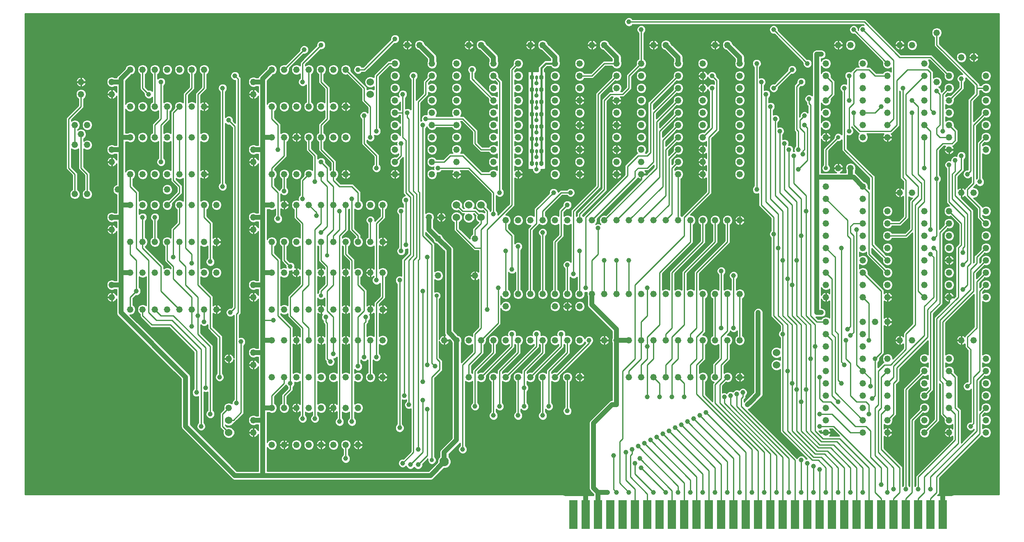
<source format=gbl>
G75*
G70*
%OFA0B0*%
%FSLAX24Y24*%
%IPPOS*%
%LPD*%
%AMOC8*
5,1,8,0,0,1.08239X$1,22.5*
%
%ADD10C,0.0520*%
%ADD11C,0.0600*%
%ADD12R,0.0650X0.2350*%
%ADD13C,0.2500*%
%ADD14C,0.0400*%
%ADD15C,0.0396*%
%ADD16C,0.0100*%
%ADD17C,0.0160*%
%ADD18C,0.0320*%
%ADD19C,0.0760*%
%ADD20C,0.0357*%
%ADD21C,0.0240*%
D10*
X019180Y008600D03*
X020680Y007600D03*
X021680Y007600D03*
X022680Y007600D03*
X023680Y007600D03*
X024680Y007600D03*
X025680Y007600D03*
X026680Y007600D03*
X027680Y007600D03*
X027680Y010600D03*
X026680Y010600D03*
X025680Y010600D03*
X024680Y010600D03*
X023680Y010600D03*
X022680Y010600D03*
X021680Y010600D03*
X020680Y010600D03*
X019180Y009600D03*
X017180Y010600D03*
X020680Y013100D03*
X021680Y013100D03*
X022680Y013100D03*
X023680Y013100D03*
X024680Y013100D03*
X025680Y013100D03*
X026680Y013100D03*
X027680Y013100D03*
X028680Y013100D03*
X029680Y013100D03*
X029680Y016100D03*
X028680Y016100D03*
X027680Y016100D03*
X026680Y016100D03*
X025680Y016100D03*
X024680Y016100D03*
X023680Y016100D03*
X022680Y016100D03*
X021680Y016100D03*
X020680Y016100D03*
X019180Y015100D03*
X019180Y014100D03*
X017180Y014600D03*
X016180Y018600D03*
X015180Y018600D03*
X014180Y018600D03*
X013180Y018600D03*
X012180Y018600D03*
X011180Y018600D03*
X010180Y018600D03*
X009180Y018600D03*
X007680Y019600D03*
X007680Y020600D03*
X009180Y021600D03*
X010180Y021600D03*
X011180Y021600D03*
X012180Y021600D03*
X013180Y021600D03*
X014180Y021600D03*
X015180Y021600D03*
X016180Y021600D03*
X019180Y020600D03*
X019180Y019600D03*
X020680Y018600D03*
X021680Y018600D03*
X022680Y018600D03*
X023680Y018600D03*
X024680Y018600D03*
X025680Y018600D03*
X026680Y018600D03*
X027680Y018600D03*
X028680Y018600D03*
X029680Y018600D03*
X029680Y021600D03*
X028680Y021600D03*
X027680Y021600D03*
X026680Y021600D03*
X025680Y021600D03*
X024680Y021600D03*
X023680Y021600D03*
X022680Y021600D03*
X021680Y021600D03*
X020680Y021600D03*
X020680Y024100D03*
X021680Y024100D03*
X022680Y024100D03*
X023680Y024100D03*
X024680Y024100D03*
X025680Y024100D03*
X026680Y024100D03*
X027680Y024100D03*
X028680Y024100D03*
X029680Y024100D03*
X033430Y026100D03*
X034430Y026100D03*
X034180Y024350D03*
X037180Y024350D03*
X039680Y025850D03*
X040680Y025850D03*
X041680Y025850D03*
X042680Y025850D03*
X043680Y025850D03*
X044680Y025850D03*
X045680Y025850D03*
X046680Y025850D03*
X047680Y025850D03*
X048680Y025850D03*
X049680Y025850D03*
X050680Y025850D03*
X051680Y025850D03*
X052680Y025850D03*
X053680Y025850D03*
X054680Y025850D03*
X055680Y025850D03*
X056680Y025850D03*
X057680Y025850D03*
X058680Y025850D03*
X065680Y025600D03*
X065680Y026600D03*
X065680Y027600D03*
X065680Y028600D03*
X066680Y030100D03*
X067680Y030100D03*
X068680Y028600D03*
X068680Y027600D03*
X068680Y026600D03*
X068680Y025600D03*
X070680Y025600D03*
X070680Y026600D03*
X071680Y028100D03*
X072680Y028100D03*
X073680Y026600D03*
X073680Y025600D03*
X073680Y024600D03*
X073680Y023600D03*
X073680Y022600D03*
X073680Y021600D03*
X073680Y020600D03*
X073680Y019600D03*
X075680Y019600D03*
X075680Y020600D03*
X075680Y021600D03*
X075680Y022600D03*
X075680Y023600D03*
X075680Y024600D03*
X075680Y025600D03*
X075680Y026600D03*
X076680Y028100D03*
X077680Y028100D03*
X078680Y026600D03*
X078680Y025600D03*
X078680Y024600D03*
X078680Y023600D03*
X078680Y022600D03*
X078680Y021600D03*
X078680Y020600D03*
X078680Y019600D03*
X077680Y016100D03*
X076680Y016100D03*
X075680Y014600D03*
X075680Y013600D03*
X075680Y012600D03*
X075680Y011600D03*
X075680Y010600D03*
X075680Y009600D03*
X075680Y008600D03*
X073680Y008600D03*
X073680Y009600D03*
X073680Y010600D03*
X073680Y011600D03*
X073680Y012600D03*
X073680Y013600D03*
X073680Y014600D03*
X072680Y016100D03*
X071680Y016100D03*
X070680Y017600D03*
X069680Y017600D03*
X068680Y017600D03*
X068680Y016600D03*
X068680Y015600D03*
X068680Y014600D03*
X068680Y013600D03*
X068680Y012600D03*
X070680Y012600D03*
X070680Y013600D03*
X070680Y014600D03*
X065680Y014600D03*
X065680Y013600D03*
X065680Y012600D03*
X065680Y011600D03*
X065680Y010600D03*
X065680Y009600D03*
X065680Y008600D03*
X068680Y008600D03*
X070680Y008600D03*
X070680Y009600D03*
X070680Y010600D03*
X070680Y011600D03*
X068680Y011600D03*
X068680Y010600D03*
X068680Y009600D03*
X078680Y009600D03*
X078680Y010600D03*
X078680Y011600D03*
X078680Y012600D03*
X078680Y013600D03*
X078680Y014600D03*
X070680Y019600D03*
X070680Y020600D03*
X070680Y021600D03*
X068680Y021600D03*
X068680Y020600D03*
X068680Y019600D03*
X065680Y019600D03*
X065680Y020600D03*
X065680Y021600D03*
X065680Y022600D03*
X065680Y023600D03*
X065680Y024600D03*
X068680Y024600D03*
X068680Y023600D03*
X068680Y022600D03*
X070680Y022600D03*
X070680Y023600D03*
X070680Y024600D03*
X058680Y019850D03*
X057680Y019850D03*
X056680Y019850D03*
X055680Y019850D03*
X054680Y019850D03*
X053680Y019850D03*
X052680Y019850D03*
X051680Y019850D03*
X050680Y019850D03*
X049680Y019850D03*
X048680Y019850D03*
X047680Y019850D03*
X046680Y019850D03*
X045680Y019850D03*
X044680Y019850D03*
X043680Y019850D03*
X042680Y019850D03*
X041680Y019850D03*
X040680Y019850D03*
X039680Y019850D03*
X039680Y018850D03*
X043680Y018850D03*
X044680Y018850D03*
X045680Y018850D03*
X045680Y016100D03*
X044680Y016100D03*
X043680Y016100D03*
X042680Y016100D03*
X041680Y016100D03*
X040680Y016100D03*
X039680Y016100D03*
X038680Y016100D03*
X037680Y016100D03*
X036680Y016100D03*
X035680Y016100D03*
X034680Y016100D03*
X036680Y013100D03*
X037680Y013100D03*
X038680Y013100D03*
X039680Y013100D03*
X040680Y013100D03*
X041680Y013100D03*
X042680Y013100D03*
X043680Y013100D03*
X044680Y013100D03*
X045680Y013100D03*
X049680Y013100D03*
X050680Y013100D03*
X051680Y013100D03*
X052680Y013100D03*
X053680Y013100D03*
X054680Y013100D03*
X055680Y013100D03*
X056680Y013100D03*
X057680Y013100D03*
X058680Y013100D03*
X058680Y016100D03*
X057680Y016100D03*
X056680Y016100D03*
X055680Y016100D03*
X054680Y016100D03*
X053680Y016100D03*
X052680Y016100D03*
X051680Y016100D03*
X050680Y016100D03*
X049680Y016100D03*
X048680Y016100D03*
X047680Y016100D03*
X037180Y021350D03*
X034180Y021350D03*
X029680Y027100D03*
X028680Y027100D03*
X027680Y027100D03*
X026680Y027100D03*
X025680Y027100D03*
X024680Y027100D03*
X023680Y027100D03*
X022680Y027100D03*
X021680Y027100D03*
X020680Y027100D03*
X019180Y026100D03*
X019180Y025100D03*
X016180Y024100D03*
X015180Y024100D03*
X014180Y024100D03*
X013180Y024100D03*
X012180Y024100D03*
X011180Y024100D03*
X010180Y024100D03*
X009180Y024100D03*
X007680Y025100D03*
X007680Y026100D03*
X009180Y027100D03*
X010180Y027100D03*
X011180Y027100D03*
X012180Y027100D03*
X013180Y027100D03*
X014180Y027100D03*
X015180Y027100D03*
X016180Y027100D03*
X012180Y028350D03*
X012180Y029600D03*
X013180Y029600D03*
X014180Y029600D03*
X015180Y029600D03*
X011180Y029600D03*
X010180Y029600D03*
X009180Y029600D03*
X007680Y030600D03*
X007680Y031600D03*
X009180Y032600D03*
X010180Y032600D03*
X011180Y032600D03*
X012180Y032600D03*
X013180Y032600D03*
X014180Y032600D03*
X015180Y032600D03*
X019180Y031600D03*
X020680Y032600D03*
X021680Y032600D03*
X022680Y032600D03*
X023680Y032600D03*
X024680Y032600D03*
X025680Y032600D03*
X026680Y032600D03*
X030680Y032600D03*
X030680Y031600D03*
X030680Y030600D03*
X030680Y029600D03*
X033680Y029600D03*
X033680Y030600D03*
X033680Y031600D03*
X033680Y032600D03*
X033680Y033600D03*
X033680Y034600D03*
X033680Y035600D03*
X033680Y036600D03*
X033680Y037600D03*
X033680Y038600D03*
X032680Y040100D03*
X031680Y040100D03*
X030680Y038600D03*
X030680Y037600D03*
X030680Y036600D03*
X030680Y035600D03*
X030680Y034600D03*
X030680Y033600D03*
X026680Y035100D03*
X025680Y035100D03*
X024680Y035100D03*
X023680Y035100D03*
X022680Y035100D03*
X021680Y035100D03*
X020680Y035100D03*
X019180Y036100D03*
X019180Y037100D03*
X020680Y038100D03*
X021680Y038100D03*
X022680Y038100D03*
X023680Y038100D03*
X024680Y038100D03*
X025680Y038100D03*
X026680Y038100D03*
X035680Y037600D03*
X035680Y036600D03*
X035680Y035600D03*
X035680Y034600D03*
X035680Y033600D03*
X035680Y032600D03*
X035680Y031600D03*
X035680Y030600D03*
X035680Y029600D03*
X038680Y029600D03*
X038680Y030600D03*
X040680Y030600D03*
X040680Y029600D03*
X043680Y029600D03*
X043680Y030600D03*
X045680Y030600D03*
X045680Y029600D03*
X048680Y029600D03*
X048680Y030600D03*
X048680Y031600D03*
X048680Y032600D03*
X048680Y033600D03*
X048680Y034600D03*
X048680Y035600D03*
X048680Y036600D03*
X048680Y037600D03*
X048680Y038600D03*
X047680Y040100D03*
X046680Y040100D03*
X045680Y038600D03*
X043680Y038600D03*
X043680Y037600D03*
X043680Y036600D03*
X043680Y035600D03*
X045680Y035600D03*
X045680Y036600D03*
X045680Y037600D03*
X042680Y040100D03*
X041680Y040100D03*
X040680Y038600D03*
X038680Y038600D03*
X038680Y037600D03*
X038680Y036600D03*
X038680Y035600D03*
X040680Y035600D03*
X040680Y036600D03*
X040680Y037600D03*
X037680Y040100D03*
X036680Y040100D03*
X035680Y038600D03*
X038680Y034600D03*
X038680Y033600D03*
X038680Y032600D03*
X038680Y031600D03*
X040680Y031600D03*
X040680Y032600D03*
X040680Y033600D03*
X040680Y034600D03*
X043680Y034600D03*
X043680Y033600D03*
X043680Y032600D03*
X043680Y031600D03*
X045680Y031600D03*
X045680Y032600D03*
X045680Y033600D03*
X045680Y034600D03*
X050680Y034600D03*
X050680Y033600D03*
X050680Y032600D03*
X050680Y031600D03*
X050680Y030600D03*
X050680Y029600D03*
X053680Y029600D03*
X053680Y030600D03*
X053680Y031600D03*
X053680Y032600D03*
X053680Y033600D03*
X053680Y034600D03*
X053680Y035600D03*
X053680Y036600D03*
X053680Y037600D03*
X053680Y038600D03*
X052680Y040100D03*
X051680Y040100D03*
X050680Y038600D03*
X050680Y037600D03*
X050680Y036600D03*
X050680Y035600D03*
X055680Y035600D03*
X055680Y036600D03*
X055680Y037600D03*
X055680Y038600D03*
X056680Y040100D03*
X057680Y040100D03*
X058680Y038600D03*
X058680Y037600D03*
X058680Y036600D03*
X058680Y035600D03*
X058680Y034600D03*
X058680Y033600D03*
X058680Y032600D03*
X058680Y031600D03*
X058680Y030600D03*
X058680Y029600D03*
X055680Y029600D03*
X055680Y030600D03*
X055680Y031600D03*
X055680Y032600D03*
X055680Y033600D03*
X055680Y034600D03*
X065680Y034600D03*
X065680Y033600D03*
X065680Y032600D03*
X068680Y032600D03*
X068680Y033600D03*
X068680Y034600D03*
X070680Y034600D03*
X070680Y033600D03*
X070680Y032600D03*
X073680Y032600D03*
X073680Y033600D03*
X073680Y034600D03*
X073680Y035600D03*
X073680Y036600D03*
X074680Y037100D03*
X073680Y037600D03*
X073680Y038600D03*
X072680Y040100D03*
X071680Y040100D03*
X070680Y038600D03*
X068680Y038600D03*
X068680Y037600D03*
X068680Y036600D03*
X068680Y035600D03*
X070680Y035600D03*
X070680Y036600D03*
X070680Y037600D03*
X067680Y040100D03*
X066680Y040100D03*
X065680Y038600D03*
X065680Y037600D03*
X065680Y036600D03*
X065680Y035600D03*
X074680Y041100D03*
X076680Y039100D03*
X077680Y039100D03*
X078680Y037600D03*
X078680Y036600D03*
X078680Y035600D03*
X078680Y034600D03*
X078680Y033600D03*
X078680Y032600D03*
X078680Y031600D03*
X075680Y031600D03*
X075680Y032600D03*
X075680Y033600D03*
X075680Y034600D03*
X075680Y035600D03*
X075680Y036600D03*
X075680Y037600D03*
X065680Y017600D03*
X065680Y016600D03*
X065680Y015600D03*
X078680Y008600D03*
X026680Y029600D03*
X025680Y029600D03*
X024680Y029600D03*
X023680Y029600D03*
X022680Y029600D03*
X021680Y029600D03*
X020680Y029600D03*
X019180Y030600D03*
X015180Y035100D03*
X014180Y035100D03*
X013180Y035100D03*
X012180Y035100D03*
X011180Y035100D03*
X010180Y035100D03*
X009180Y035100D03*
X007680Y036100D03*
X007680Y037100D03*
X009180Y038100D03*
X010180Y038100D03*
X011180Y038100D03*
X012180Y038100D03*
X013180Y038100D03*
X014180Y038100D03*
X015180Y038100D03*
X005680Y033600D03*
X005180Y032850D03*
X004680Y033600D03*
X004680Y031975D03*
X005680Y031975D03*
X008180Y028350D03*
X005680Y027975D03*
X004680Y027975D03*
X005180Y036100D03*
X005180Y037100D03*
D11*
X028680Y037100D03*
X028680Y036100D03*
X035680Y027100D03*
X036680Y027100D03*
X037680Y027100D03*
X037680Y026100D03*
X036680Y026100D03*
X035680Y026100D03*
X061680Y015100D03*
X061680Y014100D03*
X017180Y009600D03*
X017180Y008600D03*
D12*
X045180Y001915D03*
X046180Y001915D03*
X047180Y001915D03*
X048180Y001915D03*
X049180Y001915D03*
X050180Y001915D03*
X051180Y001915D03*
X052180Y001915D03*
X053180Y001915D03*
X054180Y001915D03*
X055180Y001915D03*
X056180Y001915D03*
X057180Y001915D03*
X058180Y001915D03*
X059180Y001915D03*
X060180Y001915D03*
X061180Y001915D03*
X062180Y001915D03*
X063180Y001915D03*
X064180Y001915D03*
X065180Y001915D03*
X066180Y001915D03*
X067180Y001915D03*
X068180Y001915D03*
X069180Y001915D03*
X070180Y001915D03*
X071180Y001915D03*
X072180Y001915D03*
X073180Y001915D03*
X074180Y001915D03*
X075180Y001915D03*
D13*
X078180Y005100D03*
X078180Y041100D03*
X002180Y041100D03*
X002180Y005100D03*
D14*
X013680Y009100D02*
X017680Y005100D01*
X019930Y005100D01*
X019930Y009600D01*
X019180Y009600D01*
X019930Y009600D02*
X019930Y010600D01*
X020680Y010600D01*
X019930Y010600D02*
X019930Y015100D01*
X019180Y015100D01*
X019930Y015100D02*
X019930Y016100D01*
X020680Y016100D01*
X019930Y016100D02*
X019930Y017725D01*
X019930Y020600D01*
X019180Y020600D01*
X019930Y020600D02*
X019930Y021600D01*
X020680Y021600D01*
X019930Y021600D02*
X019930Y026100D01*
X019180Y026100D01*
X019930Y026100D02*
X019930Y027100D01*
X020680Y027100D01*
X019930Y027100D02*
X019930Y031600D01*
X019180Y031600D01*
X019930Y031600D02*
X019930Y032600D01*
X020680Y032600D01*
X019930Y032600D02*
X019930Y037100D01*
X019180Y037100D01*
X019930Y037100D02*
X019930Y037350D01*
X020680Y038100D01*
X009180Y038100D02*
X008430Y037350D01*
X008430Y037100D01*
X008430Y032600D01*
X008430Y031600D01*
X007680Y031600D01*
X008430Y031600D02*
X008430Y028350D01*
X008430Y027100D01*
X009180Y027100D01*
X008430Y027100D02*
X008430Y026100D01*
X008430Y021600D01*
X008430Y020600D01*
X008430Y018350D01*
X013680Y013100D01*
X013680Y009100D01*
X019930Y005100D02*
X033555Y005100D01*
X034680Y006225D01*
X034680Y006975D01*
X035680Y007975D01*
X035680Y010850D01*
X035680Y011225D01*
X035680Y016100D01*
X035055Y016725D01*
X035055Y023475D01*
X034180Y024350D01*
X033430Y025100D01*
X033430Y026100D01*
X046680Y019850D02*
X046680Y018975D01*
X048680Y016975D01*
X048680Y016100D01*
X049680Y016100D01*
X048680Y016100D02*
X048680Y010850D01*
X048305Y010850D01*
X046805Y009350D01*
X046805Y004100D01*
X047180Y003725D01*
X047555Y003725D01*
X047930Y003725D01*
X047180Y003725D02*
X047180Y001915D01*
X046180Y001915D02*
X046180Y003725D01*
X045680Y003725D01*
X059305Y010850D02*
X059555Y011100D01*
X060180Y011725D01*
X060180Y017975D01*
X060180Y018350D01*
X064930Y018350D02*
X065305Y018350D01*
X064930Y018350D02*
X064930Y029350D01*
X064930Y039350D01*
X065305Y039350D01*
X058680Y039100D02*
X058680Y038600D01*
X058680Y039100D02*
X057680Y040100D01*
X053680Y039100D02*
X053680Y038600D01*
X053680Y039100D02*
X052680Y040100D01*
X048680Y039100D02*
X048680Y038600D01*
X048680Y039100D02*
X047680Y040100D01*
X043680Y039100D02*
X043680Y038600D01*
X043680Y039100D02*
X042680Y040100D01*
X038680Y039100D02*
X038680Y038600D01*
X038680Y039100D02*
X037680Y040100D01*
X033680Y039100D02*
X033680Y038600D01*
X033680Y039100D02*
X032680Y040100D01*
X009180Y032600D02*
X008430Y032600D01*
X008430Y028350D02*
X008180Y028350D01*
X008430Y026100D02*
X007680Y026100D01*
X008430Y021600D02*
X009180Y021600D01*
X008430Y020600D02*
X007680Y020600D01*
X007680Y037100D02*
X008430Y037100D01*
X064930Y029350D02*
X067680Y029350D01*
X067680Y030100D01*
X067680Y029350D02*
X067930Y029350D01*
X068680Y028600D01*
X075180Y004100D02*
X075180Y001915D01*
D15*
X074180Y003975D03*
X073180Y003975D03*
X072180Y003975D03*
X071180Y003975D03*
X070680Y003725D03*
X070180Y004350D03*
X068680Y003725D03*
X067680Y003725D03*
X066680Y003725D03*
X065680Y003725D03*
X064680Y003725D03*
X063680Y003725D03*
X062680Y003725D03*
X061680Y003725D03*
X060680Y003725D03*
X059680Y003725D03*
X058680Y003725D03*
X057680Y003725D03*
X056680Y003725D03*
X055680Y003725D03*
X054680Y003725D03*
X053680Y003725D03*
X052680Y003725D03*
X051680Y003725D03*
X049680Y003725D03*
X048680Y003725D03*
X047930Y003725D03*
X047555Y003725D03*
X047180Y003725D03*
X046180Y003725D03*
X045930Y004100D03*
X045680Y003725D03*
X041180Y004100D03*
X036180Y004100D03*
X032555Y005975D03*
X031930Y005975D03*
X031305Y006100D03*
X032555Y007225D03*
X034555Y008100D03*
X036180Y007225D03*
X036805Y008100D03*
X038680Y009975D03*
X039180Y010725D03*
X040680Y009975D03*
X041180Y010725D03*
X042680Y009975D03*
X043180Y010725D03*
X044680Y010350D03*
X046680Y011600D03*
X048305Y010850D03*
X048680Y010850D03*
X051180Y011475D03*
X052180Y011475D03*
X053180Y011475D03*
X054180Y011475D03*
X055430Y009975D03*
X054930Y009725D03*
X054430Y009475D03*
X053930Y009225D03*
X053430Y008975D03*
X052930Y008725D03*
X052430Y008475D03*
X051930Y008225D03*
X051430Y007975D03*
X050930Y007725D03*
X050430Y007475D03*
X049930Y007225D03*
X049430Y006975D03*
X048430Y006725D03*
X050180Y006100D03*
X050555Y006475D03*
X050680Y005725D03*
X046180Y006475D03*
X037180Y010725D03*
X035680Y010850D03*
X035680Y011225D03*
X034680Y011100D03*
X033305Y010475D03*
X032930Y011225D03*
X031805Y010850D03*
X031430Y011600D03*
X032930Y012725D03*
X033305Y014100D03*
X033930Y013975D03*
X030430Y015725D03*
X030680Y016725D03*
X028305Y017975D03*
X025055Y017975D03*
X020805Y017725D03*
X018180Y015975D03*
X015180Y017600D03*
X014680Y018100D03*
X014180Y017225D03*
X011680Y016600D03*
X009180Y016100D03*
X012180Y013100D03*
X014555Y011850D03*
X015305Y012225D03*
X016430Y013100D03*
X017805Y010975D03*
X015680Y010100D03*
X014930Y009100D03*
X013180Y008100D03*
X016180Y005100D03*
X018680Y006100D03*
X021180Y004100D03*
X026180Y004100D03*
X027680Y005725D03*
X026680Y006475D03*
X029430Y008225D03*
X031055Y008975D03*
X027180Y009475D03*
X026180Y009475D03*
X024180Y009725D03*
X023180Y009725D03*
X022180Y012600D03*
X025430Y014350D03*
X025680Y014975D03*
X027680Y013975D03*
X028180Y014725D03*
X029180Y014725D03*
X036180Y017600D03*
X038180Y018600D03*
X040180Y016600D03*
X042180Y016600D03*
X044180Y016600D03*
X046430Y016100D03*
X051180Y015600D03*
X056430Y015100D03*
X057180Y017100D03*
X058180Y017100D03*
X060180Y017975D03*
X060180Y018350D03*
X059555Y019600D03*
X059555Y019975D03*
X058180Y021350D03*
X057180Y021725D03*
X056555Y020600D03*
X051180Y020350D03*
X049680Y022600D03*
X048680Y022600D03*
X047680Y022600D03*
X045680Y023350D03*
X044680Y022225D03*
X045180Y021475D03*
X044180Y021100D03*
X046180Y020350D03*
X040180Y021850D03*
X039680Y023350D03*
X040680Y023725D03*
X042680Y024850D03*
X043680Y026725D03*
X044680Y027100D03*
X044930Y028100D03*
X043555Y028100D03*
X041180Y026725D03*
X039180Y028100D03*
X039680Y029600D03*
X036805Y031475D03*
X034180Y030100D03*
X031180Y032100D03*
X029180Y033100D03*
X028680Y032600D03*
X028180Y034350D03*
X031680Y034600D03*
X033180Y034100D03*
X032930Y033600D03*
X036805Y035350D03*
X038055Y034100D03*
X032180Y037600D03*
X031305Y038100D03*
X027680Y038100D03*
X024680Y040100D03*
X023305Y039725D03*
X022180Y039850D03*
X017180Y039850D03*
X017680Y037600D03*
X016680Y036600D03*
X017180Y033975D03*
X019055Y033975D03*
X021180Y031600D03*
X024680Y030600D03*
X024180Y028975D03*
X023180Y027600D03*
X021680Y028225D03*
X019180Y029350D03*
X016680Y028600D03*
X015180Y031475D03*
X011680Y030600D03*
X009680Y031975D03*
X010680Y036100D03*
X011680Y037100D03*
X008180Y038850D03*
X012180Y039850D03*
X023180Y037100D03*
X028180Y040850D03*
X030680Y040600D03*
X034180Y042350D03*
X040180Y042350D03*
X045180Y042350D03*
X049680Y041975D03*
X050180Y042350D03*
X050680Y041350D03*
X055180Y042350D03*
X059305Y040350D03*
X059305Y039975D03*
X060055Y038600D03*
X060430Y037100D03*
X061430Y036600D03*
X060805Y036100D03*
X061180Y035100D03*
X061555Y034100D03*
X061930Y033100D03*
X062305Y032100D03*
X062680Y031600D03*
X063430Y031600D03*
X063805Y031225D03*
X063055Y031100D03*
X063430Y029975D03*
X060055Y028350D03*
X057430Y029350D03*
X057055Y029350D03*
X064055Y026600D03*
X061430Y024725D03*
X061805Y023600D03*
X062180Y022600D03*
X063305Y022600D03*
X062555Y021100D03*
X062930Y020600D03*
X064930Y018350D03*
X065305Y018350D03*
X067430Y016975D03*
X067680Y016475D03*
X067305Y016100D03*
X069180Y016100D03*
X069680Y014600D03*
X067180Y014100D03*
X065180Y013100D03*
X066930Y012600D03*
X069305Y012350D03*
X069430Y011350D03*
X069180Y010100D03*
X066680Y011100D03*
X065180Y010100D03*
X065180Y009100D03*
X063680Y011100D03*
X063305Y012100D03*
X064055Y012100D03*
X062930Y012600D03*
X062555Y013600D03*
X064430Y014600D03*
X064805Y015600D03*
X062180Y016600D03*
X058930Y011850D03*
X058430Y011725D03*
X057930Y011600D03*
X057430Y011475D03*
X059305Y010850D03*
X059555Y011100D03*
X061180Y010600D03*
X055930Y010225D03*
X063680Y006350D03*
X064180Y006100D03*
X064680Y005850D03*
X065180Y005600D03*
X075180Y004725D03*
X075555Y005100D03*
X076930Y008600D03*
X077430Y009100D03*
X079430Y009100D03*
X077180Y012350D03*
X079430Y014100D03*
X072930Y014600D03*
X079430Y019100D03*
X076805Y020225D03*
X076805Y022225D03*
X076805Y023225D03*
X074430Y023600D03*
X074180Y023100D03*
X074430Y024350D03*
X074180Y025100D03*
X071680Y024100D03*
X068180Y025100D03*
X066930Y023600D03*
X063680Y024600D03*
X071680Y026600D03*
X074680Y029225D03*
X073680Y030100D03*
X075680Y030350D03*
X076180Y030725D03*
X076680Y031100D03*
X077180Y029600D03*
X078180Y028975D03*
X079430Y029100D03*
X075180Y033100D03*
X074430Y034600D03*
X072680Y034600D03*
X072680Y035600D03*
X071930Y036600D03*
X070180Y035100D03*
X067930Y034600D03*
X067555Y035600D03*
X067180Y036600D03*
X067555Y037600D03*
X065305Y039350D03*
X064930Y039350D03*
X064180Y038600D03*
X062930Y038100D03*
X063680Y037100D03*
X064305Y035725D03*
X063930Y034350D03*
X063930Y033600D03*
X067555Y033100D03*
X074680Y036350D03*
X076680Y037350D03*
X079430Y034100D03*
X068680Y041350D03*
X067930Y041350D03*
X070180Y042350D03*
X065180Y042350D03*
X061430Y041350D03*
X060180Y042350D03*
X056430Y037600D03*
X056430Y036600D03*
X038680Y026350D03*
X033305Y022850D03*
X031555Y023850D03*
X031180Y023350D03*
X031055Y020975D03*
X029180Y020975D03*
X032930Y020100D03*
X034180Y020600D03*
X039055Y020350D03*
X047180Y025225D03*
X031555Y027475D03*
X031180Y026600D03*
X028680Y025850D03*
X026180Y026600D03*
X027180Y027600D03*
X024305Y026225D03*
X024680Y024850D03*
X021180Y025350D03*
X021180Y025975D03*
X022180Y022100D03*
X019180Y021475D03*
X015680Y022475D03*
X014180Y022350D03*
X012680Y022850D03*
X011680Y024850D03*
X011180Y026100D03*
X010180Y026100D03*
X009680Y020100D03*
X017305Y018350D03*
X029180Y030100D03*
X031305Y036100D03*
X036930Y038100D03*
X079430Y024100D03*
X041180Y012225D03*
X031180Y004100D03*
D16*
X000630Y003550D02*
X000630Y042650D01*
X079730Y042650D01*
X079730Y003550D01*
X076020Y003550D01*
X075855Y003481D01*
X075849Y003475D01*
X074741Y003475D01*
X074771Y003505D01*
X074900Y003634D01*
X074900Y004884D01*
X078271Y008255D01*
X078344Y008328D01*
X078436Y008235D01*
X078594Y008170D01*
X078766Y008170D01*
X078924Y008235D01*
X079045Y008356D01*
X079110Y008514D01*
X079110Y008686D01*
X079045Y008844D01*
X078924Y008965D01*
X078766Y009030D01*
X078594Y009030D01*
X078436Y008965D01*
X078400Y008928D01*
X078400Y009272D01*
X078436Y009235D01*
X078594Y009170D01*
X078766Y009170D01*
X078924Y009235D01*
X079045Y009356D01*
X079110Y009514D01*
X079110Y009686D01*
X079045Y009844D01*
X078924Y009965D01*
X078766Y010030D01*
X078594Y010030D01*
X078436Y009965D01*
X078400Y009928D01*
X078400Y010009D01*
X078571Y010180D01*
X078594Y010170D01*
X078766Y010170D01*
X078924Y010235D01*
X079045Y010356D01*
X079110Y010514D01*
X079110Y010686D01*
X079045Y010844D01*
X078924Y010965D01*
X078766Y011030D01*
X078594Y011030D01*
X078436Y010965D01*
X078315Y010844D01*
X078250Y010686D01*
X078250Y010514D01*
X078260Y010491D01*
X078150Y010381D01*
X078150Y012759D01*
X078571Y013180D01*
X078594Y013170D01*
X078766Y013170D01*
X078924Y013235D01*
X079045Y013356D01*
X079110Y013514D01*
X079110Y013686D01*
X079045Y013844D01*
X078924Y013965D01*
X078766Y014030D01*
X078594Y014030D01*
X078436Y013965D01*
X078400Y013928D01*
X078400Y014272D01*
X078436Y014235D01*
X078594Y014170D01*
X078766Y014170D01*
X078924Y014235D01*
X079045Y014356D01*
X079110Y014514D01*
X079110Y014686D01*
X079045Y014844D01*
X078924Y014965D01*
X078766Y015030D01*
X078594Y015030D01*
X078436Y014965D01*
X078400Y014928D01*
X078400Y019272D01*
X078436Y019235D01*
X078594Y019170D01*
X078766Y019170D01*
X078924Y019235D01*
X079045Y019356D01*
X079110Y019514D01*
X079110Y019686D01*
X079045Y019844D01*
X078924Y019965D01*
X078766Y020030D01*
X078594Y020030D01*
X078436Y019965D01*
X078400Y019928D01*
X078400Y020009D01*
X078571Y020180D01*
X078594Y020170D01*
X078766Y020170D01*
X078924Y020235D01*
X079045Y020356D01*
X079110Y020514D01*
X079110Y020686D01*
X079045Y020844D01*
X078924Y020965D01*
X078766Y021030D01*
X078594Y021030D01*
X078436Y020965D01*
X078315Y020844D01*
X078250Y020686D01*
X078250Y020514D01*
X078260Y020491D01*
X078150Y020381D01*
X078150Y020759D01*
X078571Y021180D01*
X078594Y021170D01*
X078766Y021170D01*
X078924Y021235D01*
X079045Y021356D01*
X079110Y021514D01*
X079110Y021686D01*
X079045Y021844D01*
X078924Y021965D01*
X078766Y022030D01*
X078594Y022030D01*
X078436Y021965D01*
X078315Y021844D01*
X078250Y021686D01*
X078250Y021514D01*
X078260Y021491D01*
X077900Y021131D01*
X077900Y021509D01*
X078571Y022180D01*
X078594Y022170D01*
X078766Y022170D01*
X078924Y022235D01*
X079045Y022356D01*
X079110Y022514D01*
X079110Y022686D01*
X079045Y022844D01*
X078924Y022965D01*
X078766Y023030D01*
X078594Y023030D01*
X078436Y022965D01*
X078315Y022844D01*
X078250Y022686D01*
X078250Y022514D01*
X078260Y022491D01*
X078150Y022381D01*
X078150Y022759D01*
X078571Y023180D01*
X078594Y023170D01*
X078766Y023170D01*
X078924Y023235D01*
X079045Y023356D01*
X079110Y023514D01*
X079110Y023686D01*
X079045Y023844D01*
X078924Y023965D01*
X078766Y024030D01*
X078594Y024030D01*
X078436Y023965D01*
X078315Y023844D01*
X078250Y023686D01*
X078250Y023514D01*
X078260Y023491D01*
X077839Y023070D01*
X077710Y022941D01*
X077710Y022441D01*
X077650Y022381D01*
X077650Y026691D01*
X076650Y027691D01*
X076650Y028070D01*
X076710Y028070D01*
X076710Y027690D01*
X076712Y027690D01*
X076776Y027700D01*
X076837Y027720D01*
X076895Y027749D01*
X076947Y027787D01*
X076960Y027800D01*
X076960Y027759D01*
X077089Y027630D01*
X077960Y026759D01*
X077960Y026009D01*
X078089Y025880D01*
X078260Y025709D01*
X078250Y025686D01*
X078250Y025514D01*
X078315Y025356D01*
X078436Y025235D01*
X078594Y025170D01*
X078766Y025170D01*
X078924Y025235D01*
X079045Y025356D01*
X079110Y025514D01*
X079110Y025686D01*
X079045Y025844D01*
X078924Y025965D01*
X078766Y026030D01*
X078594Y026030D01*
X078571Y026020D01*
X078400Y026191D01*
X078400Y026272D01*
X078436Y026235D01*
X078594Y026170D01*
X078766Y026170D01*
X078924Y026235D01*
X079045Y026356D01*
X079110Y026514D01*
X079110Y026686D01*
X079045Y026844D01*
X078924Y026965D01*
X078766Y027030D01*
X078594Y027030D01*
X078436Y026965D01*
X078400Y026928D01*
X078400Y026941D01*
X077671Y027670D01*
X077766Y027670D01*
X077924Y027735D01*
X078045Y027856D01*
X078110Y028014D01*
X078110Y028186D01*
X078045Y028344D01*
X077924Y028465D01*
X077766Y028530D01*
X077671Y028530D01*
X077771Y028630D01*
X077771Y028630D01*
X077888Y028747D01*
X077971Y028663D01*
X078107Y028607D01*
X078253Y028607D01*
X078389Y028663D01*
X078492Y028766D01*
X078548Y028902D01*
X078548Y029048D01*
X078492Y029184D01*
X078400Y029276D01*
X078400Y031272D01*
X078436Y031235D01*
X078594Y031170D01*
X078766Y031170D01*
X078924Y031235D01*
X079045Y031356D01*
X079110Y031514D01*
X079110Y031686D01*
X079045Y031844D01*
X078924Y031965D01*
X078766Y032030D01*
X078594Y032030D01*
X078436Y031965D01*
X078400Y031928D01*
X078400Y032009D01*
X078571Y032180D01*
X078594Y032170D01*
X078766Y032170D01*
X078924Y032235D01*
X079045Y032356D01*
X079110Y032514D01*
X079110Y032686D01*
X079045Y032844D01*
X078924Y032965D01*
X078766Y033030D01*
X078594Y033030D01*
X078436Y032965D01*
X078315Y032844D01*
X078250Y032686D01*
X078250Y032514D01*
X078260Y032491D01*
X078089Y032320D01*
X077960Y032191D01*
X077960Y029276D01*
X077900Y029216D01*
X077900Y033509D01*
X078571Y034180D01*
X078594Y034170D01*
X078766Y034170D01*
X078924Y034235D01*
X079045Y034356D01*
X079110Y034514D01*
X079110Y034686D01*
X079045Y034844D01*
X078924Y034965D01*
X078766Y035030D01*
X078594Y035030D01*
X078436Y034965D01*
X078315Y034844D01*
X078250Y034686D01*
X078250Y034514D01*
X078260Y034491D01*
X077650Y033881D01*
X077650Y035509D01*
X078021Y035880D01*
X078150Y036009D01*
X078150Y036380D01*
X078306Y036380D01*
X078315Y036356D01*
X078436Y036235D01*
X078594Y036170D01*
X078766Y036170D01*
X078924Y036235D01*
X079045Y036356D01*
X079110Y036514D01*
X079110Y036686D01*
X079045Y036844D01*
X078924Y036965D01*
X078766Y037030D01*
X078594Y037030D01*
X078436Y036965D01*
X078315Y036844D01*
X078306Y036820D01*
X078150Y036820D01*
X078150Y036941D01*
X074900Y040191D01*
X074900Y040726D01*
X074924Y040735D01*
X075045Y040856D01*
X075110Y041014D01*
X075110Y041186D01*
X075045Y041344D01*
X074924Y041465D01*
X074766Y041530D01*
X074594Y041530D01*
X074436Y041465D01*
X074315Y041344D01*
X074250Y041186D01*
X074250Y041014D01*
X074315Y040856D01*
X074436Y040735D01*
X074460Y040726D01*
X074460Y040009D01*
X074589Y039880D01*
X076751Y037718D01*
X076607Y037718D01*
X076471Y037662D01*
X076368Y037559D01*
X076312Y037423D01*
X076312Y037277D01*
X076368Y037141D01*
X076460Y037049D01*
X076460Y036691D01*
X075789Y036020D01*
X075766Y036030D01*
X075594Y036030D01*
X075436Y035965D01*
X075400Y035928D01*
X075400Y036009D01*
X075571Y036180D01*
X075594Y036170D01*
X075766Y036170D01*
X075924Y036235D01*
X076045Y036356D01*
X076110Y036514D01*
X076110Y036686D01*
X076045Y036844D01*
X075924Y036965D01*
X075766Y037030D01*
X075594Y037030D01*
X075436Y036965D01*
X075315Y036844D01*
X075250Y036686D01*
X075250Y036514D01*
X075260Y036491D01*
X075089Y036320D01*
X075089Y036320D01*
X075055Y036286D01*
X075048Y036293D01*
X075048Y036423D01*
X074992Y036559D01*
X074889Y036662D01*
X074817Y036692D01*
X074924Y036735D01*
X075045Y036856D01*
X075110Y037014D01*
X075110Y037186D01*
X075045Y037344D01*
X074924Y037465D01*
X074766Y037530D01*
X074594Y037530D01*
X074436Y037465D01*
X074400Y037428D01*
X074400Y037941D01*
X074021Y038320D01*
X074008Y038320D01*
X074045Y038356D01*
X074110Y038514D01*
X074110Y038686D01*
X074045Y038844D01*
X074008Y038880D01*
X074089Y038880D01*
X075260Y037709D01*
X075250Y037686D01*
X075250Y037514D01*
X075315Y037356D01*
X075436Y037235D01*
X075594Y037170D01*
X075766Y037170D01*
X075924Y037235D01*
X076045Y037356D01*
X076110Y037514D01*
X076110Y037686D01*
X076045Y037844D01*
X075924Y037965D01*
X075766Y038030D01*
X075594Y038030D01*
X075571Y038020D01*
X074400Y039191D01*
X074271Y039320D01*
X071771Y039320D01*
X069025Y042066D01*
X068896Y042195D01*
X049981Y042195D01*
X049889Y042287D01*
X049753Y042343D01*
X049607Y042343D01*
X049471Y042287D01*
X049368Y042184D01*
X049312Y042048D01*
X049312Y041902D01*
X049368Y041766D01*
X049471Y041663D01*
X049607Y041607D01*
X049753Y041607D01*
X049889Y041663D01*
X049981Y041755D01*
X068714Y041755D01*
X068751Y041718D01*
X068607Y041718D01*
X068471Y041662D01*
X068368Y041559D01*
X068312Y041423D01*
X068312Y041279D01*
X068298Y041293D01*
X068298Y041423D01*
X068242Y041559D01*
X068139Y041662D01*
X068003Y041718D01*
X067857Y041718D01*
X067721Y041662D01*
X067618Y041559D01*
X067562Y041423D01*
X067562Y041277D01*
X067618Y041141D01*
X067721Y041038D01*
X067857Y040982D01*
X067987Y040982D01*
X070260Y038709D01*
X070250Y038686D01*
X070250Y038514D01*
X070315Y038356D01*
X070436Y038235D01*
X070594Y038170D01*
X070766Y038170D01*
X070924Y038235D01*
X070960Y038272D01*
X070960Y037928D01*
X070924Y037965D01*
X070766Y038030D01*
X070594Y038030D01*
X070436Y037965D01*
X070315Y037844D01*
X070306Y037820D01*
X069771Y037820D01*
X069400Y038191D01*
X069271Y038320D01*
X069008Y038320D01*
X069045Y038356D01*
X069110Y038514D01*
X069110Y038686D01*
X069045Y038844D01*
X068924Y038965D01*
X068766Y039030D01*
X068594Y039030D01*
X068436Y038965D01*
X068315Y038844D01*
X068250Y038686D01*
X068250Y038514D01*
X068315Y038356D01*
X068352Y038320D01*
X068089Y038320D01*
X067839Y038070D01*
X067710Y037941D01*
X067710Y037934D01*
X067628Y037968D01*
X067482Y037968D01*
X067346Y037912D01*
X067243Y037809D01*
X067187Y037673D01*
X067187Y037527D01*
X067243Y037391D01*
X067335Y037299D01*
X067335Y036934D01*
X067253Y036968D01*
X067107Y036968D01*
X066971Y036912D01*
X066868Y036809D01*
X066812Y036673D01*
X066812Y036527D01*
X066868Y036391D01*
X066960Y036299D01*
X066960Y032813D01*
X066877Y032895D01*
X066749Y032948D01*
X066611Y032948D01*
X066483Y032895D01*
X066385Y032797D01*
X066332Y032669D01*
X066332Y032563D01*
X065589Y031820D01*
X065460Y031691D01*
X065460Y030373D01*
X065385Y030297D01*
X065332Y030169D01*
X065332Y030031D01*
X065385Y029903D01*
X065483Y029805D01*
X065611Y029752D01*
X065749Y029752D01*
X065877Y029805D01*
X065975Y029903D01*
X066028Y030031D01*
X066028Y030169D01*
X065975Y030297D01*
X065900Y030373D01*
X065900Y031509D01*
X066643Y032252D01*
X066749Y032252D01*
X066877Y032305D01*
X066960Y032387D01*
X066960Y031509D01*
X069210Y029259D01*
X069210Y028381D01*
X069100Y028491D01*
X069110Y028514D01*
X069110Y028686D01*
X069045Y028844D01*
X068924Y028965D01*
X068779Y029025D01*
X068140Y029664D01*
X068050Y029701D01*
X068050Y029870D01*
X068110Y030014D01*
X068110Y030186D01*
X068045Y030344D01*
X067924Y030465D01*
X067766Y030530D01*
X067594Y030530D01*
X067436Y030465D01*
X067315Y030344D01*
X067250Y030186D01*
X067250Y030014D01*
X067310Y029870D01*
X067310Y029720D01*
X066837Y029720D01*
X066837Y029720D01*
X066895Y029749D01*
X066947Y029787D01*
X066993Y029833D01*
X067031Y029885D01*
X067060Y029943D01*
X067080Y030004D01*
X067090Y030068D01*
X067090Y030070D01*
X066710Y030070D01*
X066710Y030130D01*
X066650Y030130D01*
X066650Y030510D01*
X066648Y030510D01*
X066584Y030500D01*
X066523Y030480D01*
X066465Y030451D01*
X066413Y030413D01*
X066367Y030367D01*
X066329Y030315D01*
X066300Y030257D01*
X066280Y030196D01*
X066270Y030132D01*
X066270Y030130D01*
X066650Y030130D01*
X066650Y030070D01*
X066270Y030070D01*
X066270Y030068D01*
X066280Y030004D01*
X066300Y029943D01*
X066329Y029885D01*
X066367Y029833D01*
X066413Y029787D01*
X066465Y029749D01*
X066523Y029720D01*
X065300Y029720D01*
X065300Y032443D01*
X065300Y032443D01*
X065329Y032385D01*
X065367Y032333D01*
X065413Y032287D01*
X065465Y032249D01*
X065523Y032220D01*
X065584Y032200D01*
X065648Y032190D01*
X065650Y032190D01*
X065650Y032570D01*
X065710Y032570D01*
X065710Y032630D01*
X065650Y032630D01*
X065650Y033010D01*
X065648Y033010D01*
X065584Y033000D01*
X065523Y032980D01*
X065465Y032951D01*
X065413Y032913D01*
X065367Y032867D01*
X065329Y032815D01*
X065300Y032757D01*
X065300Y033394D01*
X065315Y033356D01*
X065436Y033235D01*
X065594Y033170D01*
X065766Y033170D01*
X065924Y033235D01*
X066045Y033356D01*
X066110Y033514D01*
X066110Y033686D01*
X066045Y033844D01*
X065924Y033965D01*
X065766Y034030D01*
X065594Y034030D01*
X065436Y033965D01*
X065315Y033844D01*
X065300Y033806D01*
X065300Y034394D01*
X065315Y034356D01*
X065436Y034235D01*
X065594Y034170D01*
X065766Y034170D01*
X065924Y034235D01*
X066045Y034356D01*
X066110Y034514D01*
X066110Y034686D01*
X066045Y034844D01*
X065924Y034965D01*
X065766Y035030D01*
X065594Y035030D01*
X065436Y034965D01*
X065315Y034844D01*
X065300Y034806D01*
X065300Y035394D01*
X065315Y035356D01*
X065436Y035235D01*
X065594Y035170D01*
X065766Y035170D01*
X065924Y035235D01*
X066045Y035356D01*
X066110Y035514D01*
X066110Y035686D01*
X066100Y035709D01*
X066400Y036009D01*
X066400Y037191D01*
X066271Y037320D01*
X066100Y037491D01*
X066110Y037514D01*
X066110Y037686D01*
X066045Y037844D01*
X065924Y037965D01*
X065766Y038030D01*
X065594Y038030D01*
X065436Y037965D01*
X065315Y037844D01*
X065300Y037806D01*
X065300Y038394D01*
X065315Y038356D01*
X065436Y038235D01*
X065594Y038170D01*
X065766Y038170D01*
X065924Y038235D01*
X066045Y038356D01*
X066110Y038514D01*
X066110Y038686D01*
X066045Y038844D01*
X065924Y038965D01*
X065766Y039030D01*
X065594Y039030D01*
X065436Y038965D01*
X065315Y038844D01*
X065300Y038806D01*
X065300Y038980D01*
X065379Y038980D01*
X065515Y039036D01*
X065619Y039140D01*
X065675Y039276D01*
X065675Y039424D01*
X065619Y039560D01*
X065515Y039664D01*
X065379Y039720D01*
X064856Y039720D01*
X064720Y039664D01*
X064616Y039560D01*
X064560Y039424D01*
X064560Y035991D01*
X064514Y036037D01*
X064378Y036093D01*
X064232Y036093D01*
X064096Y036037D01*
X063993Y035934D01*
X063937Y035798D01*
X063937Y035652D01*
X063993Y035516D01*
X064085Y035424D01*
X064085Y035259D01*
X064210Y035134D01*
X064210Y034591D01*
X064139Y034662D01*
X064003Y034718D01*
X063857Y034718D01*
X063721Y034662D01*
X063618Y034559D01*
X063562Y034423D01*
X063525Y034423D01*
X063562Y034423D02*
X063562Y034293D01*
X063525Y034256D01*
X063525Y036634D01*
X063623Y036732D01*
X063753Y036732D01*
X063889Y036788D01*
X063992Y036891D01*
X064048Y037027D01*
X064048Y037173D01*
X063992Y037309D01*
X063889Y037412D01*
X063753Y037468D01*
X063607Y037468D01*
X063471Y037412D01*
X063368Y037309D01*
X063312Y037173D01*
X063312Y037043D01*
X063214Y036945D01*
X063085Y036816D01*
X063085Y033134D01*
X063210Y033009D01*
X063210Y031901D01*
X063118Y031809D01*
X063062Y031673D01*
X063062Y031527D01*
X063086Y031468D01*
X063024Y031468D01*
X063048Y031527D01*
X063048Y031673D01*
X062992Y031809D01*
X062889Y031912D01*
X062753Y031968D01*
X062649Y031968D01*
X062673Y032027D01*
X062673Y032173D01*
X062617Y032309D01*
X062514Y032412D01*
X062378Y032468D01*
X062232Y032468D01*
X062150Y032434D01*
X062150Y032799D01*
X062242Y032891D01*
X062298Y033027D01*
X062298Y033173D01*
X062242Y033309D01*
X062139Y033412D01*
X062003Y033468D01*
X061857Y033468D01*
X061775Y033434D01*
X061775Y033799D01*
X061867Y033891D01*
X061923Y034027D01*
X061923Y034173D01*
X061867Y034309D01*
X061764Y034412D01*
X061628Y034468D01*
X061482Y034468D01*
X061400Y034434D01*
X061400Y034799D01*
X061492Y034891D01*
X061548Y035027D01*
X061548Y035173D01*
X061492Y035309D01*
X061389Y035412D01*
X061253Y035468D01*
X061107Y035468D01*
X061025Y035434D01*
X061025Y035799D01*
X061117Y035891D01*
X061173Y036027D01*
X061173Y036173D01*
X061117Y036309D01*
X061014Y036412D01*
X060878Y036468D01*
X060732Y036468D01*
X060650Y036434D01*
X060650Y036799D01*
X060742Y036891D01*
X060798Y037027D01*
X060798Y037173D01*
X060742Y037309D01*
X060639Y037412D01*
X060503Y037468D01*
X060357Y037468D01*
X060275Y037434D01*
X060275Y038299D01*
X060367Y038391D01*
X060423Y038527D01*
X060423Y038673D01*
X060367Y038809D01*
X060264Y038912D01*
X060128Y038968D01*
X059982Y038968D01*
X059846Y038912D01*
X059743Y038809D01*
X059687Y038673D01*
X059687Y038527D01*
X059743Y038391D01*
X059835Y038299D01*
X059835Y028651D01*
X059743Y028559D01*
X059687Y028423D01*
X059687Y028277D01*
X059743Y028141D01*
X059846Y028038D01*
X059982Y027982D01*
X060128Y027982D01*
X060210Y028016D01*
X060210Y027009D01*
X060339Y026880D01*
X061210Y026009D01*
X061210Y025026D01*
X061118Y024934D01*
X061062Y024798D01*
X061062Y024652D01*
X061118Y024516D01*
X061210Y024424D01*
X061210Y018009D01*
X061339Y017880D01*
X061960Y017259D01*
X061960Y016901D01*
X061868Y016809D01*
X061812Y016673D01*
X061812Y016527D01*
X061868Y016391D01*
X061960Y016299D01*
X060550Y016299D01*
X060550Y016201D02*
X061960Y016201D01*
X061960Y016299D02*
X061960Y015485D01*
X061946Y015498D01*
X061773Y015570D01*
X061587Y015570D01*
X061414Y015498D01*
X061282Y015366D01*
X061210Y015193D01*
X061210Y015007D01*
X061282Y014834D01*
X061414Y014702D01*
X061587Y014630D01*
X061773Y014630D01*
X061946Y014702D01*
X061960Y014715D01*
X061960Y014485D01*
X061946Y014498D01*
X061773Y014570D01*
X061587Y014570D01*
X061414Y014498D01*
X061282Y014366D01*
X061210Y014193D01*
X061210Y014007D01*
X061282Y013834D01*
X061414Y013702D01*
X061587Y013630D01*
X061773Y013630D01*
X061946Y013702D01*
X061960Y013715D01*
X061960Y008634D01*
X062089Y008505D01*
X064126Y006468D01*
X064107Y006468D01*
X064041Y006441D01*
X063992Y006559D01*
X063889Y006662D01*
X063753Y006718D01*
X063607Y006718D01*
X063471Y006662D01*
X063368Y006559D01*
X063343Y006498D01*
X059361Y010480D01*
X059379Y010480D01*
X059515Y010536D01*
X059869Y010890D01*
X060494Y011515D01*
X060550Y011651D01*
X060550Y018424D01*
X060494Y018560D01*
X060390Y018664D01*
X060254Y018720D01*
X060106Y018720D01*
X059970Y018664D01*
X059866Y018560D01*
X059810Y018424D01*
X059810Y011878D01*
X059345Y011414D01*
X059025Y011093D01*
X059025Y011259D01*
X059150Y011384D01*
X059150Y011549D01*
X059242Y011641D01*
X059298Y011777D01*
X059298Y011923D01*
X059242Y012059D01*
X059139Y012162D01*
X059810Y012162D01*
X059810Y012064D02*
X059237Y012064D01*
X059281Y011965D02*
X059810Y011965D01*
X059798Y011867D02*
X059298Y011867D01*
X059294Y011768D02*
X059700Y011768D01*
X059601Y011670D02*
X059254Y011670D01*
X059172Y011571D02*
X059503Y011571D01*
X059404Y011473D02*
X059150Y011473D01*
X059140Y011374D02*
X059306Y011374D01*
X059207Y011276D02*
X059042Y011276D01*
X059025Y011177D02*
X059109Y011177D01*
X058930Y011475D02*
X058930Y011850D01*
X058613Y012047D02*
X058503Y012093D01*
X058357Y012093D01*
X058221Y012037D01*
X058118Y011934D01*
X058113Y011922D01*
X058003Y011968D01*
X057857Y011968D01*
X057721Y011912D01*
X057618Y011809D01*
X057613Y011797D01*
X057503Y011843D01*
X057357Y011843D01*
X057275Y011809D01*
X057275Y012384D01*
X057571Y012680D01*
X057594Y012670D01*
X057766Y012670D01*
X057924Y012735D01*
X058045Y012856D01*
X058110Y013014D01*
X058110Y013186D01*
X058045Y013344D01*
X057924Y013465D01*
X057766Y013530D01*
X057594Y013530D01*
X057436Y013465D01*
X057400Y013428D01*
X057400Y014009D01*
X057900Y014509D01*
X057900Y015726D01*
X057924Y015735D01*
X058045Y015856D01*
X058110Y016014D01*
X058110Y016186D01*
X058045Y016344D01*
X057924Y016465D01*
X057766Y016530D01*
X057671Y016530D01*
X057900Y016759D01*
X057900Y016859D01*
X057971Y016788D01*
X058107Y016732D01*
X058253Y016732D01*
X058389Y016788D01*
X058460Y016859D01*
X058460Y016474D01*
X058436Y016465D01*
X058315Y016344D01*
X058250Y016186D01*
X058250Y016014D01*
X058315Y015856D01*
X058436Y015735D01*
X058594Y015670D01*
X058766Y015670D01*
X058924Y015735D01*
X059045Y015856D01*
X059110Y016014D01*
X059110Y016186D01*
X059045Y016344D01*
X058924Y016465D01*
X058900Y016474D01*
X058900Y019476D01*
X058924Y019485D01*
X059045Y019606D01*
X059110Y019764D01*
X059110Y019936D01*
X059045Y020094D01*
X058924Y020215D01*
X058766Y020280D01*
X058594Y020280D01*
X058436Y020215D01*
X058400Y020178D01*
X058400Y021049D01*
X058492Y021141D01*
X058548Y021277D01*
X058548Y021423D01*
X058492Y021559D01*
X058389Y021662D01*
X058253Y021718D01*
X058107Y021718D01*
X057971Y021662D01*
X057868Y021559D01*
X057812Y021423D01*
X057812Y021277D01*
X057868Y021141D01*
X057960Y021049D01*
X057960Y020178D01*
X057924Y020215D01*
X057766Y020280D01*
X057594Y020280D01*
X057436Y020215D01*
X057400Y020178D01*
X057400Y021424D01*
X057492Y021516D01*
X057548Y021652D01*
X057548Y021798D01*
X057492Y021934D01*
X057389Y022037D01*
X057253Y022093D01*
X057107Y022093D01*
X056971Y022037D01*
X056868Y021934D01*
X056812Y021798D01*
X056812Y021652D01*
X056868Y021516D01*
X056960Y021424D01*
X056960Y020178D01*
X056924Y020215D01*
X056766Y020280D01*
X056594Y020280D01*
X056436Y020215D01*
X056315Y020094D01*
X056250Y019936D01*
X056250Y019764D01*
X056315Y019606D01*
X056436Y019485D01*
X056460Y019476D01*
X056460Y016474D01*
X056436Y016465D01*
X056315Y016344D01*
X056250Y016186D01*
X056250Y016014D01*
X056315Y015856D01*
X056436Y015735D01*
X056594Y015670D01*
X056766Y015670D01*
X056924Y015735D01*
X056960Y015772D01*
X056960Y014691D01*
X056460Y014191D01*
X056460Y013474D01*
X056436Y013465D01*
X056315Y013344D01*
X056250Y013186D01*
X056250Y013014D01*
X056315Y012856D01*
X056436Y012735D01*
X056573Y012679D01*
X056460Y012566D01*
X056460Y011131D01*
X055900Y011691D01*
X055900Y012726D01*
X055924Y012735D01*
X056045Y012856D01*
X056110Y013014D01*
X056110Y013186D01*
X056045Y013344D01*
X055924Y013465D01*
X055766Y013530D01*
X055594Y013530D01*
X055436Y013465D01*
X055400Y013428D01*
X055400Y014009D01*
X055771Y014380D01*
X055900Y014509D01*
X055900Y015726D01*
X055924Y015735D01*
X056045Y015856D01*
X056110Y016014D01*
X056110Y016186D01*
X056045Y016344D01*
X055924Y016465D01*
X055766Y016530D01*
X055671Y016530D01*
X055900Y016759D01*
X055900Y019476D01*
X055924Y019485D01*
X056045Y019606D01*
X056110Y019764D01*
X056110Y019936D01*
X056045Y020094D01*
X055924Y020215D01*
X055766Y020280D01*
X055594Y020280D01*
X055436Y020215D01*
X055400Y020178D01*
X055400Y021509D01*
X057900Y024009D01*
X057900Y025476D01*
X057924Y025485D01*
X058045Y025606D01*
X058110Y025764D01*
X058110Y025936D01*
X058045Y026094D01*
X057924Y026215D01*
X057766Y026280D01*
X057594Y026280D01*
X057436Y026215D01*
X057315Y026094D01*
X057250Y025936D01*
X057250Y025764D01*
X057315Y025606D01*
X057436Y025485D01*
X057460Y025476D01*
X057460Y024191D01*
X055089Y021820D01*
X054960Y021691D01*
X054960Y020178D01*
X054924Y020215D01*
X054766Y020280D01*
X054594Y020280D01*
X054436Y020215D01*
X054400Y020178D01*
X054400Y021509D01*
X056900Y024009D01*
X056900Y025476D01*
X056924Y025485D01*
X057045Y025606D01*
X057110Y025764D01*
X057110Y025936D01*
X057045Y026094D01*
X056924Y026215D01*
X056766Y026280D01*
X056594Y026280D01*
X056436Y026215D01*
X056315Y026094D01*
X056250Y025936D01*
X056250Y025764D01*
X056315Y025606D01*
X056436Y025485D01*
X056460Y025476D01*
X056460Y024191D01*
X054089Y021820D01*
X053960Y021691D01*
X053960Y020178D01*
X053924Y020215D01*
X053766Y020280D01*
X053594Y020280D01*
X053436Y020215D01*
X053400Y020178D01*
X053400Y021509D01*
X055900Y024009D01*
X055900Y025476D01*
X055924Y025485D01*
X056045Y025606D01*
X056110Y025764D01*
X056110Y025936D01*
X056045Y026094D01*
X055924Y026215D01*
X055766Y026280D01*
X055594Y026280D01*
X055436Y026215D01*
X055315Y026094D01*
X055250Y025936D01*
X055250Y025764D01*
X055315Y025606D01*
X055436Y025485D01*
X055460Y025476D01*
X055460Y024191D01*
X053089Y021820D01*
X052960Y021691D01*
X052960Y020178D01*
X052924Y020215D01*
X052766Y020280D01*
X052594Y020280D01*
X052436Y020215D01*
X052400Y020178D01*
X052400Y021509D01*
X054771Y023880D01*
X054900Y024009D01*
X054900Y025476D01*
X054924Y025485D01*
X055045Y025606D01*
X055110Y025764D01*
X055110Y025936D01*
X055045Y026094D01*
X054924Y026215D01*
X054766Y026280D01*
X054671Y026280D01*
X056271Y027880D01*
X056271Y027880D01*
X056400Y028009D01*
X056400Y032509D01*
X057025Y033134D01*
X057025Y037316D01*
X056896Y037445D01*
X056798Y037543D01*
X056798Y037673D01*
X056742Y037809D01*
X056639Y037912D01*
X056503Y037968D01*
X056357Y037968D01*
X056221Y037912D01*
X056118Y037809D01*
X056076Y037708D01*
X056060Y037757D01*
X056031Y037815D01*
X055993Y037867D01*
X055947Y037913D01*
X055895Y037951D01*
X055837Y037980D01*
X055776Y038000D01*
X055712Y038010D01*
X055710Y038010D01*
X055710Y037630D01*
X055650Y037630D01*
X055650Y038010D01*
X055648Y038010D01*
X055584Y038000D01*
X055523Y037980D01*
X055465Y037951D01*
X055413Y037913D01*
X055367Y037867D01*
X055329Y037815D01*
X055300Y037757D01*
X055280Y037696D01*
X055270Y037632D01*
X055270Y037630D01*
X055650Y037630D01*
X055650Y037570D01*
X055710Y037570D01*
X055710Y037190D01*
X055712Y037190D01*
X055776Y037200D01*
X055837Y037220D01*
X055895Y037249D01*
X055947Y037287D01*
X055993Y037333D01*
X056031Y037385D01*
X056060Y037443D01*
X056076Y037492D01*
X056118Y037391D01*
X056221Y037288D01*
X056357Y037232D01*
X056487Y037232D01*
X056585Y037134D01*
X056585Y036934D01*
X056503Y036968D01*
X056357Y036968D01*
X056221Y036912D01*
X056118Y036809D01*
X056076Y036708D01*
X056060Y036757D01*
X056031Y036815D01*
X055993Y036867D01*
X055947Y036913D01*
X055895Y036951D01*
X055837Y036980D01*
X055776Y037000D01*
X055712Y037010D01*
X055710Y037010D01*
X055710Y036630D01*
X055650Y036630D01*
X055650Y037010D01*
X055648Y037010D01*
X055584Y037000D01*
X055523Y036980D01*
X055465Y036951D01*
X055413Y036913D01*
X055367Y036867D01*
X055329Y036815D01*
X055300Y036757D01*
X055280Y036696D01*
X055270Y036632D01*
X055270Y036630D01*
X055650Y036630D01*
X055650Y036570D01*
X055710Y036570D01*
X055710Y036190D01*
X055712Y036190D01*
X055776Y036200D01*
X055837Y036220D01*
X055895Y036249D01*
X055947Y036287D01*
X055993Y036333D01*
X056031Y036385D01*
X056060Y036443D01*
X056076Y036492D01*
X056118Y036391D01*
X056210Y036299D01*
X056210Y033441D01*
X055789Y033020D01*
X055766Y033030D01*
X055594Y033030D01*
X055436Y032965D01*
X055315Y032844D01*
X055250Y032686D01*
X055250Y032514D01*
X055315Y032356D01*
X055436Y032235D01*
X055594Y032170D01*
X055766Y032170D01*
X055924Y032235D01*
X055960Y032272D01*
X055960Y031900D01*
X055947Y031913D01*
X055895Y031951D01*
X055837Y031980D01*
X055776Y032000D01*
X055712Y032010D01*
X055710Y032010D01*
X055710Y031630D01*
X055650Y031630D01*
X055650Y032010D01*
X055648Y032010D01*
X055584Y032000D01*
X055523Y031980D01*
X055465Y031951D01*
X055413Y031913D01*
X055367Y031867D01*
X055329Y031815D01*
X055300Y031757D01*
X055280Y031696D01*
X055270Y031632D01*
X055270Y031630D01*
X055650Y031630D01*
X055650Y031570D01*
X055710Y031570D01*
X055710Y031190D01*
X055712Y031190D01*
X055776Y031200D01*
X055837Y031220D01*
X055895Y031249D01*
X055947Y031287D01*
X055960Y031300D01*
X055960Y030900D01*
X055947Y030913D01*
X055895Y030951D01*
X055837Y030980D01*
X055776Y031000D01*
X055712Y031010D01*
X055710Y031010D01*
X055710Y030630D01*
X055650Y030630D01*
X055650Y031010D01*
X055648Y031010D01*
X055584Y031000D01*
X055523Y030980D01*
X055465Y030951D01*
X055413Y030913D01*
X055367Y030867D01*
X055329Y030815D01*
X055300Y030757D01*
X055280Y030696D01*
X055270Y030632D01*
X055270Y030630D01*
X055650Y030630D01*
X055650Y030570D01*
X055710Y030570D01*
X055710Y030190D01*
X055712Y030190D01*
X055776Y030200D01*
X055837Y030220D01*
X055895Y030249D01*
X055947Y030287D01*
X055960Y030300D01*
X055960Y029900D01*
X055947Y029913D01*
X055895Y029951D01*
X055837Y029980D01*
X055776Y030000D01*
X055712Y030010D01*
X055710Y030010D01*
X055710Y029630D01*
X055650Y029630D01*
X055650Y030010D01*
X055648Y030010D01*
X055584Y030000D01*
X055523Y029980D01*
X055465Y029951D01*
X055413Y029913D01*
X055367Y029867D01*
X055329Y029815D01*
X055300Y029757D01*
X055280Y029696D01*
X055270Y029632D01*
X055270Y029630D01*
X055650Y029630D01*
X055650Y029570D01*
X055710Y029570D01*
X055710Y029190D01*
X055712Y029190D01*
X055776Y029200D01*
X055837Y029220D01*
X055895Y029249D01*
X055947Y029287D01*
X055960Y029300D01*
X055960Y028191D01*
X054089Y026320D01*
X054089Y026320D01*
X053960Y026191D01*
X053960Y026178D01*
X053924Y026215D01*
X053900Y026224D01*
X053900Y029226D01*
X053924Y029235D01*
X054045Y029356D01*
X054110Y029514D01*
X054110Y029686D01*
X054045Y029844D01*
X053924Y029965D01*
X053766Y030030D01*
X053594Y030030D01*
X053436Y029965D01*
X053400Y029928D01*
X053400Y030009D01*
X053571Y030180D01*
X053594Y030170D01*
X053766Y030170D01*
X053924Y030235D01*
X054045Y030356D01*
X054110Y030514D01*
X054110Y030686D01*
X054045Y030844D01*
X053924Y030965D01*
X053766Y031030D01*
X053594Y031030D01*
X053436Y030965D01*
X053315Y030844D01*
X053250Y030686D01*
X053250Y030514D01*
X053260Y030491D01*
X053150Y030381D01*
X053150Y030759D01*
X053571Y031180D01*
X053594Y031170D01*
X053766Y031170D01*
X053924Y031235D01*
X054045Y031356D01*
X054110Y031514D01*
X054110Y031686D01*
X054045Y031844D01*
X053924Y031965D01*
X053766Y032030D01*
X053594Y032030D01*
X053436Y031965D01*
X053315Y031844D01*
X053250Y031686D01*
X053250Y031514D01*
X053260Y031491D01*
X052900Y031131D01*
X052900Y031509D01*
X053571Y032180D01*
X053594Y032170D01*
X053766Y032170D01*
X053924Y032235D01*
X054045Y032356D01*
X054110Y032514D01*
X054110Y032686D01*
X054045Y032844D01*
X053924Y032965D01*
X053766Y033030D01*
X053594Y033030D01*
X053436Y032965D01*
X053315Y032844D01*
X053250Y032686D01*
X053250Y032514D01*
X053260Y032491D01*
X052650Y031881D01*
X052650Y032259D01*
X053571Y033180D01*
X053594Y033170D01*
X053766Y033170D01*
X053924Y033235D01*
X054045Y033356D01*
X054110Y033514D01*
X054110Y033686D01*
X054045Y033844D01*
X053924Y033965D01*
X053766Y034030D01*
X053594Y034030D01*
X053436Y033965D01*
X053315Y033844D01*
X053250Y033686D01*
X053250Y033514D01*
X053260Y033491D01*
X052400Y032631D01*
X052400Y033009D01*
X053571Y034180D01*
X053594Y034170D01*
X053766Y034170D01*
X053924Y034235D01*
X054045Y034356D01*
X054110Y034514D01*
X054110Y034686D01*
X054045Y034844D01*
X053924Y034965D01*
X053766Y035030D01*
X053594Y035030D01*
X053436Y034965D01*
X053315Y034844D01*
X053250Y034686D01*
X053250Y034514D01*
X053260Y034491D01*
X052150Y033381D01*
X052150Y033759D01*
X053571Y035180D01*
X053594Y035170D01*
X053766Y035170D01*
X053924Y035235D01*
X054045Y035356D01*
X054110Y035514D01*
X054110Y035686D01*
X054045Y035844D01*
X053924Y035965D01*
X053766Y036030D01*
X053594Y036030D01*
X053436Y035965D01*
X053315Y035844D01*
X053250Y035686D01*
X053250Y035514D01*
X053260Y035491D01*
X051900Y034131D01*
X051900Y034509D01*
X053571Y036180D01*
X053594Y036170D01*
X053766Y036170D01*
X053924Y036235D01*
X054045Y036356D01*
X054110Y036514D01*
X054110Y036686D01*
X054045Y036844D01*
X053924Y036965D01*
X053766Y037030D01*
X053594Y037030D01*
X053436Y036965D01*
X053315Y036844D01*
X053250Y036686D01*
X053250Y036514D01*
X053260Y036491D01*
X051650Y034881D01*
X051650Y035259D01*
X053571Y037180D01*
X053594Y037170D01*
X053766Y037170D01*
X053924Y037235D01*
X054045Y037356D01*
X054110Y037514D01*
X054110Y037686D01*
X054045Y037844D01*
X053924Y037965D01*
X053766Y038030D01*
X053594Y038030D01*
X053436Y037965D01*
X053315Y037844D01*
X053250Y037686D01*
X053250Y037514D01*
X053260Y037491D01*
X051339Y035570D01*
X051210Y035441D01*
X051210Y031441D01*
X051089Y031320D01*
X051008Y031320D01*
X051045Y031356D01*
X051110Y031514D01*
X051110Y031686D01*
X051045Y031844D01*
X050924Y031965D01*
X050766Y032030D01*
X050594Y032030D01*
X050436Y031965D01*
X050315Y031844D01*
X050250Y031686D01*
X050250Y031514D01*
X050315Y031356D01*
X050352Y031320D01*
X050339Y031320D01*
X049464Y030445D01*
X049335Y030316D01*
X049335Y029566D01*
X046089Y026320D01*
X045960Y026191D01*
X045960Y026178D01*
X045924Y026215D01*
X045900Y026224D01*
X045900Y026259D01*
X047771Y028130D01*
X047900Y028259D01*
X047900Y035509D01*
X048271Y035880D01*
X048380Y035880D01*
X048367Y035867D01*
X048329Y035815D01*
X048300Y035757D01*
X048280Y035696D01*
X048270Y035632D01*
X048270Y035630D01*
X048650Y035630D01*
X048650Y035570D01*
X048710Y035570D01*
X048710Y035630D01*
X049090Y035630D01*
X049090Y035632D01*
X049080Y035696D01*
X049060Y035757D01*
X049031Y035815D01*
X048993Y035867D01*
X048980Y035880D01*
X049271Y035880D01*
X049771Y036380D01*
X049900Y036509D01*
X049900Y037509D01*
X050571Y038180D01*
X050594Y038170D01*
X050766Y038170D01*
X050924Y038235D01*
X051045Y038356D01*
X051110Y038514D01*
X051110Y038686D01*
X051045Y038844D01*
X050924Y038965D01*
X050900Y038974D01*
X050900Y041049D01*
X050992Y041141D01*
X051048Y041277D01*
X051048Y041423D01*
X050992Y041559D01*
X050889Y041662D01*
X050753Y041718D01*
X050607Y041718D01*
X050471Y041662D01*
X050368Y041559D01*
X050312Y041423D01*
X050312Y041277D01*
X050368Y041141D01*
X050460Y041049D01*
X050460Y038974D01*
X050436Y038965D01*
X050315Y038844D01*
X050250Y038686D01*
X050250Y038514D01*
X050260Y038491D01*
X049460Y037691D01*
X049460Y036691D01*
X049089Y036320D01*
X049008Y036320D01*
X049045Y036356D01*
X049110Y036514D01*
X049110Y036686D01*
X049045Y036844D01*
X048924Y036965D01*
X048766Y037030D01*
X048594Y037030D01*
X048436Y036965D01*
X048315Y036844D01*
X048250Y036686D01*
X048250Y036514D01*
X048315Y036356D01*
X048352Y036320D01*
X048089Y036320D01*
X047960Y036191D01*
X047460Y035691D01*
X047460Y028441D01*
X045460Y026441D01*
X045460Y026224D01*
X045436Y026215D01*
X045400Y026178D01*
X045400Y026509D01*
X047271Y028380D01*
X047400Y028509D01*
X047400Y036009D01*
X048571Y037180D01*
X048594Y037170D01*
X048766Y037170D01*
X048924Y037235D01*
X049045Y037356D01*
X049110Y037514D01*
X049110Y037686D01*
X049045Y037844D01*
X048924Y037965D01*
X048766Y038030D01*
X048594Y038030D01*
X048436Y037965D01*
X048315Y037844D01*
X048250Y037686D01*
X048250Y037514D01*
X048260Y037491D01*
X046960Y036191D01*
X046960Y028691D01*
X044960Y026691D01*
X044960Y026178D01*
X044924Y026215D01*
X044766Y026280D01*
X044594Y026280D01*
X044436Y026215D01*
X044400Y026178D01*
X044400Y026509D01*
X044623Y026732D01*
X044753Y026732D01*
X044889Y026788D01*
X044992Y026891D01*
X045048Y027027D01*
X045048Y027173D01*
X044992Y027309D01*
X044889Y027412D01*
X044753Y027468D01*
X044607Y027468D01*
X044471Y027412D01*
X044368Y027309D01*
X044312Y027173D01*
X044312Y027043D01*
X043960Y026691D01*
X043960Y026178D01*
X043924Y026215D01*
X043766Y026280D01*
X043594Y026280D01*
X043436Y026215D01*
X043315Y026094D01*
X043250Y025936D01*
X043250Y025764D01*
X043315Y025606D01*
X043436Y025485D01*
X043594Y025420D01*
X043766Y025420D01*
X043924Y025485D01*
X043960Y025522D01*
X043960Y024691D01*
X043460Y024191D01*
X043460Y020224D01*
X043436Y020215D01*
X043315Y020094D01*
X043250Y019936D01*
X043250Y019764D01*
X043315Y019606D01*
X043436Y019485D01*
X043594Y019420D01*
X043766Y019420D01*
X043924Y019485D01*
X044045Y019606D01*
X044110Y019764D01*
X044110Y019936D01*
X044045Y020094D01*
X043924Y020215D01*
X043900Y020224D01*
X043900Y024009D01*
X044271Y024380D01*
X044400Y024509D01*
X044400Y025522D01*
X044436Y025485D01*
X044594Y025420D01*
X044766Y025420D01*
X044924Y025485D01*
X044960Y025522D01*
X044960Y022466D01*
X044889Y022537D01*
X044753Y022593D01*
X044607Y022593D01*
X044471Y022537D01*
X044368Y022434D01*
X044312Y022298D01*
X044312Y022152D01*
X044368Y022016D01*
X044460Y021924D01*
X044460Y020224D01*
X044436Y020215D01*
X044315Y020094D01*
X044250Y019936D01*
X044250Y019764D01*
X044315Y019606D01*
X044436Y019485D01*
X044594Y019420D01*
X044766Y019420D01*
X044924Y019485D01*
X045045Y019606D01*
X045110Y019764D01*
X045110Y019936D01*
X045045Y020094D01*
X044924Y020215D01*
X044900Y020224D01*
X044900Y021234D01*
X044971Y021163D01*
X045107Y021107D01*
X045253Y021107D01*
X045389Y021163D01*
X045460Y021234D01*
X045460Y020224D01*
X045436Y020215D01*
X045315Y020094D01*
X045250Y019936D01*
X045250Y019764D01*
X045315Y019606D01*
X045436Y019485D01*
X045594Y019420D01*
X045766Y019420D01*
X045924Y019485D01*
X046045Y019606D01*
X046110Y019764D01*
X046110Y019936D01*
X046087Y019990D01*
X046107Y019982D01*
X046253Y019982D01*
X046273Y019990D01*
X046250Y019936D01*
X046250Y019764D01*
X046310Y019620D01*
X046310Y018901D01*
X046366Y018765D01*
X048310Y016822D01*
X048310Y016330D01*
X048250Y016186D01*
X048250Y016014D01*
X048310Y015870D01*
X048310Y011220D01*
X048231Y011220D01*
X048095Y011164D01*
X046595Y009664D01*
X046491Y009560D01*
X046435Y009424D01*
X046435Y004026D01*
X046491Y003890D01*
X046810Y003572D01*
X046810Y003475D01*
X044511Y003475D01*
X044505Y003481D01*
X044340Y003550D01*
X000630Y003550D01*
X000630Y003593D02*
X046789Y003593D01*
X046810Y003494D02*
X044475Y003494D01*
X046452Y003987D02*
X000630Y003987D01*
X000630Y004085D02*
X046435Y004085D01*
X046435Y004184D02*
X000630Y004184D01*
X000630Y004282D02*
X046435Y004282D01*
X046435Y004381D02*
X000630Y004381D01*
X000630Y004479D02*
X046435Y004479D01*
X046435Y004578D02*
X000630Y004578D01*
X000630Y004676D02*
X046435Y004676D01*
X046435Y004775D02*
X033736Y004775D01*
X033765Y004786D02*
X033629Y004730D01*
X017606Y004730D01*
X017470Y004786D01*
X017366Y004890D01*
X013366Y008890D01*
X013310Y009026D01*
X013310Y012947D01*
X008116Y018140D01*
X008060Y018276D01*
X008060Y019443D01*
X008060Y019443D01*
X008031Y019385D01*
X007993Y019333D01*
X007947Y019287D01*
X007895Y019249D01*
X007837Y019220D01*
X007776Y019200D01*
X007712Y019190D01*
X007710Y019190D01*
X007710Y019570D01*
X007650Y019570D01*
X007650Y019190D01*
X007648Y019190D01*
X007584Y019200D01*
X007523Y019220D01*
X007465Y019249D01*
X007413Y019287D01*
X007367Y019333D01*
X007329Y019385D01*
X007300Y019443D01*
X007280Y019504D01*
X007270Y019568D01*
X007270Y019570D01*
X007650Y019570D01*
X007650Y019630D01*
X007650Y020010D01*
X007648Y020010D01*
X007584Y020000D01*
X007523Y019980D01*
X007465Y019951D01*
X007413Y019913D01*
X007367Y019867D01*
X007329Y019815D01*
X007300Y019757D01*
X007280Y019696D01*
X007270Y019632D01*
X007270Y019630D01*
X007650Y019630D01*
X007710Y019630D01*
X007710Y020010D01*
X007712Y020010D01*
X007776Y020000D01*
X007837Y019980D01*
X007895Y019951D01*
X007947Y019913D01*
X007993Y019867D01*
X008031Y019815D01*
X008060Y019757D01*
X008060Y019757D01*
X008060Y020230D01*
X007910Y020230D01*
X007766Y020170D01*
X007594Y020170D01*
X007436Y020235D01*
X007315Y020356D01*
X007250Y020514D01*
X007250Y020686D01*
X007315Y020844D01*
X007436Y020965D01*
X007594Y021030D01*
X007766Y021030D01*
X007910Y020970D01*
X008060Y020970D01*
X008060Y024943D01*
X008060Y024943D01*
X008031Y024885D01*
X007993Y024833D01*
X007947Y024787D01*
X007895Y024749D01*
X007837Y024720D01*
X007776Y024700D01*
X007712Y024690D01*
X007710Y024690D01*
X007710Y025070D01*
X007650Y025070D01*
X007650Y024690D01*
X007648Y024690D01*
X007584Y024700D01*
X007523Y024720D01*
X007465Y024749D01*
X007413Y024787D01*
X007367Y024833D01*
X007329Y024885D01*
X007300Y024943D01*
X007280Y025004D01*
X007270Y025068D01*
X007270Y025070D01*
X007650Y025070D01*
X007650Y025130D01*
X007650Y025510D01*
X007648Y025510D01*
X007584Y025500D01*
X007523Y025480D01*
X007465Y025451D01*
X007413Y025413D01*
X007367Y025367D01*
X007329Y025315D01*
X007300Y025257D01*
X007280Y025196D01*
X007270Y025132D01*
X007270Y025130D01*
X007650Y025130D01*
X007710Y025130D01*
X007710Y025510D01*
X007712Y025510D01*
X007776Y025500D01*
X007837Y025480D01*
X007895Y025451D01*
X007947Y025413D01*
X007993Y025367D01*
X008031Y025315D01*
X008060Y025257D01*
X008060Y025257D01*
X008060Y025730D01*
X007910Y025730D01*
X007766Y025670D01*
X007594Y025670D01*
X007436Y025735D01*
X007315Y025856D01*
X007250Y026014D01*
X007250Y026186D01*
X007315Y026344D01*
X007436Y026465D01*
X007594Y026530D01*
X007766Y026530D01*
X007910Y026470D01*
X008060Y026470D01*
X008060Y027934D01*
X007936Y027985D01*
X007815Y028106D01*
X007750Y028264D01*
X007750Y028436D01*
X007815Y028594D01*
X007936Y028715D01*
X008060Y028766D01*
X008060Y030443D01*
X008060Y030443D01*
X008031Y030385D01*
X007993Y030333D01*
X007947Y030287D01*
X007895Y030249D01*
X007837Y030220D01*
X007776Y030200D01*
X007712Y030190D01*
X007710Y030190D01*
X007710Y030570D01*
X007650Y030570D01*
X007650Y030190D01*
X007648Y030190D01*
X007584Y030200D01*
X007523Y030220D01*
X007465Y030249D01*
X007413Y030287D01*
X007367Y030333D01*
X007329Y030385D01*
X007300Y030443D01*
X007280Y030504D01*
X007270Y030568D01*
X007270Y030570D01*
X007650Y030570D01*
X007650Y030630D01*
X007650Y031010D01*
X007648Y031010D01*
X007584Y031000D01*
X007523Y030980D01*
X007465Y030951D01*
X007413Y030913D01*
X007367Y030867D01*
X007329Y030815D01*
X007300Y030757D01*
X007280Y030696D01*
X007270Y030632D01*
X007270Y030630D01*
X007650Y030630D01*
X007710Y030630D01*
X007710Y031010D01*
X007712Y031010D01*
X007776Y031000D01*
X007837Y030980D01*
X007895Y030951D01*
X007947Y030913D01*
X007993Y030867D01*
X008031Y030815D01*
X008060Y030757D01*
X008060Y030757D01*
X008060Y031230D01*
X007910Y031230D01*
X007766Y031170D01*
X007594Y031170D01*
X007436Y031235D01*
X007315Y031356D01*
X007250Y031514D01*
X007250Y031686D01*
X007315Y031844D01*
X007436Y031965D01*
X007594Y032030D01*
X007766Y032030D01*
X007910Y031970D01*
X008060Y031970D01*
X008060Y035943D01*
X008060Y035943D01*
X008031Y035885D01*
X007993Y035833D01*
X007947Y035787D01*
X007895Y035749D01*
X007837Y035720D01*
X007776Y035700D01*
X007712Y035690D01*
X007710Y035690D01*
X007710Y036070D01*
X007650Y036070D01*
X007650Y035690D01*
X007648Y035690D01*
X007584Y035700D01*
X007523Y035720D01*
X007465Y035749D01*
X007413Y035787D01*
X007367Y035833D01*
X007329Y035885D01*
X007300Y035943D01*
X007280Y036004D01*
X007270Y036068D01*
X007270Y036070D01*
X007650Y036070D01*
X007650Y036130D01*
X007650Y036510D01*
X007648Y036510D01*
X007584Y036500D01*
X007523Y036480D01*
X007465Y036451D01*
X007413Y036413D01*
X007367Y036367D01*
X007329Y036315D01*
X007300Y036257D01*
X007280Y036196D01*
X007270Y036132D01*
X007270Y036130D01*
X007650Y036130D01*
X007710Y036130D01*
X007710Y036510D01*
X007712Y036510D01*
X007776Y036500D01*
X007837Y036480D01*
X007895Y036451D01*
X007947Y036413D01*
X007993Y036367D01*
X008031Y036315D01*
X008060Y036257D01*
X008060Y036257D01*
X008060Y036730D01*
X007910Y036730D01*
X007766Y036670D01*
X007594Y036670D01*
X007436Y036735D01*
X007315Y036856D01*
X007250Y037014D01*
X007250Y037186D01*
X007315Y037344D01*
X007436Y037465D01*
X007594Y037530D01*
X007766Y037530D01*
X007910Y037470D01*
X008079Y037470D01*
X008116Y037560D01*
X008220Y037664D01*
X008755Y038199D01*
X008815Y038344D01*
X008936Y038465D01*
X009094Y038530D01*
X009266Y038530D01*
X009424Y038465D01*
X009545Y038344D01*
X009610Y038186D01*
X009610Y038014D01*
X009545Y037856D01*
X009424Y037735D01*
X009279Y037675D01*
X008800Y037197D01*
X008800Y035306D01*
X008815Y035344D01*
X008936Y035465D01*
X009094Y035530D01*
X009266Y035530D01*
X009424Y035465D01*
X009545Y035344D01*
X009610Y035186D01*
X009610Y035014D01*
X009750Y035014D01*
X009815Y034856D01*
X009936Y034735D01*
X010094Y034670D01*
X010266Y034670D01*
X010424Y034735D01*
X010545Y034856D01*
X010610Y035014D01*
X010750Y035014D01*
X010815Y034856D01*
X010936Y034735D01*
X011094Y034670D01*
X011266Y034670D01*
X011424Y034735D01*
X011460Y034772D01*
X011460Y034191D01*
X010960Y033691D01*
X010960Y032974D01*
X010936Y032965D01*
X010815Y032844D01*
X010750Y032686D01*
X010750Y032514D01*
X010815Y032356D01*
X010936Y032235D01*
X011094Y032170D01*
X011266Y032170D01*
X011424Y032235D01*
X011460Y032272D01*
X011460Y030901D01*
X011368Y030809D01*
X011312Y030673D01*
X011312Y030527D01*
X011368Y030391D01*
X011471Y030288D01*
X011607Y030232D01*
X011753Y030232D01*
X011889Y030288D01*
X011992Y030391D01*
X012048Y030527D01*
X012048Y030673D01*
X011992Y030809D01*
X011900Y030901D01*
X011900Y032272D01*
X011936Y032235D01*
X012094Y032170D01*
X012266Y032170D01*
X012424Y032235D01*
X012460Y032272D01*
X012460Y029928D01*
X012424Y029965D01*
X012266Y030030D01*
X012094Y030030D01*
X011936Y029965D01*
X011815Y029844D01*
X011750Y029686D01*
X011750Y029514D01*
X011815Y029356D01*
X011936Y029235D01*
X012094Y029170D01*
X012266Y029170D01*
X012424Y029235D01*
X012460Y029272D01*
X012460Y029009D01*
X012589Y028880D01*
X012960Y028509D01*
X012960Y028191D01*
X012289Y027520D01*
X012266Y027530D01*
X012094Y027530D01*
X011936Y027465D01*
X011815Y027344D01*
X011750Y027186D01*
X011750Y027014D01*
X011815Y026856D01*
X011936Y026735D01*
X012094Y026670D01*
X012266Y026670D01*
X012424Y026735D01*
X012545Y026856D01*
X012610Y027014D01*
X012610Y027186D01*
X012600Y027209D01*
X013271Y027880D01*
X013400Y028009D01*
X013400Y028691D01*
X012900Y029191D01*
X012900Y029272D01*
X012936Y029235D01*
X013094Y029170D01*
X013266Y029170D01*
X013424Y029235D01*
X013460Y029272D01*
X013460Y027428D01*
X013424Y027465D01*
X013266Y027530D01*
X013094Y027530D01*
X012936Y027465D01*
X012815Y027344D01*
X012750Y027186D01*
X012750Y027014D01*
X012815Y026856D01*
X012936Y026735D01*
X012960Y026726D01*
X012960Y025691D01*
X012460Y025191D01*
X012460Y024428D01*
X012424Y024465D01*
X012266Y024530D01*
X012094Y024530D01*
X011936Y024465D01*
X011815Y024344D01*
X011750Y024186D01*
X011750Y024014D01*
X011815Y023856D01*
X011936Y023735D01*
X011960Y023726D01*
X011960Y022509D01*
X012089Y022380D01*
X012460Y022009D01*
X012460Y021928D01*
X012424Y021965D01*
X012266Y022030D01*
X012094Y022030D01*
X011936Y021965D01*
X011900Y021928D01*
X011900Y022191D01*
X011771Y022320D01*
X010400Y023691D01*
X010400Y023726D01*
X010424Y023735D01*
X010545Y023856D01*
X010610Y024014D01*
X010610Y024186D01*
X010545Y024344D01*
X010424Y024465D01*
X010400Y024474D01*
X010400Y025799D01*
X010492Y025891D01*
X010548Y026027D01*
X010548Y026173D01*
X010492Y026309D01*
X010389Y026412D01*
X010253Y026468D01*
X010107Y026468D01*
X009971Y026412D01*
X009900Y026341D01*
X009900Y026772D01*
X009936Y026735D01*
X010094Y026670D01*
X010266Y026670D01*
X010424Y026735D01*
X010545Y026856D01*
X010610Y027014D01*
X010610Y027186D01*
X010545Y027344D01*
X010424Y027465D01*
X010266Y027530D01*
X010094Y027530D01*
X009936Y027465D01*
X009900Y027428D01*
X009900Y028191D01*
X009771Y028320D01*
X009400Y028691D01*
X009400Y029226D01*
X009424Y029235D01*
X009545Y029356D01*
X009610Y029514D01*
X009610Y029686D01*
X009545Y029844D01*
X009424Y029965D01*
X009266Y030030D01*
X009094Y030030D01*
X008936Y029965D01*
X008815Y029844D01*
X008800Y029806D01*
X008800Y032230D01*
X008950Y032230D01*
X009094Y032170D01*
X009266Y032170D01*
X009424Y032235D01*
X009545Y032356D01*
X009610Y032514D01*
X009610Y032686D01*
X009545Y032844D01*
X009424Y032965D01*
X009266Y033030D01*
X009094Y033030D01*
X008950Y032970D01*
X008800Y032970D01*
X008800Y034894D01*
X008815Y034856D01*
X008936Y034735D01*
X009094Y034670D01*
X009266Y034670D01*
X009424Y034735D01*
X009545Y034856D01*
X009610Y035014D01*
X009610Y035113D02*
X009750Y035113D01*
X009750Y035186D02*
X009750Y035014D01*
X009791Y034916D02*
X009569Y034916D01*
X009505Y034817D02*
X009855Y034817D01*
X009977Y034719D02*
X009383Y034719D01*
X008977Y034719D02*
X008800Y034719D01*
X008800Y034817D02*
X008855Y034817D01*
X008800Y034620D02*
X011460Y034620D01*
X011460Y034522D02*
X008800Y034522D01*
X008800Y034423D02*
X011460Y034423D01*
X011460Y034325D02*
X008800Y034325D01*
X008800Y034226D02*
X011460Y034226D01*
X011396Y034128D02*
X008800Y034128D01*
X008800Y034029D02*
X011298Y034029D01*
X011199Y033931D02*
X008800Y033931D01*
X008800Y033832D02*
X011101Y033832D01*
X011002Y033734D02*
X008800Y033734D01*
X008800Y033635D02*
X010960Y033635D01*
X010960Y033537D02*
X008800Y033537D01*
X008800Y033438D02*
X010960Y033438D01*
X010960Y033340D02*
X008800Y033340D01*
X008800Y033241D02*
X010960Y033241D01*
X010960Y033143D02*
X008800Y033143D01*
X008800Y033044D02*
X010960Y033044D01*
X010917Y032946D02*
X010443Y032946D01*
X010424Y032965D02*
X010266Y033030D01*
X010094Y033030D01*
X009936Y032965D01*
X009815Y032844D01*
X009750Y032686D01*
X009750Y032514D01*
X009815Y032356D01*
X009936Y032235D01*
X010094Y032170D01*
X010266Y032170D01*
X010424Y032235D01*
X010545Y032356D01*
X010610Y032514D01*
X010610Y032686D01*
X010545Y032844D01*
X010424Y032965D01*
X010541Y032847D02*
X010819Y032847D01*
X010776Y032749D02*
X010584Y032749D01*
X010610Y032650D02*
X010750Y032650D01*
X010750Y032552D02*
X010610Y032552D01*
X010585Y032453D02*
X010775Y032453D01*
X010817Y032355D02*
X010543Y032355D01*
X010444Y032256D02*
X010916Y032256D01*
X011180Y032600D02*
X011180Y033600D01*
X011680Y034100D01*
X011680Y037100D01*
X012048Y037083D02*
X013960Y037083D01*
X013960Y037181D02*
X012045Y037181D01*
X012048Y037173D02*
X011992Y037309D01*
X011889Y037412D01*
X011753Y037468D01*
X011607Y037468D01*
X011471Y037412D01*
X011400Y037341D01*
X011400Y037726D01*
X011424Y037735D01*
X011545Y037856D01*
X011610Y038014D01*
X011610Y038186D01*
X011545Y038344D01*
X011424Y038465D01*
X011266Y038530D01*
X011094Y038530D01*
X010936Y038465D01*
X010815Y038344D01*
X010750Y038186D01*
X010750Y038014D01*
X010815Y037856D01*
X010936Y037735D01*
X010960Y037726D01*
X010960Y036341D01*
X010889Y036412D01*
X010753Y036468D01*
X010623Y036468D01*
X010400Y036691D01*
X010400Y037726D01*
X010424Y037735D01*
X010545Y037856D01*
X010610Y038014D01*
X010610Y038186D01*
X010545Y038344D01*
X010424Y038465D01*
X010266Y038530D01*
X010094Y038530D01*
X009936Y038465D01*
X009815Y038344D01*
X009750Y038186D01*
X009750Y038014D01*
X009815Y037856D01*
X009936Y037735D01*
X009960Y037726D01*
X009960Y036509D01*
X010312Y036157D01*
X010312Y036027D01*
X010368Y035891D01*
X010471Y035788D01*
X010607Y035732D01*
X010753Y035732D01*
X010889Y035788D01*
X010960Y035859D01*
X010960Y035474D01*
X010936Y035465D01*
X010815Y035344D01*
X010750Y035186D01*
X010750Y035014D01*
X010750Y035113D02*
X010610Y035113D01*
X010610Y035186D02*
X010545Y035344D01*
X010424Y035465D01*
X010266Y035530D01*
X010094Y035530D01*
X009936Y035465D01*
X009815Y035344D01*
X009750Y035186D01*
X009761Y035211D02*
X009599Y035211D01*
X009559Y035310D02*
X009801Y035310D01*
X009880Y035408D02*
X009480Y035408D01*
X009322Y035507D02*
X010038Y035507D01*
X010322Y035507D02*
X010960Y035507D01*
X010960Y035605D02*
X008800Y035605D01*
X008800Y035507D02*
X009038Y035507D01*
X008880Y035408D02*
X008800Y035408D01*
X008800Y035310D02*
X008801Y035310D01*
X008800Y035704D02*
X010960Y035704D01*
X010960Y035802D02*
X010903Y035802D01*
X010680Y036100D02*
X010180Y036600D01*
X010180Y038100D01*
X009783Y038265D02*
X009577Y038265D01*
X009610Y038166D02*
X009750Y038166D01*
X009750Y038068D02*
X009610Y038068D01*
X009591Y037969D02*
X009769Y037969D01*
X009810Y037871D02*
X009550Y037871D01*
X009460Y037772D02*
X009900Y037772D01*
X009960Y037674D02*
X009277Y037674D01*
X009178Y037575D02*
X009960Y037575D01*
X009960Y037477D02*
X009080Y037477D01*
X008981Y037378D02*
X009960Y037378D01*
X009960Y037280D02*
X008883Y037280D01*
X008800Y037181D02*
X009960Y037181D01*
X009960Y037083D02*
X008800Y037083D01*
X008800Y036984D02*
X009960Y036984D01*
X009960Y036886D02*
X008800Y036886D01*
X008800Y036787D02*
X009960Y036787D01*
X009960Y036689D02*
X008800Y036689D01*
X008800Y036590D02*
X009960Y036590D01*
X009977Y036492D02*
X008800Y036492D01*
X008800Y036393D02*
X010076Y036393D01*
X010174Y036295D02*
X008800Y036295D01*
X008800Y036196D02*
X010273Y036196D01*
X010312Y036098D02*
X008800Y036098D01*
X008800Y035999D02*
X010323Y035999D01*
X010364Y035901D02*
X008800Y035901D01*
X008800Y035802D02*
X010457Y035802D01*
X010480Y035408D02*
X010880Y035408D01*
X010801Y035310D02*
X010559Y035310D01*
X010599Y035211D02*
X010761Y035211D01*
X010610Y035186D02*
X010610Y035014D01*
X010569Y034916D02*
X010791Y034916D01*
X010855Y034817D02*
X010505Y034817D01*
X010383Y034719D02*
X010977Y034719D01*
X011383Y034719D02*
X011460Y034719D01*
X011180Y035100D02*
X011180Y038100D01*
X010783Y038265D02*
X010577Y038265D01*
X010610Y038166D02*
X010750Y038166D01*
X010750Y038068D02*
X010610Y038068D01*
X010591Y037969D02*
X010769Y037969D01*
X010810Y037871D02*
X010550Y037871D01*
X010460Y037772D02*
X010900Y037772D01*
X010960Y037674D02*
X010400Y037674D01*
X010400Y037575D02*
X010960Y037575D01*
X010960Y037477D02*
X010400Y037477D01*
X010400Y037378D02*
X010960Y037378D01*
X010960Y037280D02*
X010400Y037280D01*
X010400Y037181D02*
X010960Y037181D01*
X010960Y037083D02*
X010400Y037083D01*
X010400Y036984D02*
X010960Y036984D01*
X010960Y036886D02*
X010400Y036886D01*
X010400Y036787D02*
X010960Y036787D01*
X010960Y036689D02*
X010403Y036689D01*
X010501Y036590D02*
X010960Y036590D01*
X010960Y036492D02*
X010600Y036492D01*
X010908Y036393D02*
X010960Y036393D01*
X011900Y036393D02*
X013662Y036393D01*
X013589Y036320D02*
X013960Y036691D01*
X013960Y037726D01*
X013936Y037735D01*
X013815Y037856D01*
X013750Y038014D01*
X013750Y038186D01*
X013815Y038344D01*
X013936Y038465D01*
X014094Y038530D01*
X014266Y038530D01*
X014424Y038465D01*
X014545Y038344D01*
X014610Y038186D01*
X014610Y038014D01*
X014545Y037856D01*
X014424Y037735D01*
X014400Y037726D01*
X014400Y036509D01*
X013900Y036009D01*
X013900Y035428D01*
X013936Y035465D01*
X014094Y035530D01*
X014266Y035530D01*
X014424Y035465D01*
X014460Y035428D01*
X014460Y036191D01*
X014589Y036320D01*
X014589Y036320D01*
X014960Y036691D01*
X014960Y037726D01*
X014936Y037735D01*
X014815Y037856D01*
X014750Y038014D01*
X014750Y038186D01*
X014815Y038344D01*
X014936Y038465D01*
X015094Y038530D01*
X015266Y038530D01*
X015424Y038465D01*
X015545Y038344D01*
X015610Y038186D01*
X015610Y038014D01*
X015545Y037856D01*
X015424Y037735D01*
X015400Y037726D01*
X015400Y036509D01*
X015271Y036380D01*
X014900Y036009D01*
X014900Y035400D01*
X014913Y035413D01*
X014965Y035451D01*
X015023Y035480D01*
X015084Y035500D01*
X015148Y035510D01*
X015150Y035510D01*
X015150Y035130D01*
X015210Y035130D01*
X015210Y035510D01*
X015212Y035510D01*
X015276Y035500D01*
X015337Y035480D01*
X015395Y035451D01*
X015447Y035413D01*
X015493Y035367D01*
X015531Y035315D01*
X015560Y035257D01*
X015580Y035196D01*
X015590Y035132D01*
X015590Y035130D01*
X015210Y035130D01*
X015210Y035070D01*
X015590Y035070D01*
X015590Y035068D01*
X015580Y035004D01*
X015560Y034943D01*
X015531Y034885D01*
X015493Y034833D01*
X015447Y034787D01*
X015395Y034749D01*
X015337Y034720D01*
X015276Y034700D01*
X015212Y034690D01*
X015210Y034690D01*
X015210Y035070D01*
X015150Y035070D01*
X015150Y034690D01*
X015148Y034690D01*
X015084Y034700D01*
X015023Y034720D01*
X014965Y034749D01*
X014913Y034787D01*
X014900Y034800D01*
X014900Y032928D01*
X014936Y032965D01*
X015094Y033030D01*
X015266Y033030D01*
X015424Y032965D01*
X015545Y032844D01*
X015610Y032686D01*
X015610Y032514D01*
X015545Y032356D01*
X015424Y032235D01*
X015266Y032170D01*
X015094Y032170D01*
X014936Y032235D01*
X014900Y032272D01*
X014900Y029900D01*
X014913Y029913D01*
X014965Y029951D01*
X015023Y029980D01*
X015084Y030000D01*
X015148Y030010D01*
X015150Y030010D01*
X015150Y029630D01*
X015210Y029630D01*
X015210Y030010D01*
X015212Y030010D01*
X015276Y030000D01*
X015337Y029980D01*
X015395Y029951D01*
X015447Y029913D01*
X015493Y029867D01*
X015531Y029815D01*
X015560Y029757D01*
X015580Y029696D01*
X015590Y029632D01*
X015590Y029630D01*
X015210Y029630D01*
X015210Y029570D01*
X015590Y029570D01*
X015590Y029568D01*
X015580Y029504D01*
X015560Y029443D01*
X015531Y029385D01*
X015493Y029333D01*
X015447Y029287D01*
X015395Y029249D01*
X015337Y029220D01*
X015276Y029200D01*
X015212Y029190D01*
X015210Y029190D01*
X015210Y029570D01*
X015150Y029570D01*
X015150Y029190D01*
X015148Y029190D01*
X015084Y029200D01*
X015023Y029220D01*
X014965Y029249D01*
X014913Y029287D01*
X014900Y029300D01*
X014900Y027428D01*
X014936Y027465D01*
X015094Y027530D01*
X015266Y027530D01*
X015424Y027465D01*
X015545Y027344D01*
X015610Y027186D01*
X015610Y027014D01*
X015545Y026856D01*
X015424Y026735D01*
X015400Y026726D01*
X015400Y026191D01*
X015900Y025691D01*
X015900Y024400D01*
X015913Y024413D01*
X015965Y024451D01*
X016023Y024480D01*
X016084Y024500D01*
X016148Y024510D01*
X016150Y024510D01*
X016150Y024130D01*
X016210Y024130D01*
X016210Y024510D01*
X016212Y024510D01*
X016276Y024500D01*
X016337Y024480D01*
X016395Y024451D01*
X016447Y024413D01*
X016493Y024367D01*
X016531Y024315D01*
X016560Y024257D01*
X016580Y024196D01*
X016590Y024132D01*
X016590Y024130D01*
X016210Y024130D01*
X016210Y024070D01*
X016590Y024070D01*
X016590Y024068D01*
X016580Y024004D01*
X016560Y023943D01*
X016531Y023885D01*
X016493Y023833D01*
X016447Y023787D01*
X016395Y023749D01*
X016337Y023720D01*
X016276Y023700D01*
X016212Y023690D01*
X016210Y023690D01*
X016210Y024070D01*
X016150Y024070D01*
X016150Y023690D01*
X016148Y023690D01*
X016084Y023700D01*
X016023Y023720D01*
X015965Y023749D01*
X015913Y023787D01*
X015900Y023800D01*
X015900Y022776D01*
X015992Y022684D01*
X016048Y022548D01*
X016048Y022402D01*
X015992Y022266D01*
X015889Y022163D01*
X015753Y022107D01*
X015607Y022107D01*
X015471Y022163D01*
X015368Y022266D01*
X015312Y022402D01*
X015312Y022548D01*
X015368Y022684D01*
X015460Y022776D01*
X015460Y023772D01*
X015424Y023735D01*
X015266Y023670D01*
X015094Y023670D01*
X014936Y023735D01*
X014900Y023772D01*
X014900Y021928D01*
X014936Y021965D01*
X015094Y022030D01*
X015266Y022030D01*
X015424Y021965D01*
X015545Y021844D01*
X015610Y021686D01*
X015610Y021514D01*
X015545Y021356D01*
X015424Y021235D01*
X015266Y021170D01*
X015094Y021170D01*
X014936Y021235D01*
X014900Y021272D01*
X014900Y020691D01*
X015900Y019691D01*
X015900Y018900D01*
X015913Y018913D01*
X015965Y018951D01*
X016023Y018980D01*
X016084Y019000D01*
X016148Y019010D01*
X016150Y019010D01*
X016150Y018630D01*
X016210Y018630D01*
X016210Y019010D01*
X016212Y019010D01*
X016276Y019000D01*
X016337Y018980D01*
X016395Y018951D01*
X016447Y018913D01*
X016493Y018867D01*
X016531Y018815D01*
X016560Y018757D01*
X016580Y018696D01*
X016590Y018632D01*
X016590Y018630D01*
X016210Y018630D01*
X016210Y018570D01*
X016590Y018570D01*
X016590Y018568D01*
X016580Y018504D01*
X016560Y018443D01*
X016531Y018385D01*
X016493Y018333D01*
X016447Y018287D01*
X016395Y018249D01*
X016337Y018220D01*
X016276Y018200D01*
X016212Y018190D01*
X016210Y018190D01*
X016210Y018570D01*
X016150Y018570D01*
X016150Y018190D01*
X016148Y018190D01*
X016084Y018200D01*
X016023Y018220D01*
X015965Y018249D01*
X015913Y018287D01*
X015900Y018300D01*
X015900Y017191D01*
X016650Y016441D01*
X016650Y013401D01*
X016742Y013309D01*
X016798Y013173D01*
X016798Y013027D01*
X016742Y012891D01*
X016639Y012788D01*
X016503Y012732D01*
X016357Y012732D01*
X016221Y012788D01*
X016118Y012891D01*
X016062Y013027D01*
X016062Y013173D01*
X016118Y013309D01*
X016210Y013401D01*
X016210Y016259D01*
X015589Y016880D01*
X015460Y017009D01*
X015460Y017359D01*
X015389Y017288D01*
X015253Y017232D01*
X015107Y017232D01*
X014971Y017288D01*
X014900Y017359D01*
X014900Y016691D01*
X015771Y015820D01*
X015900Y015691D01*
X015900Y010401D01*
X015992Y010309D01*
X016048Y010173D01*
X016048Y010027D01*
X015992Y009891D01*
X015889Y009788D01*
X015753Y009732D01*
X015607Y009732D01*
X015471Y009788D01*
X015368Y009891D01*
X015312Y010027D01*
X015312Y010173D01*
X015368Y010309D01*
X015460Y010401D01*
X015460Y011891D01*
X015378Y011857D01*
X015232Y011857D01*
X015150Y011891D01*
X015150Y009401D01*
X015242Y009309D01*
X015298Y009173D01*
X015298Y009027D01*
X015242Y008891D01*
X015139Y008788D01*
X015003Y008732D01*
X014857Y008732D01*
X014721Y008788D01*
X014618Y008891D01*
X014562Y009027D01*
X014562Y009173D01*
X014618Y009309D01*
X014710Y009401D01*
X014710Y011516D01*
X014628Y011482D01*
X014482Y011482D01*
X014346Y011538D01*
X014243Y011641D01*
X014187Y011777D01*
X014187Y011923D01*
X014243Y012059D01*
X014335Y012151D01*
X014335Y015134D01*
X012339Y017130D01*
X010839Y017130D01*
X010710Y017259D01*
X009960Y018009D01*
X009960Y018226D01*
X009936Y018235D01*
X009815Y018356D01*
X009750Y018514D01*
X009750Y018686D01*
X009815Y018844D01*
X009936Y018965D01*
X010094Y019030D01*
X010266Y019030D01*
X010424Y018965D01*
X010460Y018928D01*
X010460Y021272D01*
X010424Y021235D01*
X010266Y021170D01*
X010094Y021170D01*
X009936Y021235D01*
X009900Y021272D01*
X009900Y020401D01*
X009992Y020309D01*
X010048Y020173D01*
X010048Y020027D01*
X009992Y019891D01*
X009889Y019788D01*
X009753Y019732D01*
X009623Y019732D01*
X009400Y019509D01*
X009400Y018974D01*
X009424Y018965D01*
X009545Y018844D01*
X009610Y018686D01*
X009610Y018514D01*
X009545Y018356D01*
X009424Y018235D01*
X009266Y018170D01*
X009133Y018170D01*
X013890Y013414D01*
X013994Y013310D01*
X014050Y013174D01*
X014050Y009253D01*
X017833Y005470D01*
X019560Y005470D01*
X019560Y008443D01*
X019560Y008443D01*
X019531Y008385D01*
X019493Y008333D01*
X019447Y008287D01*
X019395Y008249D01*
X019337Y008220D01*
X019276Y008200D01*
X019212Y008190D01*
X019210Y008190D01*
X019210Y008570D01*
X019150Y008570D01*
X019150Y008190D01*
X019148Y008190D01*
X019084Y008200D01*
X019023Y008220D01*
X018965Y008249D01*
X018913Y008287D01*
X018867Y008333D01*
X018829Y008385D01*
X018800Y008443D01*
X018780Y008504D01*
X018770Y008568D01*
X018770Y008570D01*
X019150Y008570D01*
X019150Y008630D01*
X019150Y009010D01*
X019148Y009010D01*
X019084Y009000D01*
X019023Y008980D01*
X018965Y008951D01*
X018913Y008913D01*
X018867Y008867D01*
X018829Y008815D01*
X018800Y008757D01*
X018780Y008696D01*
X018770Y008632D01*
X018770Y008630D01*
X019150Y008630D01*
X019210Y008630D01*
X019210Y009010D01*
X019212Y009010D01*
X019276Y009000D01*
X019337Y008980D01*
X019395Y008951D01*
X019447Y008913D01*
X019493Y008867D01*
X019531Y008815D01*
X019560Y008757D01*
X019560Y008757D01*
X019560Y009230D01*
X019410Y009230D01*
X019266Y009170D01*
X019094Y009170D01*
X018936Y009235D01*
X018815Y009356D01*
X018750Y009514D01*
X018750Y009686D01*
X018815Y009844D01*
X018936Y009965D01*
X019094Y010030D01*
X019266Y010030D01*
X019410Y009970D01*
X019560Y009970D01*
X019560Y013943D01*
X019560Y013943D01*
X019531Y013885D01*
X019493Y013833D01*
X019447Y013787D01*
X019395Y013749D01*
X019337Y013720D01*
X019276Y013700D01*
X019212Y013690D01*
X019210Y013690D01*
X019210Y014070D01*
X019150Y014070D01*
X019150Y013690D01*
X019148Y013690D01*
X019084Y013700D01*
X019023Y013720D01*
X018965Y013749D01*
X018913Y013787D01*
X018867Y013833D01*
X018829Y013885D01*
X018800Y013943D01*
X018780Y014004D01*
X018770Y014068D01*
X018770Y014070D01*
X019150Y014070D01*
X019150Y014130D01*
X019150Y014510D01*
X019148Y014510D01*
X019084Y014500D01*
X019023Y014480D01*
X018965Y014451D01*
X018913Y014413D01*
X018867Y014367D01*
X018829Y014315D01*
X018800Y014257D01*
X018780Y014196D01*
X018770Y014132D01*
X018400Y014132D01*
X018400Y014034D02*
X018775Y014034D01*
X018770Y014130D02*
X019150Y014130D01*
X019210Y014130D01*
X019210Y014510D01*
X019212Y014510D01*
X019276Y014500D01*
X019337Y014480D01*
X019395Y014451D01*
X019447Y014413D01*
X019493Y014367D01*
X019531Y014315D01*
X019560Y014257D01*
X019560Y014257D01*
X019560Y014730D01*
X019410Y014730D01*
X019266Y014670D01*
X019094Y014670D01*
X018936Y014735D01*
X018815Y014856D01*
X018750Y015014D01*
X018750Y015186D01*
X018815Y015344D01*
X018936Y015465D01*
X019094Y015530D01*
X019266Y015530D01*
X019410Y015470D01*
X019560Y015470D01*
X019560Y019443D01*
X019560Y019443D01*
X019531Y019385D01*
X019493Y019333D01*
X019447Y019287D01*
X019395Y019249D01*
X019337Y019220D01*
X019276Y019200D01*
X019212Y019190D01*
X019210Y019190D01*
X019210Y019570D01*
X019150Y019570D01*
X019150Y019190D01*
X019148Y019190D01*
X019084Y019200D01*
X019023Y019220D01*
X018965Y019249D01*
X018913Y019287D01*
X018867Y019333D01*
X018829Y019385D01*
X018800Y019443D01*
X018780Y019504D01*
X018770Y019568D01*
X018770Y019570D01*
X019150Y019570D01*
X019150Y019630D01*
X019150Y020010D01*
X019148Y020010D01*
X019084Y020000D01*
X019023Y019980D01*
X018965Y019951D01*
X018913Y019913D01*
X018867Y019867D01*
X018829Y019815D01*
X018800Y019757D01*
X018780Y019696D01*
X018770Y019632D01*
X018770Y019630D01*
X019150Y019630D01*
X019210Y019630D01*
X019210Y020010D01*
X019212Y020010D01*
X019276Y020000D01*
X019337Y019980D01*
X019395Y019951D01*
X019447Y019913D01*
X019493Y019867D01*
X019531Y019815D01*
X019560Y019757D01*
X019560Y019757D01*
X019560Y020230D01*
X019410Y020230D01*
X019266Y020170D01*
X019094Y020170D01*
X018936Y020235D01*
X018815Y020356D01*
X018750Y020514D01*
X018750Y020686D01*
X018815Y020844D01*
X018936Y020965D01*
X019094Y021030D01*
X019266Y021030D01*
X019410Y020970D01*
X019560Y020970D01*
X019560Y024943D01*
X019560Y024943D01*
X019531Y024885D01*
X019493Y024833D01*
X019447Y024787D01*
X019395Y024749D01*
X019337Y024720D01*
X019276Y024700D01*
X019212Y024690D01*
X019210Y024690D01*
X019210Y025070D01*
X019150Y025070D01*
X019150Y024690D01*
X019148Y024690D01*
X019084Y024700D01*
X019023Y024720D01*
X018965Y024749D01*
X018913Y024787D01*
X018867Y024833D01*
X018829Y024885D01*
X018800Y024943D01*
X018780Y025004D01*
X018770Y025068D01*
X018770Y025070D01*
X019150Y025070D01*
X019150Y025130D01*
X019150Y025510D01*
X019148Y025510D01*
X019084Y025500D01*
X019023Y025480D01*
X018965Y025451D01*
X018913Y025413D01*
X018867Y025367D01*
X018829Y025315D01*
X018800Y025257D01*
X018780Y025196D01*
X018770Y025132D01*
X018770Y025130D01*
X019150Y025130D01*
X019210Y025130D01*
X019210Y025510D01*
X019212Y025510D01*
X019276Y025500D01*
X019337Y025480D01*
X019395Y025451D01*
X019447Y025413D01*
X019493Y025367D01*
X019531Y025315D01*
X019560Y025257D01*
X019560Y025257D01*
X019560Y025730D01*
X019410Y025730D01*
X019266Y025670D01*
X019094Y025670D01*
X018936Y025735D01*
X018815Y025856D01*
X018750Y026014D01*
X018750Y026186D01*
X018815Y026344D01*
X018936Y026465D01*
X019094Y026530D01*
X019266Y026530D01*
X019410Y026470D01*
X019560Y026470D01*
X019560Y030443D01*
X019560Y030443D01*
X019531Y030385D01*
X019493Y030333D01*
X019447Y030287D01*
X019395Y030249D01*
X019337Y030220D01*
X019276Y030200D01*
X019212Y030190D01*
X019210Y030190D01*
X019210Y030570D01*
X019150Y030570D01*
X019150Y030190D01*
X019148Y030190D01*
X019084Y030200D01*
X019023Y030220D01*
X018965Y030249D01*
X018913Y030287D01*
X018867Y030333D01*
X018829Y030385D01*
X018800Y030443D01*
X018780Y030504D01*
X018770Y030568D01*
X018770Y030570D01*
X019150Y030570D01*
X019150Y030630D01*
X019150Y031010D01*
X019148Y031010D01*
X019084Y031000D01*
X019023Y030980D01*
X018965Y030951D01*
X018913Y030913D01*
X018867Y030867D01*
X018829Y030815D01*
X018800Y030757D01*
X018780Y030696D01*
X018770Y030632D01*
X018770Y030630D01*
X019150Y030630D01*
X019210Y030630D01*
X019210Y031010D01*
X019212Y031010D01*
X019276Y031000D01*
X019337Y030980D01*
X019395Y030951D01*
X019447Y030913D01*
X019493Y030867D01*
X019531Y030815D01*
X019560Y030757D01*
X019560Y030757D01*
X019560Y031230D01*
X019410Y031230D01*
X019266Y031170D01*
X019094Y031170D01*
X018936Y031235D01*
X018815Y031356D01*
X018750Y031514D01*
X018750Y031686D01*
X018815Y031844D01*
X018936Y031965D01*
X019094Y032030D01*
X019266Y032030D01*
X019410Y031970D01*
X019560Y031970D01*
X019560Y035943D01*
X019560Y035943D01*
X019531Y035885D01*
X019493Y035833D01*
X019447Y035787D01*
X019395Y035749D01*
X019337Y035720D01*
X019276Y035700D01*
X019212Y035690D01*
X019210Y035690D01*
X019210Y036070D01*
X019150Y036070D01*
X019150Y035690D01*
X019148Y035690D01*
X019084Y035700D01*
X019023Y035720D01*
X018965Y035749D01*
X018913Y035787D01*
X018867Y035833D01*
X018829Y035885D01*
X018800Y035943D01*
X018780Y036004D01*
X018770Y036068D01*
X018770Y036070D01*
X019150Y036070D01*
X019150Y036130D01*
X019150Y036510D01*
X019148Y036510D01*
X019084Y036500D01*
X019023Y036480D01*
X018965Y036451D01*
X018913Y036413D01*
X018867Y036367D01*
X018829Y036315D01*
X018800Y036257D01*
X018780Y036196D01*
X018770Y036132D01*
X018770Y036130D01*
X019150Y036130D01*
X019210Y036130D01*
X019210Y036510D01*
X019212Y036510D01*
X019276Y036500D01*
X019337Y036480D01*
X019395Y036451D01*
X019447Y036413D01*
X019493Y036367D01*
X019531Y036315D01*
X019560Y036257D01*
X019560Y036257D01*
X019560Y036730D01*
X019410Y036730D01*
X019266Y036670D01*
X019094Y036670D01*
X018936Y036735D01*
X018815Y036856D01*
X018750Y037014D01*
X018750Y037186D01*
X018815Y037344D01*
X018936Y037465D01*
X019094Y037530D01*
X019266Y037530D01*
X019410Y037470D01*
X019579Y037470D01*
X019616Y037560D01*
X020255Y038199D01*
X020315Y038344D01*
X020436Y038465D01*
X020594Y038530D01*
X020766Y038530D01*
X020924Y038465D01*
X021045Y038344D01*
X021110Y038186D01*
X021110Y038014D01*
X021045Y037856D01*
X020924Y037735D01*
X020779Y037675D01*
X020300Y037197D01*
X020300Y035306D01*
X020315Y035344D01*
X020436Y035465D01*
X020594Y035530D01*
X020766Y035530D01*
X020924Y035465D01*
X021045Y035344D01*
X021110Y035186D01*
X021110Y035014D01*
X021250Y035014D01*
X021315Y034856D01*
X021436Y034735D01*
X021594Y034670D01*
X021766Y034670D01*
X021924Y034735D01*
X022045Y034856D01*
X022110Y035014D01*
X022250Y035014D01*
X022315Y034856D01*
X022436Y034735D01*
X022594Y034670D01*
X022766Y034670D01*
X022924Y034735D01*
X023045Y034856D01*
X023110Y035014D01*
X023250Y035014D01*
X023315Y034856D01*
X023436Y034735D01*
X023594Y034670D01*
X023766Y034670D01*
X023924Y034735D01*
X024045Y034856D01*
X024110Y035014D01*
X024250Y035014D01*
X024315Y034856D01*
X024436Y034735D01*
X024594Y034670D01*
X024766Y034670D01*
X024924Y034735D01*
X024960Y034772D01*
X024960Y034191D01*
X024460Y033691D01*
X024460Y032974D01*
X024436Y032965D01*
X024315Y032844D01*
X024250Y032686D01*
X024250Y032514D01*
X024315Y032356D01*
X024436Y032235D01*
X024460Y032226D01*
X024460Y031509D01*
X024589Y031380D01*
X025460Y030509D01*
X025460Y029974D01*
X025436Y029965D01*
X025400Y029928D01*
X025400Y030191D01*
X025048Y030543D01*
X025048Y030673D01*
X024992Y030809D01*
X024889Y030912D01*
X024753Y030968D01*
X024607Y030968D01*
X024471Y030912D01*
X024400Y030841D01*
X024400Y031191D01*
X024271Y031320D01*
X023900Y031691D01*
X023900Y032226D01*
X023924Y032235D01*
X024045Y032356D01*
X024110Y032514D01*
X024110Y032686D01*
X024045Y032844D01*
X023924Y032965D01*
X023766Y033030D01*
X023594Y033030D01*
X023436Y032965D01*
X023315Y032844D01*
X023250Y032686D01*
X023250Y032514D01*
X023315Y032356D01*
X023436Y032235D01*
X023460Y032226D01*
X023460Y031509D01*
X023960Y031009D01*
X023960Y029928D01*
X023924Y029965D01*
X023766Y030030D01*
X023594Y030030D01*
X023436Y029965D01*
X023315Y029844D01*
X023250Y029686D01*
X023250Y029514D01*
X023260Y029491D01*
X023089Y029320D01*
X022960Y029191D01*
X022960Y027901D01*
X022868Y027809D01*
X022812Y027673D01*
X022812Y027527D01*
X022820Y027507D01*
X022766Y027530D01*
X022594Y027530D01*
X022436Y027465D01*
X022315Y027344D01*
X022250Y027186D01*
X022250Y027014D01*
X022315Y026856D01*
X022436Y026735D01*
X022460Y026726D01*
X022460Y026009D01*
X022589Y025880D01*
X022960Y025509D01*
X022960Y024428D01*
X022924Y024465D01*
X022766Y024530D01*
X022594Y024530D01*
X022436Y024465D01*
X022315Y024344D01*
X022250Y024186D01*
X022250Y024014D01*
X022315Y023856D01*
X022436Y023735D01*
X022594Y023670D01*
X022766Y023670D01*
X022924Y023735D01*
X022960Y023772D01*
X022960Y021900D01*
X022947Y021913D01*
X022895Y021951D01*
X022837Y021980D01*
X022776Y022000D01*
X022712Y022010D01*
X022710Y022010D01*
X022710Y021630D01*
X022650Y021630D01*
X022650Y022010D01*
X022648Y022010D01*
X022584Y022000D01*
X022530Y021982D01*
X022548Y022027D01*
X022548Y022173D01*
X022492Y022309D01*
X022389Y022412D01*
X022253Y022468D01*
X022123Y022468D01*
X021900Y022691D01*
X021900Y023726D01*
X021924Y023735D01*
X022045Y023856D01*
X022110Y024014D01*
X022110Y024186D01*
X022045Y024344D01*
X021924Y024465D01*
X021766Y024530D01*
X021594Y024530D01*
X021436Y024465D01*
X021315Y024344D01*
X021250Y024186D01*
X021250Y024014D01*
X021315Y023856D01*
X021436Y023735D01*
X021460Y023726D01*
X021460Y022509D01*
X021589Y022380D01*
X021812Y022157D01*
X021812Y022027D01*
X021820Y022007D01*
X021766Y022030D01*
X021594Y022030D01*
X021436Y021965D01*
X021400Y021928D01*
X021400Y022691D01*
X021271Y022820D01*
X020900Y023191D01*
X020900Y023726D01*
X020924Y023735D01*
X021045Y023856D01*
X021110Y024014D01*
X021110Y024186D01*
X021045Y024344D01*
X020924Y024465D01*
X020766Y024530D01*
X020594Y024530D01*
X020436Y024465D01*
X020315Y024344D01*
X020300Y024306D01*
X020300Y026730D01*
X020450Y026730D01*
X020594Y026670D01*
X020766Y026670D01*
X020924Y026735D01*
X020960Y026772D01*
X020960Y026276D01*
X020868Y026184D01*
X020812Y026048D01*
X020812Y025902D01*
X020868Y025766D01*
X020971Y025663D01*
X021107Y025607D01*
X021253Y025607D01*
X021389Y025663D01*
X021492Y025766D01*
X021548Y025902D01*
X021548Y026048D01*
X021492Y026184D01*
X021400Y026276D01*
X021400Y026800D01*
X021413Y026787D01*
X021465Y026749D01*
X021523Y026720D01*
X021584Y026700D01*
X021648Y026690D01*
X021650Y026690D01*
X021650Y027070D01*
X021710Y027070D01*
X021710Y027130D01*
X021650Y027130D01*
X021650Y027510D01*
X021648Y027510D01*
X021584Y027500D01*
X021523Y027480D01*
X021465Y027451D01*
X021413Y027413D01*
X021400Y027400D01*
X021400Y027984D01*
X021471Y027913D01*
X021607Y027857D01*
X021753Y027857D01*
X021889Y027913D01*
X021992Y028016D01*
X022048Y028152D01*
X022048Y028298D01*
X021992Y028434D01*
X021900Y028526D01*
X021900Y029226D01*
X021924Y029235D01*
X022045Y029356D01*
X022110Y029514D01*
X022110Y029686D01*
X022045Y029844D01*
X021924Y029965D01*
X021766Y030030D01*
X021594Y030030D01*
X021436Y029965D01*
X021315Y029844D01*
X021250Y029686D01*
X021250Y029514D01*
X021315Y029356D01*
X021436Y029235D01*
X021460Y029226D01*
X021460Y028526D01*
X021368Y028434D01*
X021312Y028298D01*
X021312Y028279D01*
X021271Y028320D01*
X020900Y028691D01*
X020900Y029226D01*
X020924Y029235D01*
X021045Y029356D01*
X021110Y029514D01*
X021110Y029686D01*
X021045Y029844D01*
X020924Y029965D01*
X020900Y029974D01*
X020900Y030009D01*
X021771Y030880D01*
X021900Y031009D01*
X021900Y032226D01*
X021924Y032235D01*
X022045Y032356D01*
X022110Y032514D01*
X022110Y032686D01*
X022045Y032844D01*
X021924Y032965D01*
X021766Y033030D01*
X021594Y033030D01*
X021436Y032965D01*
X021400Y032928D01*
X021400Y033691D01*
X020900Y034191D01*
X020900Y034726D01*
X020924Y034735D01*
X021045Y034856D01*
X021110Y035014D01*
X021110Y035113D02*
X021250Y035113D01*
X021250Y035186D02*
X021250Y035014D01*
X021291Y034916D02*
X021069Y034916D01*
X021005Y034817D02*
X021355Y034817D01*
X021477Y034719D02*
X020900Y034719D01*
X020900Y034620D02*
X024960Y034620D01*
X024960Y034522D02*
X020900Y034522D01*
X020900Y034423D02*
X024960Y034423D01*
X024960Y034325D02*
X020900Y034325D01*
X020900Y034226D02*
X024960Y034226D01*
X024896Y034128D02*
X020964Y034128D01*
X021062Y034029D02*
X024798Y034029D01*
X024699Y033931D02*
X021161Y033931D01*
X021259Y033832D02*
X024601Y033832D01*
X024502Y033734D02*
X021358Y033734D01*
X021400Y033635D02*
X024460Y033635D01*
X024460Y033537D02*
X021400Y033537D01*
X021400Y033438D02*
X024460Y033438D01*
X024460Y033340D02*
X021400Y033340D01*
X021400Y033241D02*
X024460Y033241D01*
X024460Y033143D02*
X021400Y033143D01*
X021400Y033044D02*
X024460Y033044D01*
X024417Y032946D02*
X023943Y032946D01*
X024041Y032847D02*
X024319Y032847D01*
X024276Y032749D02*
X024084Y032749D01*
X024110Y032650D02*
X024250Y032650D01*
X024250Y032552D02*
X024110Y032552D01*
X024085Y032453D02*
X024275Y032453D01*
X024317Y032355D02*
X024043Y032355D01*
X023944Y032256D02*
X024416Y032256D01*
X024460Y032158D02*
X023900Y032158D01*
X023900Y032059D02*
X024460Y032059D01*
X024460Y031961D02*
X023900Y031961D01*
X023900Y031862D02*
X024460Y031862D01*
X024460Y031764D02*
X023900Y031764D01*
X023926Y031665D02*
X024460Y031665D01*
X024460Y031567D02*
X024025Y031567D01*
X024123Y031468D02*
X024501Y031468D01*
X024599Y031370D02*
X024222Y031370D01*
X024271Y031320D02*
X024271Y031320D01*
X024320Y031271D02*
X024698Y031271D01*
X024796Y031173D02*
X024400Y031173D01*
X024400Y031074D02*
X024895Y031074D01*
X024993Y030976D02*
X024400Y030976D01*
X024400Y030877D02*
X024436Y030877D01*
X024180Y031100D02*
X024180Y028975D01*
X024680Y029100D02*
X024680Y029600D01*
X024680Y029100D02*
X025180Y028600D01*
X025180Y025350D01*
X024680Y024850D01*
X024180Y025100D02*
X024680Y025600D01*
X024680Y027100D01*
X024305Y026475D02*
X023680Y027100D01*
X023180Y027600D02*
X023180Y029100D01*
X023680Y029600D01*
X023250Y029597D02*
X023110Y029597D01*
X023110Y029514D02*
X023045Y029356D01*
X022924Y029235D01*
X022766Y029170D01*
X022594Y029170D01*
X022436Y029235D01*
X022315Y029356D01*
X022250Y029514D01*
X022250Y029686D01*
X022315Y029844D01*
X022436Y029965D01*
X022594Y030030D01*
X022766Y030030D01*
X022924Y029965D01*
X023045Y029844D01*
X023110Y029686D01*
X023110Y029514D01*
X023103Y029498D02*
X023257Y029498D01*
X023168Y029400D02*
X023062Y029400D01*
X023070Y029301D02*
X022989Y029301D01*
X022971Y029203D02*
X022844Y029203D01*
X022960Y029104D02*
X021900Y029104D01*
X021900Y029006D02*
X022960Y029006D01*
X022960Y028907D02*
X021900Y028907D01*
X021900Y028809D02*
X022960Y028809D01*
X022960Y028710D02*
X021900Y028710D01*
X021900Y028612D02*
X022960Y028612D01*
X022960Y028513D02*
X021913Y028513D01*
X022000Y028415D02*
X022960Y028415D01*
X022960Y028316D02*
X022041Y028316D01*
X022048Y028218D02*
X022960Y028218D01*
X022960Y028119D02*
X022035Y028119D01*
X021994Y028021D02*
X022960Y028021D01*
X022960Y027922D02*
X021898Y027922D01*
X021680Y028225D02*
X021680Y029600D01*
X022110Y029597D02*
X022250Y029597D01*
X022254Y029695D02*
X022106Y029695D01*
X022065Y029794D02*
X022295Y029794D01*
X022364Y029892D02*
X021996Y029892D01*
X021861Y029991D02*
X022499Y029991D01*
X022861Y029991D02*
X023499Y029991D01*
X023364Y029892D02*
X022996Y029892D01*
X023065Y029794D02*
X023295Y029794D01*
X023254Y029695D02*
X023106Y029695D01*
X022516Y029203D02*
X021900Y029203D01*
X021989Y029301D02*
X022371Y029301D01*
X022298Y029400D02*
X022062Y029400D01*
X022103Y029498D02*
X022257Y029498D01*
X021460Y029203D02*
X020900Y029203D01*
X020900Y029104D02*
X021460Y029104D01*
X021460Y029006D02*
X020900Y029006D01*
X020900Y028907D02*
X021460Y028907D01*
X021460Y028809D02*
X020900Y028809D01*
X020900Y028710D02*
X021460Y028710D01*
X021460Y028612D02*
X020980Y028612D01*
X021078Y028513D02*
X021447Y028513D01*
X021360Y028415D02*
X021177Y028415D01*
X021275Y028316D02*
X021319Y028316D01*
X021180Y028100D02*
X020680Y028600D01*
X020680Y029600D01*
X020680Y030100D01*
X021680Y031100D01*
X021680Y032600D01*
X022084Y032749D02*
X022297Y032749D01*
X022300Y032757D02*
X022280Y032696D01*
X022270Y032632D01*
X022270Y032630D01*
X022650Y032630D01*
X022650Y033010D01*
X022648Y033010D01*
X022584Y033000D01*
X022523Y032980D01*
X022465Y032951D01*
X022413Y032913D01*
X022367Y032867D01*
X022329Y032815D01*
X022300Y032757D01*
X022353Y032847D02*
X022041Y032847D01*
X021943Y032946D02*
X022458Y032946D01*
X022650Y032946D02*
X022710Y032946D01*
X022710Y033010D02*
X022710Y032630D01*
X022650Y032630D01*
X022650Y032570D01*
X022270Y032570D01*
X022270Y032568D01*
X022280Y032504D01*
X022300Y032443D01*
X022329Y032385D01*
X022367Y032333D01*
X022413Y032287D01*
X022465Y032249D01*
X022523Y032220D01*
X022584Y032200D01*
X022648Y032190D01*
X022650Y032190D01*
X022650Y032570D01*
X022710Y032570D01*
X022710Y032630D01*
X023090Y032630D01*
X023090Y032632D01*
X023080Y032696D01*
X023060Y032757D01*
X023031Y032815D01*
X022993Y032867D01*
X022947Y032913D01*
X022895Y032951D01*
X022837Y032980D01*
X022776Y033000D01*
X022712Y033010D01*
X022710Y033010D01*
X022710Y032847D02*
X022650Y032847D01*
X022650Y032749D02*
X022710Y032749D01*
X022710Y032650D02*
X022650Y032650D01*
X022650Y032552D02*
X022710Y032552D01*
X022710Y032570D02*
X022710Y032190D01*
X022712Y032190D01*
X022776Y032200D01*
X022837Y032220D01*
X022895Y032249D01*
X022947Y032287D01*
X022993Y032333D01*
X023031Y032385D01*
X023060Y032443D01*
X023080Y032504D01*
X023090Y032568D01*
X023090Y032570D01*
X022710Y032570D01*
X022710Y032453D02*
X022650Y032453D01*
X022650Y032355D02*
X022710Y032355D01*
X022710Y032256D02*
X022650Y032256D01*
X022456Y032256D02*
X021944Y032256D01*
X021900Y032158D02*
X023460Y032158D01*
X023460Y032059D02*
X021900Y032059D01*
X021900Y031961D02*
X023460Y031961D01*
X023460Y031862D02*
X021900Y031862D01*
X021900Y031764D02*
X023460Y031764D01*
X023460Y031665D02*
X021900Y031665D01*
X021900Y031567D02*
X023460Y031567D01*
X023501Y031468D02*
X021900Y031468D01*
X021900Y031370D02*
X023599Y031370D01*
X023698Y031271D02*
X021900Y031271D01*
X021900Y031173D02*
X023796Y031173D01*
X023895Y031074D02*
X021900Y031074D01*
X021867Y030976D02*
X023960Y030976D01*
X023960Y030877D02*
X021768Y030877D01*
X021670Y030779D02*
X023960Y030779D01*
X023960Y030680D02*
X021571Y030680D01*
X021473Y030582D02*
X023960Y030582D01*
X023960Y030483D02*
X021374Y030483D01*
X021276Y030385D02*
X023960Y030385D01*
X023960Y030286D02*
X021177Y030286D01*
X021079Y030188D02*
X023960Y030188D01*
X023960Y030089D02*
X020980Y030089D01*
X020900Y029991D02*
X021499Y029991D01*
X021364Y029892D02*
X020996Y029892D01*
X021065Y029794D02*
X021295Y029794D01*
X021254Y029695D02*
X021106Y029695D01*
X021110Y029597D02*
X021250Y029597D01*
X021257Y029498D02*
X021103Y029498D01*
X021062Y029400D02*
X021298Y029400D01*
X021371Y029301D02*
X020989Y029301D01*
X019560Y029301D02*
X018150Y029301D01*
X018150Y029203D02*
X019560Y029203D01*
X019560Y029104D02*
X018150Y029104D01*
X018150Y029006D02*
X019560Y029006D01*
X019560Y028907D02*
X018150Y028907D01*
X018150Y028809D02*
X019560Y028809D01*
X019560Y028710D02*
X018150Y028710D01*
X018150Y028612D02*
X019560Y028612D01*
X019560Y028513D02*
X018150Y028513D01*
X018150Y028415D02*
X019560Y028415D01*
X019560Y028316D02*
X018150Y028316D01*
X018150Y028218D02*
X019560Y028218D01*
X019560Y028119D02*
X018150Y028119D01*
X018150Y028021D02*
X019560Y028021D01*
X019560Y027922D02*
X018150Y027922D01*
X018150Y027824D02*
X019560Y027824D01*
X019560Y027725D02*
X018150Y027725D01*
X018150Y027627D02*
X019560Y027627D01*
X019560Y027528D02*
X018150Y027528D01*
X018150Y027430D02*
X019560Y027430D01*
X019560Y027331D02*
X018150Y027331D01*
X018150Y027233D02*
X019560Y027233D01*
X019560Y027134D02*
X018150Y027134D01*
X018150Y027036D02*
X019560Y027036D01*
X019560Y026937D02*
X018150Y026937D01*
X018150Y026839D02*
X019560Y026839D01*
X019560Y026740D02*
X018150Y026740D01*
X018150Y026642D02*
X019560Y026642D01*
X019560Y026543D02*
X018150Y026543D01*
X018150Y026445D02*
X018916Y026445D01*
X018818Y026346D02*
X018150Y026346D01*
X018150Y026248D02*
X018776Y026248D01*
X018750Y026149D02*
X018150Y026149D01*
X018150Y026051D02*
X018750Y026051D01*
X018776Y025952D02*
X018150Y025952D01*
X018150Y025854D02*
X018818Y025854D01*
X018917Y025755D02*
X018150Y025755D01*
X018150Y025657D02*
X019560Y025657D01*
X019560Y025558D02*
X018150Y025558D01*
X018150Y025460D02*
X018983Y025460D01*
X018863Y025361D02*
X018150Y025361D01*
X018150Y025263D02*
X018803Y025263D01*
X018775Y025164D02*
X018150Y025164D01*
X018150Y025066D02*
X018770Y025066D01*
X018792Y024967D02*
X018150Y024967D01*
X018150Y024869D02*
X018841Y024869D01*
X018937Y024770D02*
X018150Y024770D01*
X018150Y024672D02*
X019560Y024672D01*
X019560Y024770D02*
X019423Y024770D01*
X019519Y024869D02*
X019560Y024869D01*
X019560Y024573D02*
X018150Y024573D01*
X018150Y024475D02*
X019560Y024475D01*
X019560Y024376D02*
X018150Y024376D01*
X018150Y024278D02*
X019560Y024278D01*
X019560Y024179D02*
X018150Y024179D01*
X018150Y024081D02*
X019560Y024081D01*
X019560Y023982D02*
X018150Y023982D01*
X018150Y023884D02*
X019560Y023884D01*
X019560Y023785D02*
X018150Y023785D01*
X018150Y023687D02*
X019560Y023687D01*
X019560Y023588D02*
X018150Y023588D01*
X018150Y023490D02*
X019560Y023490D01*
X019560Y023391D02*
X018150Y023391D01*
X018150Y023293D02*
X019560Y023293D01*
X019560Y023194D02*
X018150Y023194D01*
X018150Y023096D02*
X019560Y023096D01*
X019560Y022997D02*
X018150Y022997D01*
X018150Y022899D02*
X019560Y022899D01*
X019560Y022800D02*
X018150Y022800D01*
X018150Y022702D02*
X019560Y022702D01*
X019560Y022603D02*
X018150Y022603D01*
X018150Y022505D02*
X019560Y022505D01*
X019560Y022406D02*
X018150Y022406D01*
X018150Y022308D02*
X019560Y022308D01*
X019560Y022209D02*
X018150Y022209D01*
X018150Y022111D02*
X019560Y022111D01*
X019560Y022012D02*
X018150Y022012D01*
X018150Y021914D02*
X019560Y021914D01*
X019560Y021815D02*
X018150Y021815D01*
X018150Y021717D02*
X019560Y021717D01*
X019560Y021618D02*
X018150Y021618D01*
X018150Y021520D02*
X019560Y021520D01*
X019560Y021421D02*
X018150Y021421D01*
X018150Y021323D02*
X019560Y021323D01*
X019560Y021224D02*
X018150Y021224D01*
X018150Y021126D02*
X019560Y021126D01*
X019560Y021027D02*
X019273Y021027D01*
X019087Y021027D02*
X018150Y021027D01*
X018150Y020929D02*
X018900Y020929D01*
X018810Y020830D02*
X018150Y020830D01*
X018150Y020732D02*
X018769Y020732D01*
X018750Y020633D02*
X018150Y020633D01*
X018150Y020535D02*
X018750Y020535D01*
X018782Y020436D02*
X018150Y020436D01*
X018150Y020338D02*
X018834Y020338D01*
X018933Y020239D02*
X018150Y020239D01*
X018150Y020141D02*
X019560Y020141D01*
X019560Y020042D02*
X018150Y020042D01*
X018150Y019944D02*
X018955Y019944D01*
X018851Y019845D02*
X018150Y019845D01*
X018150Y019747D02*
X018797Y019747D01*
X018772Y019648D02*
X018150Y019648D01*
X018150Y019550D02*
X018773Y019550D01*
X018797Y019451D02*
X018150Y019451D01*
X018150Y019353D02*
X018853Y019353D01*
X018959Y019254D02*
X018150Y019254D01*
X018150Y019156D02*
X019560Y019156D01*
X019560Y019254D02*
X019401Y019254D01*
X019507Y019353D02*
X019560Y019353D01*
X019560Y019057D02*
X018150Y019057D01*
X018150Y018959D02*
X019560Y018959D01*
X019560Y018860D02*
X018150Y018860D01*
X018150Y018762D02*
X019560Y018762D01*
X019560Y018663D02*
X018150Y018663D01*
X018150Y018565D02*
X019560Y018565D01*
X019560Y018466D02*
X018150Y018466D01*
X018150Y018368D02*
X019560Y018368D01*
X019560Y018269D02*
X018150Y018269D01*
X018150Y018259D02*
X018150Y037441D01*
X018048Y037543D01*
X018048Y037673D01*
X017992Y037809D01*
X017889Y037912D01*
X017753Y037968D01*
X017607Y037968D01*
X017471Y037912D01*
X017368Y037809D01*
X017312Y037673D01*
X017312Y037527D01*
X017368Y037391D01*
X017471Y037288D01*
X017607Y037232D01*
X017710Y037232D01*
X017710Y033756D01*
X017548Y033918D01*
X017548Y034048D01*
X017492Y034184D01*
X017389Y034287D01*
X017253Y034343D01*
X017107Y034343D01*
X016971Y034287D01*
X016900Y034216D01*
X016900Y036299D01*
X016992Y036391D01*
X017048Y036527D01*
X017048Y036673D01*
X016992Y036809D01*
X016889Y036912D01*
X016753Y036968D01*
X016607Y036968D01*
X016471Y036912D01*
X016368Y036809D01*
X016312Y036673D01*
X016312Y036527D01*
X016368Y036391D01*
X016460Y036299D01*
X016460Y028901D01*
X016368Y028809D01*
X014900Y028809D01*
X014900Y028907D02*
X016460Y028907D01*
X016460Y029006D02*
X014900Y029006D01*
X014900Y029104D02*
X016460Y029104D01*
X016460Y029203D02*
X015284Y029203D01*
X015210Y029203D02*
X015150Y029203D01*
X015076Y029203D02*
X014900Y029203D01*
X015150Y029301D02*
X015210Y029301D01*
X015210Y029400D02*
X015150Y029400D01*
X015150Y029498D02*
X015210Y029498D01*
X015210Y029597D02*
X016460Y029597D01*
X016460Y029695D02*
X015580Y029695D01*
X015542Y029794D02*
X016460Y029794D01*
X016460Y029892D02*
X015468Y029892D01*
X015305Y029991D02*
X016460Y029991D01*
X016460Y030089D02*
X014900Y030089D01*
X014900Y029991D02*
X015055Y029991D01*
X015150Y029991D02*
X015210Y029991D01*
X015210Y029892D02*
X015150Y029892D01*
X015150Y029794D02*
X015210Y029794D01*
X015210Y029695D02*
X015150Y029695D01*
X015578Y029498D02*
X016460Y029498D01*
X016460Y029400D02*
X015538Y029400D01*
X015461Y029301D02*
X016460Y029301D01*
X016900Y029301D02*
X017460Y029301D01*
X017460Y029203D02*
X016900Y029203D01*
X016900Y029104D02*
X017460Y029104D01*
X017460Y029006D02*
X016900Y029006D01*
X016900Y028907D02*
X017460Y028907D01*
X017460Y028809D02*
X016992Y028809D01*
X016900Y028901D01*
X016900Y033734D01*
X016971Y033663D01*
X017107Y033607D01*
X017237Y033607D01*
X017460Y033384D01*
X017460Y018816D01*
X017362Y018718D01*
X017232Y018718D01*
X017096Y018662D01*
X016993Y018559D01*
X016937Y018423D01*
X016937Y018277D01*
X016993Y018141D01*
X017096Y018038D01*
X017232Y017982D01*
X017378Y017982D01*
X017514Y018038D01*
X017585Y018109D01*
X017585Y014664D01*
X017580Y014696D01*
X017560Y014757D01*
X017531Y014815D01*
X017493Y014867D01*
X017447Y014913D01*
X017395Y014951D01*
X017337Y014980D01*
X017276Y015000D01*
X017212Y015010D01*
X017210Y015010D01*
X017210Y014630D01*
X017150Y014630D01*
X017150Y015010D01*
X017148Y015010D01*
X017084Y015000D01*
X017023Y014980D01*
X016965Y014951D01*
X016913Y014913D01*
X016867Y014867D01*
X016829Y014815D01*
X016800Y014757D01*
X016780Y014696D01*
X016770Y014632D01*
X016770Y014630D01*
X017150Y014630D01*
X017150Y014570D01*
X017210Y014570D01*
X017210Y014190D01*
X017212Y014190D01*
X017276Y014200D01*
X017337Y014220D01*
X017395Y014249D01*
X017447Y014287D01*
X017493Y014333D01*
X017531Y014385D01*
X017560Y014443D01*
X017580Y014504D01*
X017585Y014536D01*
X017585Y011276D01*
X017493Y011184D01*
X017437Y011048D01*
X017437Y010951D01*
X017424Y010965D01*
X017266Y011030D01*
X017094Y011030D01*
X016936Y010965D01*
X016815Y010844D01*
X016750Y010686D01*
X016750Y010514D01*
X016760Y010491D01*
X016589Y010320D01*
X016460Y010191D01*
X016460Y009009D01*
X016729Y008740D01*
X016710Y008693D01*
X016710Y008507D01*
X016782Y008334D01*
X016914Y008202D01*
X017087Y008130D01*
X017273Y008130D01*
X017446Y008202D01*
X017578Y008334D01*
X017650Y008507D01*
X017650Y008693D01*
X017578Y008866D01*
X017446Y008998D01*
X017273Y009070D01*
X017087Y009070D01*
X017040Y009051D01*
X016900Y009191D01*
X016900Y009215D01*
X016914Y009202D01*
X017087Y009130D01*
X017273Y009130D01*
X017446Y009202D01*
X017578Y009334D01*
X017598Y009380D01*
X017646Y009380D01*
X017775Y009509D01*
X018400Y010134D01*
X018400Y015674D01*
X018492Y015766D01*
X018548Y015902D01*
X018548Y016048D01*
X018492Y016184D01*
X018389Y016287D01*
X018253Y016343D01*
X018107Y016343D01*
X018025Y016309D01*
X018025Y018134D01*
X018150Y018259D01*
X018062Y018171D02*
X019560Y018171D01*
X019560Y018072D02*
X018025Y018072D01*
X018025Y017974D02*
X019560Y017974D01*
X019560Y017875D02*
X018025Y017875D01*
X018025Y017777D02*
X019560Y017777D01*
X019560Y017678D02*
X018025Y017678D01*
X018025Y017580D02*
X019560Y017580D01*
X019560Y017481D02*
X018025Y017481D01*
X018025Y017383D02*
X019560Y017383D01*
X019560Y017284D02*
X018025Y017284D01*
X018025Y017186D02*
X019560Y017186D01*
X019560Y017087D02*
X018025Y017087D01*
X018025Y016989D02*
X019560Y016989D01*
X019560Y016890D02*
X018025Y016890D01*
X018025Y016792D02*
X019560Y016792D01*
X019560Y016693D02*
X018025Y016693D01*
X018025Y016595D02*
X019560Y016595D01*
X019560Y016496D02*
X018025Y016496D01*
X018025Y016398D02*
X019560Y016398D01*
X019560Y016299D02*
X018360Y016299D01*
X018475Y016201D02*
X019560Y016201D01*
X019560Y016102D02*
X018526Y016102D01*
X018548Y016004D02*
X019560Y016004D01*
X019560Y015905D02*
X018548Y015905D01*
X018509Y015807D02*
X019560Y015807D01*
X019560Y015708D02*
X018434Y015708D01*
X018400Y015610D02*
X019560Y015610D01*
X019560Y015511D02*
X019311Y015511D01*
X019049Y015511D02*
X018400Y015511D01*
X018400Y015413D02*
X018884Y015413D01*
X018803Y015314D02*
X018400Y015314D01*
X018400Y015216D02*
X018762Y015216D01*
X018750Y015117D02*
X018400Y015117D01*
X018400Y015019D02*
X018750Y015019D01*
X018789Y014920D02*
X018400Y014920D01*
X018400Y014822D02*
X018850Y014822D01*
X018966Y014723D02*
X018400Y014723D01*
X018400Y014625D02*
X019560Y014625D01*
X019560Y014723D02*
X019394Y014723D01*
X019560Y014526D02*
X018400Y014526D01*
X018400Y014428D02*
X018933Y014428D01*
X018840Y014329D02*
X018400Y014329D01*
X018400Y014231D02*
X018791Y014231D01*
X018770Y014132D02*
X018770Y014130D01*
X018804Y013935D02*
X018400Y013935D01*
X018400Y013837D02*
X018865Y013837D01*
X018987Y013738D02*
X018400Y013738D01*
X018400Y013640D02*
X019560Y013640D01*
X019560Y013738D02*
X019373Y013738D01*
X019495Y013837D02*
X019560Y013837D01*
X019556Y013935D02*
X019560Y013935D01*
X019210Y013935D02*
X019150Y013935D01*
X019150Y013837D02*
X019210Y013837D01*
X019210Y013738D02*
X019150Y013738D01*
X019150Y014034D02*
X019210Y014034D01*
X019210Y014132D02*
X019150Y014132D01*
X019150Y014231D02*
X019210Y014231D01*
X019210Y014329D02*
X019150Y014329D01*
X019150Y014428D02*
X019210Y014428D01*
X019427Y014428D02*
X019560Y014428D01*
X019560Y014329D02*
X019520Y014329D01*
X019560Y013541D02*
X018400Y013541D01*
X018400Y013443D02*
X019560Y013443D01*
X019560Y013344D02*
X018400Y013344D01*
X018400Y013246D02*
X019560Y013246D01*
X019560Y013147D02*
X018400Y013147D01*
X018400Y013049D02*
X019560Y013049D01*
X019560Y012950D02*
X018400Y012950D01*
X018400Y012852D02*
X019560Y012852D01*
X019560Y012753D02*
X018400Y012753D01*
X018400Y012655D02*
X019560Y012655D01*
X019560Y012556D02*
X018400Y012556D01*
X018400Y012458D02*
X019560Y012458D01*
X019560Y012359D02*
X018400Y012359D01*
X018400Y012261D02*
X019560Y012261D01*
X019560Y012162D02*
X018400Y012162D01*
X018400Y012064D02*
X019560Y012064D01*
X019560Y011965D02*
X018400Y011965D01*
X018400Y011867D02*
X019560Y011867D01*
X019560Y011768D02*
X018400Y011768D01*
X018400Y011670D02*
X019560Y011670D01*
X019560Y011571D02*
X018400Y011571D01*
X018400Y011473D02*
X019560Y011473D01*
X019560Y011374D02*
X018400Y011374D01*
X018400Y011276D02*
X019560Y011276D01*
X019560Y011177D02*
X018400Y011177D01*
X018400Y011079D02*
X019560Y011079D01*
X019560Y010980D02*
X018400Y010980D01*
X018400Y010882D02*
X019560Y010882D01*
X019560Y010783D02*
X018400Y010783D01*
X018400Y010685D02*
X019560Y010685D01*
X019560Y010586D02*
X018400Y010586D01*
X018400Y010488D02*
X019560Y010488D01*
X019560Y010389D02*
X018400Y010389D01*
X018400Y010291D02*
X019560Y010291D01*
X019560Y010192D02*
X018400Y010192D01*
X018360Y010094D02*
X019560Y010094D01*
X019560Y009995D02*
X019350Y009995D01*
X019010Y009995D02*
X018261Y009995D01*
X018163Y009897D02*
X018868Y009897D01*
X018797Y009798D02*
X018064Y009798D01*
X017966Y009700D02*
X018756Y009700D01*
X018750Y009601D02*
X017867Y009601D01*
X017769Y009503D02*
X018755Y009503D01*
X018796Y009404D02*
X017670Y009404D01*
X017550Y009306D02*
X018866Y009306D01*
X019005Y009207D02*
X017452Y009207D01*
X017418Y009010D02*
X019560Y009010D01*
X019560Y008912D02*
X019448Y008912D01*
X019532Y008813D02*
X019560Y008813D01*
X019560Y009109D02*
X016983Y009109D01*
X016908Y009207D02*
X016900Y009207D01*
X016680Y009100D02*
X017180Y008600D01*
X017614Y008419D02*
X018812Y008419D01*
X018778Y008518D02*
X017650Y008518D01*
X017650Y008616D02*
X019150Y008616D01*
X019150Y008518D02*
X019210Y008518D01*
X019210Y008419D02*
X019150Y008419D01*
X019150Y008321D02*
X019210Y008321D01*
X019210Y008222D02*
X019150Y008222D01*
X019019Y008222D02*
X017467Y008222D01*
X017565Y008321D02*
X018880Y008321D01*
X018786Y008715D02*
X017641Y008715D01*
X017600Y008813D02*
X018828Y008813D01*
X018912Y008912D02*
X017533Y008912D01*
X016719Y008715D02*
X014589Y008715D01*
X014490Y008813D02*
X014696Y008813D01*
X014610Y008912D02*
X014392Y008912D01*
X014293Y009010D02*
X014569Y009010D01*
X014562Y009109D02*
X014195Y009109D01*
X014096Y009207D02*
X014576Y009207D01*
X014617Y009306D02*
X014050Y009306D01*
X014050Y009404D02*
X014710Y009404D01*
X014710Y009503D02*
X014050Y009503D01*
X014050Y009601D02*
X014710Y009601D01*
X014710Y009700D02*
X014050Y009700D01*
X014050Y009798D02*
X014710Y009798D01*
X014710Y009897D02*
X014050Y009897D01*
X014050Y009995D02*
X014710Y009995D01*
X014710Y010094D02*
X014050Y010094D01*
X014050Y010192D02*
X014710Y010192D01*
X014710Y010291D02*
X014050Y010291D01*
X014050Y010389D02*
X014710Y010389D01*
X014710Y010488D02*
X014050Y010488D01*
X014050Y010586D02*
X014710Y010586D01*
X014710Y010685D02*
X014050Y010685D01*
X014050Y010783D02*
X014710Y010783D01*
X014710Y010882D02*
X014050Y010882D01*
X014050Y010980D02*
X014710Y010980D01*
X014710Y011079D02*
X014050Y011079D01*
X014050Y011177D02*
X014710Y011177D01*
X014710Y011276D02*
X014050Y011276D01*
X014050Y011374D02*
X014710Y011374D01*
X014710Y011473D02*
X014050Y011473D01*
X014050Y011571D02*
X014313Y011571D01*
X014231Y011670D02*
X014050Y011670D01*
X014050Y011768D02*
X014191Y011768D01*
X014187Y011867D02*
X014050Y011867D01*
X014050Y011965D02*
X014204Y011965D01*
X014248Y012064D02*
X014050Y012064D01*
X014050Y012162D02*
X014335Y012162D01*
X014335Y012261D02*
X014050Y012261D01*
X014050Y012359D02*
X014335Y012359D01*
X014335Y012458D02*
X014050Y012458D01*
X014050Y012556D02*
X014335Y012556D01*
X014335Y012655D02*
X014050Y012655D01*
X014050Y012753D02*
X014335Y012753D01*
X014335Y012852D02*
X014050Y012852D01*
X014050Y012950D02*
X014335Y012950D01*
X014335Y013049D02*
X014050Y013049D01*
X014050Y013147D02*
X014335Y013147D01*
X014335Y013246D02*
X014020Y013246D01*
X013959Y013344D02*
X014335Y013344D01*
X014335Y013443D02*
X013861Y013443D01*
X013762Y013541D02*
X014335Y013541D01*
X014335Y013640D02*
X013664Y013640D01*
X013565Y013738D02*
X014335Y013738D01*
X014335Y013837D02*
X013467Y013837D01*
X013368Y013935D02*
X014335Y013935D01*
X014335Y014034D02*
X013270Y014034D01*
X013171Y014132D02*
X014335Y014132D01*
X014335Y014231D02*
X013073Y014231D01*
X012974Y014329D02*
X014335Y014329D01*
X014335Y014428D02*
X012876Y014428D01*
X012777Y014526D02*
X014335Y014526D01*
X014335Y014625D02*
X012679Y014625D01*
X012580Y014723D02*
X014335Y014723D01*
X014335Y014822D02*
X012482Y014822D01*
X012383Y014920D02*
X014335Y014920D01*
X014335Y015019D02*
X012285Y015019D01*
X012186Y015117D02*
X014335Y015117D01*
X014253Y015216D02*
X012088Y015216D01*
X011989Y015314D02*
X014155Y015314D01*
X014056Y015413D02*
X011891Y015413D01*
X011792Y015511D02*
X013958Y015511D01*
X013859Y015610D02*
X011694Y015610D01*
X011595Y015708D02*
X013761Y015708D01*
X013662Y015807D02*
X011497Y015807D01*
X011398Y015905D02*
X013564Y015905D01*
X013465Y016004D02*
X011300Y016004D01*
X011201Y016102D02*
X013367Y016102D01*
X013268Y016201D02*
X011103Y016201D01*
X011004Y016299D02*
X013170Y016299D01*
X013071Y016398D02*
X010906Y016398D01*
X010807Y016496D02*
X012973Y016496D01*
X012874Y016595D02*
X010709Y016595D01*
X010610Y016693D02*
X012776Y016693D01*
X012677Y016792D02*
X010512Y016792D01*
X010413Y016890D02*
X012579Y016890D01*
X012480Y016989D02*
X010315Y016989D01*
X010216Y017087D02*
X012382Y017087D01*
X012430Y017350D02*
X014555Y015225D01*
X014555Y011850D01*
X015150Y011867D02*
X015209Y011867D01*
X015150Y011768D02*
X015460Y011768D01*
X015460Y011670D02*
X015150Y011670D01*
X015150Y011571D02*
X015460Y011571D01*
X015460Y011473D02*
X015150Y011473D01*
X015150Y011374D02*
X015460Y011374D01*
X015460Y011276D02*
X015150Y011276D01*
X015150Y011177D02*
X015460Y011177D01*
X015460Y011079D02*
X015150Y011079D01*
X015150Y010980D02*
X015460Y010980D01*
X015460Y010882D02*
X015150Y010882D01*
X015150Y010783D02*
X015460Y010783D01*
X015460Y010685D02*
X015150Y010685D01*
X015150Y010586D02*
X015460Y010586D01*
X015460Y010488D02*
X015150Y010488D01*
X015150Y010389D02*
X015448Y010389D01*
X015360Y010291D02*
X015150Y010291D01*
X015150Y010192D02*
X015320Y010192D01*
X015312Y010094D02*
X015150Y010094D01*
X015150Y009995D02*
X015325Y009995D01*
X015366Y009897D02*
X015150Y009897D01*
X015150Y009798D02*
X015461Y009798D01*
X015150Y009700D02*
X016460Y009700D01*
X016460Y009798D02*
X015899Y009798D01*
X015994Y009897D02*
X016460Y009897D01*
X016460Y009995D02*
X016035Y009995D01*
X016048Y010094D02*
X016460Y010094D01*
X016461Y010192D02*
X016040Y010192D01*
X016000Y010291D02*
X016559Y010291D01*
X016658Y010389D02*
X015912Y010389D01*
X015900Y010488D02*
X016756Y010488D01*
X016750Y010586D02*
X015900Y010586D01*
X015900Y010685D02*
X016750Y010685D01*
X016790Y010783D02*
X015900Y010783D01*
X015900Y010882D02*
X016853Y010882D01*
X016974Y010980D02*
X015900Y010980D01*
X015900Y011079D02*
X017449Y011079D01*
X017437Y010980D02*
X017386Y010980D01*
X017490Y011177D02*
X015900Y011177D01*
X015900Y011276D02*
X017585Y011276D01*
X017585Y011374D02*
X015900Y011374D01*
X015900Y011473D02*
X017585Y011473D01*
X017585Y011571D02*
X015900Y011571D01*
X015900Y011670D02*
X017585Y011670D01*
X017585Y011768D02*
X015900Y011768D01*
X015900Y011867D02*
X017585Y011867D01*
X017585Y011965D02*
X015900Y011965D01*
X015900Y012064D02*
X017585Y012064D01*
X017585Y012162D02*
X015900Y012162D01*
X015900Y012261D02*
X017585Y012261D01*
X017585Y012359D02*
X015900Y012359D01*
X015900Y012458D02*
X017585Y012458D01*
X017585Y012556D02*
X015900Y012556D01*
X015900Y012655D02*
X017585Y012655D01*
X017585Y012753D02*
X016554Y012753D01*
X016702Y012852D02*
X017585Y012852D01*
X017585Y012950D02*
X016766Y012950D01*
X016798Y013049D02*
X017585Y013049D01*
X017585Y013147D02*
X016798Y013147D01*
X016768Y013246D02*
X017585Y013246D01*
X017585Y013344D02*
X016707Y013344D01*
X016650Y013443D02*
X017585Y013443D01*
X017585Y013541D02*
X016650Y013541D01*
X016650Y013640D02*
X017585Y013640D01*
X017585Y013738D02*
X016650Y013738D01*
X016650Y013837D02*
X017585Y013837D01*
X017585Y013935D02*
X016650Y013935D01*
X016650Y014034D02*
X017585Y014034D01*
X017585Y014132D02*
X016650Y014132D01*
X016650Y014231D02*
X017002Y014231D01*
X017023Y014220D02*
X017084Y014200D01*
X017148Y014190D01*
X017150Y014190D01*
X017150Y014570D01*
X016770Y014570D01*
X016770Y014568D01*
X016780Y014504D01*
X016800Y014443D01*
X016829Y014385D01*
X016867Y014333D01*
X016913Y014287D01*
X016965Y014249D01*
X017023Y014220D01*
X017150Y014231D02*
X017210Y014231D01*
X017210Y014329D02*
X017150Y014329D01*
X017150Y014428D02*
X017210Y014428D01*
X017210Y014526D02*
X017150Y014526D01*
X017150Y014625D02*
X016650Y014625D01*
X016650Y014723D02*
X016789Y014723D01*
X016834Y014822D02*
X016650Y014822D01*
X016650Y014920D02*
X016923Y014920D01*
X017150Y014920D02*
X017210Y014920D01*
X017210Y014822D02*
X017150Y014822D01*
X017150Y014723D02*
X017210Y014723D01*
X017437Y014920D02*
X017585Y014920D01*
X017585Y014822D02*
X017526Y014822D01*
X017571Y014723D02*
X017585Y014723D01*
X017583Y014526D02*
X017585Y014526D01*
X017585Y014428D02*
X017552Y014428D01*
X017585Y014329D02*
X017489Y014329D01*
X017585Y014231D02*
X017358Y014231D01*
X016871Y014329D02*
X016650Y014329D01*
X016650Y014428D02*
X016808Y014428D01*
X016777Y014526D02*
X016650Y014526D01*
X016210Y014526D02*
X015900Y014526D01*
X015900Y014428D02*
X016210Y014428D01*
X016210Y014329D02*
X015900Y014329D01*
X015900Y014231D02*
X016210Y014231D01*
X016210Y014132D02*
X015900Y014132D01*
X015900Y014034D02*
X016210Y014034D01*
X016210Y013935D02*
X015900Y013935D01*
X015900Y013837D02*
X016210Y013837D01*
X016210Y013738D02*
X015900Y013738D01*
X015900Y013640D02*
X016210Y013640D01*
X016210Y013541D02*
X015900Y013541D01*
X015900Y013443D02*
X016210Y013443D01*
X016153Y013344D02*
X015900Y013344D01*
X015900Y013246D02*
X016092Y013246D01*
X016062Y013147D02*
X015900Y013147D01*
X015900Y013049D02*
X016062Y013049D01*
X016094Y012950D02*
X015900Y012950D01*
X015900Y012852D02*
X016158Y012852D01*
X016306Y012753D02*
X015900Y012753D01*
X016430Y013100D02*
X016430Y016350D01*
X015680Y017100D01*
X015680Y019600D01*
X014680Y020600D01*
X014680Y036100D01*
X015180Y036600D01*
X015180Y038100D01*
X014783Y038265D02*
X014577Y038265D01*
X014610Y038166D02*
X014750Y038166D01*
X014750Y038068D02*
X014610Y038068D01*
X014591Y037969D02*
X014769Y037969D01*
X014810Y037871D02*
X014550Y037871D01*
X014460Y037772D02*
X014900Y037772D01*
X014960Y037674D02*
X014400Y037674D01*
X014400Y037575D02*
X014960Y037575D01*
X014960Y037477D02*
X014400Y037477D01*
X014400Y037378D02*
X014960Y037378D01*
X014960Y037280D02*
X014400Y037280D01*
X014400Y037181D02*
X014960Y037181D01*
X014960Y037083D02*
X014400Y037083D01*
X014400Y036984D02*
X014960Y036984D01*
X014960Y036886D02*
X014400Y036886D01*
X014400Y036787D02*
X014960Y036787D01*
X014957Y036689D02*
X014400Y036689D01*
X014400Y036590D02*
X014859Y036590D01*
X014760Y036492D02*
X014383Y036492D01*
X014284Y036393D02*
X014662Y036393D01*
X014563Y036295D02*
X014186Y036295D01*
X014087Y036196D02*
X014465Y036196D01*
X014460Y036098D02*
X013989Y036098D01*
X013900Y035999D02*
X014460Y035999D01*
X014460Y035901D02*
X013900Y035901D01*
X013900Y035802D02*
X014460Y035802D01*
X014460Y035704D02*
X013900Y035704D01*
X013900Y035605D02*
X014460Y035605D01*
X014460Y035507D02*
X014322Y035507D01*
X014038Y035507D02*
X013900Y035507D01*
X013460Y035507D02*
X013322Y035507D01*
X013266Y035530D02*
X013094Y035530D01*
X012936Y035465D01*
X012815Y035344D01*
X012750Y035186D01*
X012750Y035014D01*
X012610Y035014D01*
X012610Y035186D01*
X012545Y035344D01*
X012424Y035465D01*
X012266Y035530D01*
X012094Y035530D01*
X011936Y035465D01*
X011900Y035428D01*
X011900Y036799D01*
X011992Y036891D01*
X012048Y037027D01*
X012048Y037173D01*
X012004Y037280D02*
X013960Y037280D01*
X013960Y037378D02*
X011923Y037378D01*
X012086Y037674D02*
X011400Y037674D01*
X011400Y037575D02*
X013960Y037575D01*
X013960Y037477D02*
X011400Y037477D01*
X011400Y037378D02*
X011438Y037378D01*
X011460Y037772D02*
X011900Y037772D01*
X011936Y037735D02*
X012094Y037670D01*
X012266Y037670D01*
X012424Y037735D01*
X012545Y037856D01*
X012610Y038014D01*
X012610Y038186D01*
X012545Y038344D01*
X012424Y038465D01*
X012266Y038530D01*
X012094Y038530D01*
X011936Y038465D01*
X011815Y038344D01*
X011750Y038186D01*
X011750Y038014D01*
X011815Y037856D01*
X011936Y037735D01*
X011810Y037871D02*
X011550Y037871D01*
X011591Y037969D02*
X011769Y037969D01*
X011750Y038068D02*
X011610Y038068D01*
X011610Y038166D02*
X011750Y038166D01*
X011783Y038265D02*
X011577Y038265D01*
X011525Y038363D02*
X011835Y038363D01*
X011933Y038462D02*
X011427Y038462D01*
X010933Y038462D02*
X010427Y038462D01*
X010525Y038363D02*
X010835Y038363D01*
X009933Y038462D02*
X009427Y038462D01*
X009525Y038363D02*
X009835Y038363D01*
X008933Y038462D02*
X000630Y038462D01*
X000630Y038560D02*
X021829Y038560D01*
X021789Y038520D02*
X021766Y038530D01*
X021594Y038530D01*
X021436Y038465D01*
X021315Y038344D01*
X021250Y038186D01*
X021250Y038014D01*
X021315Y037856D01*
X021436Y037735D01*
X021594Y037670D01*
X021766Y037670D01*
X021924Y037735D01*
X022045Y037856D01*
X022110Y038014D01*
X022110Y038186D01*
X022100Y038209D01*
X023248Y039357D01*
X023378Y039357D01*
X023514Y039413D01*
X023617Y039516D01*
X023673Y039652D01*
X023673Y039798D01*
X023617Y039934D01*
X023514Y040037D01*
X023378Y040093D01*
X023232Y040093D01*
X023096Y040037D01*
X022993Y039934D01*
X022937Y039798D01*
X022937Y039668D01*
X021789Y038520D01*
X021927Y038659D02*
X000630Y038659D01*
X000630Y038757D02*
X022026Y038757D01*
X022124Y038856D02*
X000630Y038856D01*
X000630Y038954D02*
X022223Y038954D01*
X022321Y039053D02*
X000630Y039053D01*
X000630Y039151D02*
X022420Y039151D01*
X022518Y039250D02*
X000630Y039250D01*
X000630Y039348D02*
X022617Y039348D01*
X022715Y039447D02*
X000630Y039447D01*
X000630Y039545D02*
X022814Y039545D01*
X022912Y039644D02*
X000630Y039644D01*
X000630Y039742D02*
X022937Y039742D01*
X022954Y039841D02*
X000630Y039841D01*
X000630Y039939D02*
X022999Y039939D01*
X023098Y040038D02*
X000630Y040038D01*
X000630Y040136D02*
X024312Y040136D01*
X024312Y040173D02*
X024312Y040043D01*
X023089Y038820D01*
X022960Y038691D01*
X022960Y038428D01*
X022924Y038465D01*
X022766Y038530D01*
X022594Y038530D01*
X022436Y038465D01*
X022315Y038344D01*
X022250Y038186D01*
X022250Y038014D01*
X022315Y037856D01*
X022436Y037735D01*
X022594Y037670D01*
X022766Y037670D01*
X022924Y037735D01*
X022960Y037772D01*
X022960Y037401D01*
X022868Y037309D01*
X022812Y037173D01*
X022812Y037027D01*
X022868Y036891D01*
X022971Y036788D01*
X023107Y036732D01*
X023253Y036732D01*
X023389Y036788D01*
X023460Y036859D01*
X023460Y035474D01*
X023436Y035465D01*
X023315Y035344D01*
X023250Y035186D01*
X023250Y035014D01*
X023250Y035113D02*
X023110Y035113D01*
X023110Y035186D02*
X023045Y035344D01*
X022924Y035465D01*
X022766Y035530D01*
X022594Y035530D01*
X022436Y035465D01*
X022315Y035344D01*
X022250Y035186D01*
X022250Y035014D01*
X022250Y035113D02*
X022110Y035113D01*
X022110Y035186D02*
X022045Y035344D01*
X021924Y035465D01*
X021766Y035530D01*
X021594Y035530D01*
X021436Y035465D01*
X021315Y035344D01*
X021250Y035186D01*
X021261Y035211D02*
X021099Y035211D01*
X021059Y035310D02*
X021301Y035310D01*
X021380Y035408D02*
X020980Y035408D01*
X020822Y035507D02*
X021538Y035507D01*
X021822Y035507D02*
X022538Y035507D01*
X022380Y035408D02*
X021980Y035408D01*
X022059Y035310D02*
X022301Y035310D01*
X022261Y035211D02*
X022099Y035211D01*
X022110Y035186D02*
X022110Y035014D01*
X022069Y034916D02*
X022291Y034916D01*
X022355Y034817D02*
X022005Y034817D01*
X021883Y034719D02*
X022477Y034719D01*
X022883Y034719D02*
X023477Y034719D01*
X023355Y034817D02*
X023005Y034817D01*
X023069Y034916D02*
X023291Y034916D01*
X023110Y035014D02*
X023110Y035186D01*
X023099Y035211D02*
X023261Y035211D01*
X023301Y035310D02*
X023059Y035310D01*
X022980Y035408D02*
X023380Y035408D01*
X023460Y035507D02*
X022822Y035507D01*
X023460Y035605D02*
X020300Y035605D01*
X020300Y035507D02*
X020538Y035507D01*
X020380Y035408D02*
X020300Y035408D01*
X020300Y035310D02*
X020301Y035310D01*
X020300Y035704D02*
X023460Y035704D01*
X023460Y035802D02*
X020300Y035802D01*
X020300Y035901D02*
X023460Y035901D01*
X023460Y035999D02*
X020300Y035999D01*
X020300Y036098D02*
X023460Y036098D01*
X023460Y036196D02*
X020300Y036196D01*
X020300Y036295D02*
X023460Y036295D01*
X023460Y036393D02*
X020300Y036393D01*
X020300Y036492D02*
X023460Y036492D01*
X023460Y036590D02*
X020300Y036590D01*
X020300Y036689D02*
X023460Y036689D01*
X023460Y036787D02*
X023386Y036787D01*
X023180Y037100D02*
X023180Y038600D01*
X024680Y040100D01*
X024941Y039841D02*
X029609Y039841D01*
X029511Y039742D02*
X024778Y039742D01*
X024753Y039732D02*
X024889Y039788D01*
X024992Y039891D01*
X025048Y040027D01*
X025048Y040173D01*
X024992Y040309D01*
X024889Y040412D01*
X024753Y040468D01*
X024607Y040468D01*
X024471Y040412D01*
X024368Y040309D01*
X024312Y040173D01*
X024337Y040235D02*
X000630Y040235D01*
X000630Y040333D02*
X024393Y040333D01*
X024519Y040432D02*
X000630Y040432D01*
X000630Y040530D02*
X030299Y040530D01*
X030312Y040543D02*
X028089Y038320D01*
X027981Y038320D01*
X027889Y038412D01*
X027753Y038468D01*
X027607Y038468D01*
X027471Y038412D01*
X027368Y038309D01*
X027312Y038173D01*
X027312Y038027D01*
X027368Y037891D01*
X027471Y037788D01*
X027607Y037732D01*
X027753Y037732D01*
X027889Y037788D01*
X027981Y037880D01*
X028271Y037880D01*
X030623Y040232D01*
X030753Y040232D01*
X030889Y040288D01*
X030992Y040391D01*
X031048Y040527D01*
X031048Y040673D01*
X030992Y040809D01*
X030889Y040912D01*
X030753Y040968D01*
X030607Y040968D01*
X030471Y040912D01*
X030368Y040809D01*
X030312Y040673D01*
X030312Y040543D01*
X030312Y040629D02*
X000630Y040629D01*
X000630Y040727D02*
X030334Y040727D01*
X030385Y040826D02*
X000630Y040826D01*
X000630Y040924D02*
X030501Y040924D01*
X030859Y040924D02*
X050460Y040924D01*
X050460Y040826D02*
X030975Y040826D01*
X031026Y040727D02*
X050460Y040727D01*
X050460Y040629D02*
X031048Y040629D01*
X031048Y040530D02*
X050460Y040530D01*
X050460Y040432D02*
X047957Y040432D01*
X047924Y040465D02*
X047766Y040530D01*
X047594Y040530D01*
X047436Y040465D01*
X047315Y040344D01*
X047250Y040186D01*
X047250Y040014D01*
X047315Y039856D01*
X047436Y039735D01*
X047581Y039675D01*
X048310Y038947D01*
X048310Y038830D01*
X048306Y038820D01*
X047589Y038820D01*
X047460Y038691D01*
X046589Y037820D01*
X046054Y037820D01*
X046045Y037844D01*
X045924Y037965D01*
X045766Y038030D01*
X045594Y038030D01*
X045436Y037965D01*
X045315Y037844D01*
X045250Y037686D01*
X045250Y037514D01*
X045315Y037356D01*
X045436Y037235D01*
X045594Y037170D01*
X045766Y037170D01*
X045924Y037235D01*
X046045Y037356D01*
X046054Y037380D01*
X046771Y037380D01*
X047771Y038380D01*
X048306Y038380D01*
X048315Y038356D01*
X048436Y038235D01*
X048594Y038170D01*
X048766Y038170D01*
X048924Y038235D01*
X049045Y038356D01*
X049110Y038514D01*
X049110Y038686D01*
X049050Y038830D01*
X049050Y039174D01*
X048994Y039310D01*
X048105Y040199D01*
X048045Y040344D01*
X047924Y040465D01*
X048049Y040333D02*
X050460Y040333D01*
X050460Y040235D02*
X048090Y040235D01*
X048167Y040136D02*
X050460Y040136D01*
X050460Y040038D02*
X048266Y040038D01*
X048364Y039939D02*
X050460Y039939D01*
X050460Y039841D02*
X048463Y039841D01*
X048561Y039742D02*
X050460Y039742D01*
X050460Y039644D02*
X048660Y039644D01*
X048758Y039545D02*
X050460Y039545D01*
X050460Y039447D02*
X048857Y039447D01*
X048955Y039348D02*
X050460Y039348D01*
X050460Y039250D02*
X049019Y039250D01*
X049050Y039151D02*
X050460Y039151D01*
X050460Y039053D02*
X049050Y039053D01*
X049050Y038954D02*
X050426Y038954D01*
X050327Y038856D02*
X049050Y038856D01*
X049080Y038757D02*
X050280Y038757D01*
X050250Y038659D02*
X049110Y038659D01*
X049110Y038560D02*
X050250Y038560D01*
X050230Y038462D02*
X049088Y038462D01*
X049047Y038363D02*
X050132Y038363D01*
X050033Y038265D02*
X048953Y038265D01*
X048913Y037969D02*
X049738Y037969D01*
X049639Y037871D02*
X049018Y037871D01*
X049074Y037772D02*
X049541Y037772D01*
X049460Y037674D02*
X049110Y037674D01*
X049110Y037575D02*
X049460Y037575D01*
X049460Y037477D02*
X049094Y037477D01*
X049054Y037378D02*
X049460Y037378D01*
X049460Y037280D02*
X048968Y037280D01*
X048792Y037181D02*
X049460Y037181D01*
X049460Y037083D02*
X048474Y037083D01*
X048484Y036984D02*
X048375Y036984D01*
X048357Y036886D02*
X048277Y036886D01*
X048292Y036787D02*
X048178Y036787D01*
X048251Y036689D02*
X048080Y036689D01*
X047981Y036590D02*
X048250Y036590D01*
X048259Y036492D02*
X047883Y036492D01*
X047784Y036393D02*
X048300Y036393D01*
X048063Y036295D02*
X047686Y036295D01*
X047587Y036196D02*
X047965Y036196D01*
X047866Y036098D02*
X047489Y036098D01*
X047400Y035999D02*
X047768Y035999D01*
X047669Y035901D02*
X047400Y035901D01*
X047400Y035802D02*
X047571Y035802D01*
X047472Y035704D02*
X047400Y035704D01*
X047400Y035605D02*
X047460Y035605D01*
X047460Y035507D02*
X047400Y035507D01*
X047400Y035408D02*
X047460Y035408D01*
X047460Y035310D02*
X047400Y035310D01*
X047400Y035211D02*
X047460Y035211D01*
X047460Y035113D02*
X047400Y035113D01*
X047400Y035014D02*
X047460Y035014D01*
X047460Y034916D02*
X047400Y034916D01*
X047400Y034817D02*
X047460Y034817D01*
X047460Y034719D02*
X047400Y034719D01*
X047400Y034620D02*
X047460Y034620D01*
X047460Y034522D02*
X047400Y034522D01*
X047400Y034423D02*
X047460Y034423D01*
X047460Y034325D02*
X047400Y034325D01*
X047400Y034226D02*
X047460Y034226D01*
X047460Y034128D02*
X047400Y034128D01*
X047400Y034029D02*
X047460Y034029D01*
X047460Y033931D02*
X047400Y033931D01*
X047400Y033832D02*
X047460Y033832D01*
X047460Y033734D02*
X047400Y033734D01*
X047400Y033635D02*
X047460Y033635D01*
X047460Y033537D02*
X047400Y033537D01*
X047400Y033438D02*
X047460Y033438D01*
X047460Y033340D02*
X047400Y033340D01*
X047400Y033241D02*
X047460Y033241D01*
X047460Y033143D02*
X047400Y033143D01*
X047400Y033044D02*
X047460Y033044D01*
X047460Y032946D02*
X047400Y032946D01*
X047400Y032847D02*
X047460Y032847D01*
X047460Y032749D02*
X047400Y032749D01*
X047400Y032650D02*
X047460Y032650D01*
X047460Y032552D02*
X047400Y032552D01*
X047400Y032453D02*
X047460Y032453D01*
X047460Y032355D02*
X047400Y032355D01*
X047400Y032256D02*
X047460Y032256D01*
X047460Y032158D02*
X047400Y032158D01*
X047400Y032059D02*
X047460Y032059D01*
X047460Y031961D02*
X047400Y031961D01*
X047400Y031862D02*
X047460Y031862D01*
X047460Y031764D02*
X047400Y031764D01*
X047400Y031665D02*
X047460Y031665D01*
X047460Y031567D02*
X047400Y031567D01*
X047400Y031468D02*
X047460Y031468D01*
X047460Y031370D02*
X047400Y031370D01*
X047400Y031271D02*
X047460Y031271D01*
X047460Y031173D02*
X047400Y031173D01*
X047400Y031074D02*
X047460Y031074D01*
X047460Y030976D02*
X047400Y030976D01*
X047400Y030877D02*
X047460Y030877D01*
X047460Y030779D02*
X047400Y030779D01*
X047400Y030680D02*
X047460Y030680D01*
X047460Y030582D02*
X047400Y030582D01*
X047400Y030483D02*
X047460Y030483D01*
X047460Y030385D02*
X047400Y030385D01*
X047400Y030286D02*
X047460Y030286D01*
X047460Y030188D02*
X047400Y030188D01*
X047400Y030089D02*
X047460Y030089D01*
X047460Y029991D02*
X047400Y029991D01*
X047400Y029892D02*
X047460Y029892D01*
X047460Y029794D02*
X047400Y029794D01*
X047400Y029695D02*
X047460Y029695D01*
X047460Y029597D02*
X047400Y029597D01*
X047400Y029498D02*
X047460Y029498D01*
X047460Y029400D02*
X047400Y029400D01*
X047400Y029301D02*
X047460Y029301D01*
X047460Y029203D02*
X047400Y029203D01*
X047400Y029104D02*
X047460Y029104D01*
X047460Y029006D02*
X047400Y029006D01*
X047400Y028907D02*
X047460Y028907D01*
X047460Y028809D02*
X047400Y028809D01*
X047400Y028710D02*
X047460Y028710D01*
X047460Y028612D02*
X047400Y028612D01*
X047400Y028513D02*
X047460Y028513D01*
X047433Y028415D02*
X047306Y028415D01*
X047335Y028316D02*
X047207Y028316D01*
X047236Y028218D02*
X047109Y028218D01*
X047138Y028119D02*
X047010Y028119D01*
X047039Y028021D02*
X046912Y028021D01*
X046941Y027922D02*
X046813Y027922D01*
X046842Y027824D02*
X046715Y027824D01*
X046744Y027725D02*
X046616Y027725D01*
X046645Y027627D02*
X046518Y027627D01*
X046547Y027528D02*
X046419Y027528D01*
X046448Y027430D02*
X046321Y027430D01*
X046350Y027331D02*
X046222Y027331D01*
X046251Y027233D02*
X046124Y027233D01*
X046153Y027134D02*
X046025Y027134D01*
X046054Y027036D02*
X045927Y027036D01*
X045956Y026937D02*
X045828Y026937D01*
X045857Y026839D02*
X045730Y026839D01*
X045759Y026740D02*
X045631Y026740D01*
X045660Y026642D02*
X045533Y026642D01*
X045562Y026543D02*
X045434Y026543D01*
X045463Y026445D02*
X045400Y026445D01*
X045400Y026346D02*
X045460Y026346D01*
X045460Y026248D02*
X045400Y026248D01*
X045680Y026350D02*
X047680Y028350D01*
X047680Y035600D01*
X048180Y036100D01*
X049180Y036100D01*
X049680Y036600D01*
X049680Y037600D01*
X050680Y038600D01*
X050680Y041350D01*
X050937Y041614D02*
X061173Y041614D01*
X061221Y041662D02*
X061118Y041559D01*
X061062Y041423D01*
X061062Y041277D01*
X061118Y041141D01*
X061221Y041038D01*
X061357Y040982D01*
X061487Y040982D01*
X063812Y038657D01*
X063812Y038527D01*
X063868Y038391D01*
X063971Y038288D01*
X064107Y038232D01*
X064253Y038232D01*
X064389Y038288D01*
X064492Y038391D01*
X064548Y038527D01*
X064548Y038673D01*
X064492Y038809D01*
X064389Y038912D01*
X064253Y038968D01*
X064123Y038968D01*
X061798Y041293D01*
X061798Y041423D01*
X061742Y041559D01*
X061639Y041662D01*
X061503Y041718D01*
X061357Y041718D01*
X061221Y041662D01*
X061342Y041712D02*
X050768Y041712D01*
X050592Y041712D02*
X049938Y041712D01*
X049769Y041614D02*
X050423Y041614D01*
X050350Y041515D02*
X000630Y041515D01*
X000630Y041417D02*
X050312Y041417D01*
X050312Y041318D02*
X000630Y041318D01*
X000630Y041220D02*
X050336Y041220D01*
X050388Y041121D02*
X000630Y041121D01*
X000630Y041023D02*
X050460Y041023D01*
X050900Y041023D02*
X061259Y041023D01*
X061138Y041121D02*
X050972Y041121D01*
X051024Y041220D02*
X061086Y041220D01*
X061062Y041318D02*
X051048Y041318D01*
X051048Y041417D02*
X061062Y041417D01*
X061100Y041515D02*
X051010Y041515D01*
X050900Y040924D02*
X061545Y040924D01*
X061643Y040826D02*
X050900Y040826D01*
X050900Y040727D02*
X061742Y040727D01*
X061840Y040629D02*
X050900Y040629D01*
X050900Y040530D02*
X061939Y040530D01*
X062037Y040432D02*
X057957Y040432D01*
X057924Y040465D02*
X057766Y040530D01*
X057594Y040530D01*
X057436Y040465D01*
X057315Y040344D01*
X057250Y040186D01*
X057250Y040014D01*
X057315Y039856D01*
X057436Y039735D01*
X057581Y039675D01*
X058310Y038947D01*
X058310Y038830D01*
X058250Y038686D01*
X058250Y038514D01*
X058315Y038356D01*
X058436Y038235D01*
X058594Y038170D01*
X058766Y038170D01*
X058924Y038235D01*
X059045Y038356D01*
X059110Y038514D01*
X059110Y038686D01*
X059050Y038830D01*
X059050Y039174D01*
X058994Y039310D01*
X058105Y040199D01*
X058045Y040344D01*
X057924Y040465D01*
X058049Y040333D02*
X062136Y040333D01*
X062234Y040235D02*
X058090Y040235D01*
X058167Y040136D02*
X062333Y040136D01*
X062431Y040038D02*
X058266Y040038D01*
X058364Y039939D02*
X062530Y039939D01*
X062628Y039841D02*
X058463Y039841D01*
X058561Y039742D02*
X062727Y039742D01*
X062825Y039644D02*
X058660Y039644D01*
X058758Y039545D02*
X062924Y039545D01*
X063022Y039447D02*
X058857Y039447D01*
X058955Y039348D02*
X063121Y039348D01*
X063219Y039250D02*
X059019Y039250D01*
X059050Y039151D02*
X063318Y039151D01*
X063416Y039053D02*
X059050Y039053D01*
X059050Y038954D02*
X059948Y038954D01*
X059790Y038856D02*
X059050Y038856D01*
X059080Y038757D02*
X059722Y038757D01*
X059687Y038659D02*
X059110Y038659D01*
X059110Y038560D02*
X059687Y038560D01*
X059714Y038462D02*
X059088Y038462D01*
X059047Y038363D02*
X059771Y038363D01*
X059835Y038265D02*
X058953Y038265D01*
X058913Y037969D02*
X059835Y037969D01*
X059835Y037871D02*
X059018Y037871D01*
X059045Y037844D02*
X058924Y037965D01*
X058766Y038030D01*
X058594Y038030D01*
X058436Y037965D01*
X058315Y037844D01*
X058250Y037686D01*
X058250Y037514D01*
X058315Y037356D01*
X058436Y037235D01*
X058594Y037170D01*
X058766Y037170D01*
X058924Y037235D01*
X059045Y037356D01*
X059110Y037514D01*
X059110Y037686D01*
X059045Y037844D01*
X059074Y037772D02*
X059835Y037772D01*
X059835Y037674D02*
X059110Y037674D01*
X059110Y037575D02*
X059835Y037575D01*
X059835Y037477D02*
X059094Y037477D01*
X059054Y037378D02*
X059835Y037378D01*
X059835Y037280D02*
X058968Y037280D01*
X058792Y037181D02*
X059835Y037181D01*
X059835Y037083D02*
X057025Y037083D01*
X057025Y037181D02*
X058568Y037181D01*
X058594Y037030D02*
X058436Y036965D01*
X058315Y036844D01*
X058250Y036686D01*
X058250Y036514D01*
X058315Y036356D01*
X058436Y036235D01*
X058594Y036170D01*
X058766Y036170D01*
X058924Y036235D01*
X059045Y036356D01*
X059110Y036514D01*
X059110Y036686D01*
X059045Y036844D01*
X058924Y036965D01*
X058766Y037030D01*
X058594Y037030D01*
X058484Y036984D02*
X057025Y036984D01*
X057025Y036886D02*
X058357Y036886D01*
X058292Y036787D02*
X057025Y036787D01*
X057025Y036689D02*
X058251Y036689D01*
X058250Y036590D02*
X057025Y036590D01*
X057025Y036492D02*
X058259Y036492D01*
X058300Y036393D02*
X057025Y036393D01*
X057025Y036295D02*
X058377Y036295D01*
X058531Y036196D02*
X057025Y036196D01*
X057025Y036098D02*
X059835Y036098D01*
X059835Y036196D02*
X058829Y036196D01*
X058766Y036030D02*
X058594Y036030D01*
X058436Y035965D01*
X058315Y035844D01*
X058250Y035686D01*
X058250Y035514D01*
X058315Y035356D01*
X058436Y035235D01*
X058594Y035170D01*
X058766Y035170D01*
X058924Y035235D01*
X059045Y035356D01*
X059110Y035514D01*
X059110Y035686D01*
X059045Y035844D01*
X058924Y035965D01*
X058766Y036030D01*
X058840Y035999D02*
X059835Y035999D01*
X059835Y035901D02*
X058988Y035901D01*
X059062Y035802D02*
X059835Y035802D01*
X059835Y035704D02*
X059103Y035704D01*
X059110Y035605D02*
X059835Y035605D01*
X059835Y035507D02*
X059107Y035507D01*
X059066Y035408D02*
X059835Y035408D01*
X059835Y035310D02*
X058998Y035310D01*
X058865Y035211D02*
X059835Y035211D01*
X059835Y035113D02*
X057025Y035113D01*
X057025Y035211D02*
X058495Y035211D01*
X058362Y035310D02*
X057025Y035310D01*
X057025Y035408D02*
X058294Y035408D01*
X058253Y035507D02*
X057025Y035507D01*
X057025Y035605D02*
X058250Y035605D01*
X058257Y035704D02*
X057025Y035704D01*
X057025Y035802D02*
X058298Y035802D01*
X058372Y035901D02*
X057025Y035901D01*
X057025Y035999D02*
X058520Y035999D01*
X058983Y036295D02*
X059835Y036295D01*
X059835Y036393D02*
X059060Y036393D01*
X059101Y036492D02*
X059835Y036492D01*
X059835Y036590D02*
X059110Y036590D01*
X059109Y036689D02*
X059835Y036689D01*
X059835Y036787D02*
X059068Y036787D01*
X059003Y036886D02*
X059835Y036886D01*
X059835Y036984D02*
X058876Y036984D01*
X058392Y037280D02*
X057025Y037280D01*
X056963Y037378D02*
X058306Y037378D01*
X058266Y037477D02*
X056865Y037477D01*
X056798Y037575D02*
X058250Y037575D01*
X058250Y037674D02*
X056798Y037674D01*
X056757Y037772D02*
X058286Y037772D01*
X058342Y037871D02*
X056680Y037871D01*
X056430Y037600D02*
X056805Y037225D01*
X056805Y033225D01*
X056180Y032600D01*
X056180Y028100D01*
X054180Y026100D01*
X054180Y024600D01*
X050180Y020600D01*
X050180Y014600D01*
X049180Y013600D01*
X049180Y008100D01*
X048930Y007850D01*
X048930Y004475D01*
X049680Y003725D01*
X050180Y003975D02*
X049430Y004725D01*
X049430Y006975D01*
X049805Y006725D02*
X049930Y006850D01*
X049930Y007225D01*
X049805Y006725D02*
X049805Y004975D01*
X051180Y003600D01*
X051180Y001915D01*
X050180Y001915D02*
X050180Y003975D01*
X050180Y005225D02*
X051680Y003725D01*
X052680Y003725D02*
X050680Y005725D01*
X050180Y006100D02*
X050180Y005225D01*
X050555Y006475D02*
X053180Y003850D01*
X053180Y001915D01*
X054180Y001915D02*
X054180Y004475D01*
X050930Y007725D01*
X051430Y007975D02*
X054680Y004725D01*
X054680Y003725D01*
X055680Y003725D02*
X055680Y005225D01*
X052430Y008475D01*
X052930Y008725D02*
X056180Y005475D01*
X056180Y001915D01*
X055180Y001915D02*
X055180Y004975D01*
X051930Y008225D01*
X050430Y007475D02*
X053680Y004225D01*
X053680Y003725D01*
X056680Y003725D02*
X056680Y005725D01*
X053430Y008975D01*
X053930Y009225D02*
X057180Y005975D01*
X057180Y001915D01*
X058180Y001915D02*
X058180Y006475D01*
X054930Y009725D01*
X054430Y009475D02*
X057680Y006225D01*
X057680Y003725D01*
X058680Y003725D02*
X058680Y006725D01*
X055430Y009975D01*
X055930Y010225D02*
X059180Y006975D01*
X059180Y001915D01*
X060180Y001915D02*
X060180Y007100D01*
X055680Y011600D01*
X055680Y013100D01*
X056083Y012950D02*
X056277Y012950D01*
X056250Y013049D02*
X056110Y013049D01*
X056110Y013147D02*
X056250Y013147D01*
X056275Y013246D02*
X056085Y013246D01*
X056044Y013344D02*
X056316Y013344D01*
X056414Y013443D02*
X055946Y013443D01*
X056460Y013541D02*
X055400Y013541D01*
X055400Y013443D02*
X055414Y013443D01*
X055400Y013640D02*
X056460Y013640D01*
X056460Y013738D02*
X055400Y013738D01*
X055400Y013837D02*
X056460Y013837D01*
X056460Y013935D02*
X055400Y013935D01*
X055425Y014034D02*
X056460Y014034D01*
X056460Y014132D02*
X055523Y014132D01*
X055622Y014231D02*
X056499Y014231D01*
X056598Y014329D02*
X055720Y014329D01*
X055819Y014428D02*
X056696Y014428D01*
X056795Y014526D02*
X055900Y014526D01*
X055900Y014625D02*
X056893Y014625D01*
X056960Y014723D02*
X055900Y014723D01*
X055900Y014822D02*
X056960Y014822D01*
X056960Y014920D02*
X055900Y014920D01*
X055900Y015019D02*
X056960Y015019D01*
X056960Y015117D02*
X055900Y015117D01*
X055900Y015216D02*
X056960Y015216D01*
X056960Y015314D02*
X055900Y015314D01*
X055900Y015413D02*
X056960Y015413D01*
X056960Y015511D02*
X055900Y015511D01*
X055900Y015610D02*
X056960Y015610D01*
X056960Y015708D02*
X056857Y015708D01*
X056503Y015708D02*
X055900Y015708D01*
X055995Y015807D02*
X056365Y015807D01*
X056295Y015905D02*
X056065Y015905D01*
X056105Y016004D02*
X056255Y016004D01*
X056250Y016102D02*
X056110Y016102D01*
X056104Y016201D02*
X056256Y016201D01*
X056297Y016299D02*
X056063Y016299D01*
X055991Y016398D02*
X056369Y016398D01*
X056460Y016496D02*
X055848Y016496D01*
X055736Y016595D02*
X056460Y016595D01*
X056460Y016693D02*
X055834Y016693D01*
X055900Y016792D02*
X056460Y016792D01*
X056460Y016890D02*
X055900Y016890D01*
X055900Y016989D02*
X056460Y016989D01*
X056460Y017087D02*
X055900Y017087D01*
X055900Y017186D02*
X056460Y017186D01*
X056460Y017284D02*
X055900Y017284D01*
X055900Y017383D02*
X056460Y017383D01*
X056460Y017481D02*
X055900Y017481D01*
X055900Y017580D02*
X056460Y017580D01*
X056460Y017678D02*
X055900Y017678D01*
X055900Y017777D02*
X056460Y017777D01*
X056460Y017875D02*
X055900Y017875D01*
X055900Y017974D02*
X056460Y017974D01*
X056460Y018072D02*
X055900Y018072D01*
X055900Y018171D02*
X056460Y018171D01*
X056460Y018269D02*
X055900Y018269D01*
X055900Y018368D02*
X056460Y018368D01*
X056460Y018466D02*
X055900Y018466D01*
X055900Y018565D02*
X056460Y018565D01*
X056460Y018663D02*
X055900Y018663D01*
X055900Y018762D02*
X056460Y018762D01*
X056460Y018860D02*
X055900Y018860D01*
X055900Y018959D02*
X056460Y018959D01*
X056460Y019057D02*
X055900Y019057D01*
X055900Y019156D02*
X056460Y019156D01*
X056460Y019254D02*
X055900Y019254D01*
X055900Y019353D02*
X056460Y019353D01*
X056460Y019451D02*
X055900Y019451D01*
X055988Y019550D02*
X056372Y019550D01*
X056298Y019648D02*
X056062Y019648D01*
X056103Y019747D02*
X056257Y019747D01*
X056250Y019845D02*
X056110Y019845D01*
X056107Y019944D02*
X056253Y019944D01*
X056294Y020042D02*
X056066Y020042D01*
X055998Y020141D02*
X056362Y020141D01*
X056496Y020239D02*
X055864Y020239D01*
X055496Y020239D02*
X055400Y020239D01*
X055400Y020338D02*
X056960Y020338D01*
X056960Y020436D02*
X055400Y020436D01*
X055400Y020535D02*
X056960Y020535D01*
X056960Y020633D02*
X055400Y020633D01*
X055400Y020732D02*
X056960Y020732D01*
X056960Y020830D02*
X055400Y020830D01*
X055400Y020929D02*
X056960Y020929D01*
X056960Y021027D02*
X055400Y021027D01*
X055400Y021126D02*
X056960Y021126D01*
X056960Y021224D02*
X055400Y021224D01*
X055400Y021323D02*
X056960Y021323D01*
X056960Y021421D02*
X055400Y021421D01*
X055411Y021520D02*
X056867Y021520D01*
X056826Y021618D02*
X055509Y021618D01*
X055608Y021717D02*
X056812Y021717D01*
X056819Y021815D02*
X055706Y021815D01*
X055805Y021914D02*
X056860Y021914D01*
X056946Y022012D02*
X055903Y022012D01*
X056002Y022111D02*
X061210Y022111D01*
X061210Y022209D02*
X056100Y022209D01*
X056199Y022308D02*
X061210Y022308D01*
X061210Y022406D02*
X056297Y022406D01*
X056396Y022505D02*
X061210Y022505D01*
X061210Y022603D02*
X056494Y022603D01*
X056593Y022702D02*
X061210Y022702D01*
X061210Y022800D02*
X056691Y022800D01*
X056790Y022899D02*
X061210Y022899D01*
X061210Y022997D02*
X056888Y022997D01*
X056987Y023096D02*
X061210Y023096D01*
X061210Y023194D02*
X057085Y023194D01*
X057184Y023293D02*
X061210Y023293D01*
X061210Y023391D02*
X057282Y023391D01*
X057381Y023490D02*
X061210Y023490D01*
X061210Y023588D02*
X057479Y023588D01*
X057578Y023687D02*
X061210Y023687D01*
X061210Y023785D02*
X057676Y023785D01*
X057775Y023884D02*
X061210Y023884D01*
X061210Y023982D02*
X057873Y023982D01*
X057900Y024081D02*
X061210Y024081D01*
X061210Y024179D02*
X057900Y024179D01*
X057900Y024278D02*
X061210Y024278D01*
X061210Y024376D02*
X057900Y024376D01*
X057900Y024475D02*
X061160Y024475D01*
X061094Y024573D02*
X057900Y024573D01*
X057900Y024672D02*
X061062Y024672D01*
X061062Y024770D02*
X057900Y024770D01*
X057900Y024869D02*
X061091Y024869D01*
X061151Y024967D02*
X057900Y024967D01*
X057900Y025066D02*
X061210Y025066D01*
X061210Y025164D02*
X057900Y025164D01*
X057900Y025263D02*
X061210Y025263D01*
X061210Y025361D02*
X057900Y025361D01*
X057900Y025460D02*
X058555Y025460D01*
X058584Y025450D02*
X058648Y025440D01*
X058650Y025440D01*
X058650Y025820D01*
X058270Y025820D01*
X058270Y025818D01*
X058280Y025754D01*
X058300Y025693D01*
X058329Y025635D01*
X058367Y025583D01*
X058413Y025537D01*
X058465Y025499D01*
X058523Y025470D01*
X058584Y025450D01*
X058650Y025460D02*
X058710Y025460D01*
X058710Y025440D02*
X058712Y025440D01*
X058776Y025450D01*
X058837Y025470D01*
X058895Y025499D01*
X058947Y025537D01*
X058993Y025583D01*
X059031Y025635D01*
X059060Y025693D01*
X059080Y025754D01*
X059090Y025818D01*
X059090Y025820D01*
X058710Y025820D01*
X058710Y025880D01*
X058650Y025880D01*
X058650Y026260D01*
X058648Y026260D01*
X058584Y026250D01*
X058523Y026230D01*
X058465Y026201D01*
X058413Y026163D01*
X058367Y026117D01*
X058329Y026065D01*
X058300Y026007D01*
X058280Y025946D01*
X058270Y025882D01*
X058270Y025880D01*
X058650Y025880D01*
X058650Y025820D01*
X058710Y025820D01*
X058710Y025440D01*
X058805Y025460D02*
X061210Y025460D01*
X061210Y025558D02*
X058968Y025558D01*
X059042Y025657D02*
X061210Y025657D01*
X061210Y025755D02*
X059080Y025755D01*
X059090Y025880D02*
X059090Y025882D01*
X059080Y025946D01*
X059060Y026007D01*
X059031Y026065D01*
X058993Y026117D01*
X058947Y026163D01*
X058895Y026201D01*
X058837Y026230D01*
X058776Y026250D01*
X058712Y026260D01*
X058710Y026260D01*
X058710Y025880D01*
X059090Y025880D01*
X059078Y025952D02*
X061210Y025952D01*
X061210Y025854D02*
X058710Y025854D01*
X058650Y025854D02*
X058110Y025854D01*
X058103Y025952D02*
X058282Y025952D01*
X058322Y026051D02*
X058062Y026051D01*
X057989Y026149D02*
X058399Y026149D01*
X058577Y026248D02*
X057844Y026248D01*
X057516Y026248D02*
X056844Y026248D01*
X056989Y026149D02*
X057371Y026149D01*
X057298Y026051D02*
X057062Y026051D01*
X057103Y025952D02*
X057257Y025952D01*
X057250Y025854D02*
X057110Y025854D01*
X057106Y025755D02*
X057254Y025755D01*
X057295Y025657D02*
X057065Y025657D01*
X056996Y025558D02*
X057364Y025558D01*
X057460Y025460D02*
X056900Y025460D01*
X056900Y025361D02*
X057460Y025361D01*
X057460Y025263D02*
X056900Y025263D01*
X056900Y025164D02*
X057460Y025164D01*
X057460Y025066D02*
X056900Y025066D01*
X056900Y024967D02*
X057460Y024967D01*
X057460Y024869D02*
X056900Y024869D01*
X056900Y024770D02*
X057460Y024770D01*
X057460Y024672D02*
X056900Y024672D01*
X056900Y024573D02*
X057460Y024573D01*
X057460Y024475D02*
X056900Y024475D01*
X056900Y024376D02*
X057460Y024376D01*
X057460Y024278D02*
X056900Y024278D01*
X056900Y024179D02*
X057448Y024179D01*
X057349Y024081D02*
X056900Y024081D01*
X056873Y023982D02*
X057251Y023982D01*
X057152Y023884D02*
X056775Y023884D01*
X056676Y023785D02*
X057054Y023785D01*
X056955Y023687D02*
X056578Y023687D01*
X056479Y023588D02*
X056857Y023588D01*
X056758Y023490D02*
X056381Y023490D01*
X056282Y023391D02*
X056660Y023391D01*
X056561Y023293D02*
X056184Y023293D01*
X056085Y023194D02*
X056463Y023194D01*
X056364Y023096D02*
X055987Y023096D01*
X055888Y022997D02*
X056266Y022997D01*
X056167Y022899D02*
X055790Y022899D01*
X055691Y022800D02*
X056069Y022800D01*
X055970Y022702D02*
X055593Y022702D01*
X055494Y022603D02*
X055872Y022603D01*
X055773Y022505D02*
X055396Y022505D01*
X055297Y022406D02*
X055675Y022406D01*
X055576Y022308D02*
X055199Y022308D01*
X055100Y022209D02*
X055478Y022209D01*
X055379Y022111D02*
X055002Y022111D01*
X054903Y022012D02*
X055281Y022012D01*
X055182Y021914D02*
X054805Y021914D01*
X054706Y021815D02*
X055084Y021815D01*
X054985Y021717D02*
X054608Y021717D01*
X054509Y021618D02*
X054960Y021618D01*
X054960Y021520D02*
X054411Y021520D01*
X054400Y021421D02*
X054960Y021421D01*
X054960Y021323D02*
X054400Y021323D01*
X054400Y021224D02*
X054960Y021224D01*
X054960Y021126D02*
X054400Y021126D01*
X054400Y021027D02*
X054960Y021027D01*
X054960Y020929D02*
X054400Y020929D01*
X054400Y020830D02*
X054960Y020830D01*
X054960Y020732D02*
X054400Y020732D01*
X054400Y020633D02*
X054960Y020633D01*
X054960Y020535D02*
X054400Y020535D01*
X054400Y020436D02*
X054960Y020436D01*
X054960Y020338D02*
X054400Y020338D01*
X054400Y020239D02*
X054496Y020239D01*
X054864Y020239D02*
X054960Y020239D01*
X055680Y019850D02*
X055680Y016850D01*
X055180Y016350D01*
X055180Y014600D01*
X054680Y014100D01*
X054680Y013100D01*
X054180Y012600D02*
X053680Y013100D01*
X054180Y012600D02*
X054180Y011475D01*
X053180Y011475D02*
X053180Y014100D01*
X053680Y014600D01*
X053680Y016100D01*
X053180Y016350D02*
X053180Y014600D01*
X052680Y014100D01*
X052680Y013100D01*
X052180Y012600D02*
X051680Y013100D01*
X052180Y012600D02*
X052180Y011475D01*
X051180Y011475D02*
X051180Y014100D01*
X051680Y014600D01*
X051680Y016100D01*
X051180Y016350D02*
X051180Y015600D01*
X051180Y014600D01*
X050680Y014100D01*
X050680Y013100D01*
X049680Y013100D02*
X049680Y013600D01*
X050680Y014600D01*
X050680Y016100D01*
X050680Y017600D01*
X051180Y018100D01*
X051180Y020350D01*
X052400Y020338D02*
X052960Y020338D01*
X052960Y020436D02*
X052400Y020436D01*
X052400Y020535D02*
X052960Y020535D01*
X052960Y020633D02*
X052400Y020633D01*
X052400Y020732D02*
X052960Y020732D01*
X052960Y020830D02*
X052400Y020830D01*
X052400Y020929D02*
X052960Y020929D01*
X052960Y021027D02*
X052400Y021027D01*
X052400Y021126D02*
X052960Y021126D01*
X052960Y021224D02*
X052400Y021224D01*
X052400Y021323D02*
X052960Y021323D01*
X052960Y021421D02*
X052400Y021421D01*
X052411Y021520D02*
X052960Y021520D01*
X052960Y021618D02*
X052509Y021618D01*
X052608Y021717D02*
X052985Y021717D01*
X053084Y021815D02*
X052706Y021815D01*
X052805Y021914D02*
X053182Y021914D01*
X053281Y022012D02*
X052903Y022012D01*
X053002Y022111D02*
X053379Y022111D01*
X053478Y022209D02*
X053100Y022209D01*
X053199Y022308D02*
X053576Y022308D01*
X053675Y022406D02*
X053297Y022406D01*
X053396Y022505D02*
X053773Y022505D01*
X053872Y022603D02*
X053494Y022603D01*
X053593Y022702D02*
X053970Y022702D01*
X054069Y022800D02*
X053691Y022800D01*
X053790Y022899D02*
X054167Y022899D01*
X054266Y022997D02*
X053888Y022997D01*
X053987Y023096D02*
X054364Y023096D01*
X054463Y023194D02*
X054085Y023194D01*
X054184Y023293D02*
X054561Y023293D01*
X054660Y023391D02*
X054282Y023391D01*
X054381Y023490D02*
X054758Y023490D01*
X054857Y023588D02*
X054479Y023588D01*
X054578Y023687D02*
X054955Y023687D01*
X055054Y023785D02*
X054676Y023785D01*
X054775Y023884D02*
X055152Y023884D01*
X055251Y023982D02*
X054873Y023982D01*
X054900Y024081D02*
X055349Y024081D01*
X055448Y024179D02*
X054900Y024179D01*
X054900Y024278D02*
X055460Y024278D01*
X055460Y024376D02*
X054900Y024376D01*
X054900Y024475D02*
X055460Y024475D01*
X055460Y024573D02*
X054900Y024573D01*
X054900Y024672D02*
X055460Y024672D01*
X055460Y024770D02*
X054900Y024770D01*
X054900Y024869D02*
X055460Y024869D01*
X055460Y024967D02*
X054900Y024967D01*
X054900Y025066D02*
X055460Y025066D01*
X055460Y025164D02*
X054900Y025164D01*
X054900Y025263D02*
X055460Y025263D01*
X055460Y025361D02*
X054900Y025361D01*
X054900Y025460D02*
X055460Y025460D01*
X055364Y025558D02*
X054996Y025558D01*
X055065Y025657D02*
X055295Y025657D01*
X055254Y025755D02*
X055106Y025755D01*
X055110Y025854D02*
X055250Y025854D01*
X055257Y025952D02*
X055103Y025952D01*
X055062Y026051D02*
X055298Y026051D01*
X055371Y026149D02*
X054989Y026149D01*
X054844Y026248D02*
X055516Y026248D01*
X055844Y026248D02*
X056516Y026248D01*
X056371Y026149D02*
X055989Y026149D01*
X056062Y026051D02*
X056298Y026051D01*
X056257Y025952D02*
X056103Y025952D01*
X056110Y025854D02*
X056250Y025854D01*
X056254Y025755D02*
X056106Y025755D01*
X056065Y025657D02*
X056295Y025657D01*
X056364Y025558D02*
X055996Y025558D01*
X055900Y025460D02*
X056460Y025460D01*
X056460Y025361D02*
X055900Y025361D01*
X055900Y025263D02*
X056460Y025263D01*
X056460Y025164D02*
X055900Y025164D01*
X055900Y025066D02*
X056460Y025066D01*
X056460Y024967D02*
X055900Y024967D01*
X055900Y024869D02*
X056460Y024869D01*
X056460Y024770D02*
X055900Y024770D01*
X055900Y024672D02*
X056460Y024672D01*
X056460Y024573D02*
X055900Y024573D01*
X055900Y024475D02*
X056460Y024475D01*
X056460Y024376D02*
X055900Y024376D01*
X055900Y024278D02*
X056460Y024278D01*
X056448Y024179D02*
X055900Y024179D01*
X055900Y024081D02*
X056349Y024081D01*
X056251Y023982D02*
X055873Y023982D01*
X055775Y023884D02*
X056152Y023884D01*
X056054Y023785D02*
X055676Y023785D01*
X055578Y023687D02*
X055955Y023687D01*
X055857Y023588D02*
X055479Y023588D01*
X055381Y023490D02*
X055758Y023490D01*
X055660Y023391D02*
X055282Y023391D01*
X055184Y023293D02*
X055561Y023293D01*
X055463Y023194D02*
X055085Y023194D01*
X054987Y023096D02*
X055364Y023096D01*
X055266Y022997D02*
X054888Y022997D01*
X054790Y022899D02*
X055167Y022899D01*
X055069Y022800D02*
X054691Y022800D01*
X054593Y022702D02*
X054970Y022702D01*
X054872Y022603D02*
X054494Y022603D01*
X054396Y022505D02*
X054773Y022505D01*
X054675Y022406D02*
X054297Y022406D01*
X054199Y022308D02*
X054576Y022308D01*
X054478Y022209D02*
X054100Y022209D01*
X054002Y022111D02*
X054379Y022111D01*
X054281Y022012D02*
X053903Y022012D01*
X053805Y021914D02*
X054182Y021914D01*
X054084Y021815D02*
X053706Y021815D01*
X053608Y021717D02*
X053985Y021717D01*
X053960Y021618D02*
X053509Y021618D01*
X053411Y021520D02*
X053960Y021520D01*
X053960Y021421D02*
X053400Y021421D01*
X053400Y021323D02*
X053960Y021323D01*
X053960Y021224D02*
X053400Y021224D01*
X053400Y021126D02*
X053960Y021126D01*
X053960Y021027D02*
X053400Y021027D01*
X053400Y020929D02*
X053960Y020929D01*
X053960Y020830D02*
X053400Y020830D01*
X053400Y020732D02*
X053960Y020732D01*
X053960Y020633D02*
X053400Y020633D01*
X053400Y020535D02*
X053960Y020535D01*
X053960Y020436D02*
X053400Y020436D01*
X053400Y020338D02*
X053960Y020338D01*
X053960Y020239D02*
X053864Y020239D01*
X053496Y020239D02*
X053400Y020239D01*
X052960Y020239D02*
X052864Y020239D01*
X052496Y020239D02*
X052400Y020239D01*
X052180Y021600D02*
X054680Y024100D01*
X054680Y025850D01*
X054737Y026346D02*
X060873Y026346D01*
X060971Y026248D02*
X058783Y026248D01*
X058710Y026248D02*
X058650Y026248D01*
X058650Y026149D02*
X058710Y026149D01*
X058710Y026051D02*
X058650Y026051D01*
X058650Y025952D02*
X058710Y025952D01*
X058710Y025755D02*
X058650Y025755D01*
X058650Y025657D02*
X058710Y025657D01*
X058710Y025558D02*
X058650Y025558D01*
X058392Y025558D02*
X057996Y025558D01*
X058065Y025657D02*
X058318Y025657D01*
X058280Y025755D02*
X058106Y025755D01*
X057680Y025850D02*
X057680Y024100D01*
X055180Y021600D01*
X055180Y017100D01*
X054680Y016600D01*
X054680Y016100D01*
X055680Y016100D02*
X055680Y014600D01*
X055180Y014100D01*
X055180Y011725D01*
X059680Y007225D01*
X059680Y003725D01*
X060680Y003725D02*
X060680Y006975D01*
X056680Y010975D01*
X056680Y012475D01*
X057180Y012975D01*
X057180Y014100D01*
X057680Y014600D01*
X057680Y016100D01*
X058110Y016102D02*
X058250Y016102D01*
X058255Y016004D02*
X058105Y016004D01*
X058065Y015905D02*
X058295Y015905D01*
X058365Y015807D02*
X057995Y015807D01*
X057900Y015708D02*
X058503Y015708D01*
X058857Y015708D02*
X059810Y015708D01*
X059810Y015610D02*
X057900Y015610D01*
X057900Y015511D02*
X059810Y015511D01*
X059810Y015413D02*
X057900Y015413D01*
X057900Y015314D02*
X059810Y015314D01*
X059810Y015216D02*
X057900Y015216D01*
X057900Y015117D02*
X059810Y015117D01*
X059810Y015019D02*
X057900Y015019D01*
X057900Y014920D02*
X059810Y014920D01*
X059810Y014822D02*
X057900Y014822D01*
X057900Y014723D02*
X059810Y014723D01*
X059810Y014625D02*
X057900Y014625D01*
X057900Y014526D02*
X059810Y014526D01*
X059810Y014428D02*
X057819Y014428D01*
X057720Y014329D02*
X059810Y014329D01*
X059810Y014231D02*
X057622Y014231D01*
X057523Y014132D02*
X059810Y014132D01*
X059810Y014034D02*
X057425Y014034D01*
X057400Y013935D02*
X059810Y013935D01*
X059810Y013837D02*
X057400Y013837D01*
X057400Y013738D02*
X059810Y013738D01*
X059810Y013640D02*
X057400Y013640D01*
X057400Y013541D02*
X059810Y013541D01*
X059810Y013443D02*
X058906Y013443D01*
X058895Y013451D02*
X058837Y013480D01*
X058776Y013500D01*
X058712Y013510D01*
X058710Y013510D01*
X058710Y013130D01*
X058650Y013130D01*
X058650Y013510D01*
X058648Y013510D01*
X058584Y013500D01*
X058523Y013480D01*
X058465Y013451D01*
X058413Y013413D01*
X058367Y013367D01*
X058329Y013315D01*
X058300Y013257D01*
X058280Y013196D01*
X058270Y013132D01*
X058270Y013130D01*
X058650Y013130D01*
X058650Y013070D01*
X058270Y013070D01*
X058270Y013068D01*
X058280Y013004D01*
X058300Y012943D01*
X058329Y012885D01*
X058367Y012833D01*
X058413Y012787D01*
X058465Y012749D01*
X058523Y012720D01*
X058584Y012700D01*
X058648Y012690D01*
X058650Y012690D01*
X058650Y013070D01*
X058710Y013070D01*
X058710Y013130D01*
X059090Y013130D01*
X059090Y013132D01*
X059080Y013196D01*
X059060Y013257D01*
X059031Y013315D01*
X058993Y013367D01*
X058947Y013413D01*
X058895Y013451D01*
X059009Y013344D02*
X059810Y013344D01*
X059810Y013246D02*
X059064Y013246D01*
X059088Y013147D02*
X059810Y013147D01*
X059810Y013049D02*
X059087Y013049D01*
X059090Y013068D02*
X059090Y013070D01*
X058710Y013070D01*
X058710Y012690D01*
X058712Y012690D01*
X058776Y012700D01*
X058837Y012720D01*
X058895Y012749D01*
X058947Y012787D01*
X058993Y012833D01*
X059031Y012885D01*
X059060Y012943D01*
X059080Y013004D01*
X059090Y013068D01*
X059062Y012950D02*
X059810Y012950D01*
X059810Y012852D02*
X059006Y012852D01*
X058900Y012753D02*
X059810Y012753D01*
X059810Y012655D02*
X057546Y012655D01*
X057447Y012556D02*
X059810Y012556D01*
X059810Y012458D02*
X057349Y012458D01*
X057275Y012359D02*
X059810Y012359D01*
X059810Y012261D02*
X057275Y012261D01*
X057275Y012162D02*
X058721Y012162D01*
X058618Y012059D01*
X058613Y012047D01*
X058623Y012064D02*
X058575Y012064D01*
X058721Y012162D02*
X058857Y012218D01*
X059003Y012218D01*
X059139Y012162D01*
X058710Y012753D02*
X058650Y012753D01*
X058650Y012852D02*
X058710Y012852D01*
X058710Y012950D02*
X058650Y012950D01*
X058650Y013049D02*
X058710Y013049D01*
X058710Y013147D02*
X058650Y013147D01*
X058650Y013246D02*
X058710Y013246D01*
X058710Y013344D02*
X058650Y013344D01*
X058650Y013443D02*
X058710Y013443D01*
X058454Y013443D02*
X057946Y013443D01*
X058044Y013344D02*
X058351Y013344D01*
X058296Y013246D02*
X058085Y013246D01*
X058110Y013147D02*
X058272Y013147D01*
X058273Y013049D02*
X058110Y013049D01*
X058083Y012950D02*
X058298Y012950D01*
X058354Y012852D02*
X058040Y012852D01*
X057941Y012753D02*
X058460Y012753D01*
X057680Y013100D02*
X057055Y012475D01*
X057055Y010975D01*
X061180Y006850D01*
X061180Y001915D01*
X062180Y001915D02*
X062180Y006600D01*
X057930Y010850D01*
X057930Y011600D01*
X057676Y011867D02*
X057275Y011867D01*
X057275Y011965D02*
X057849Y011965D01*
X058011Y011965D02*
X058149Y011965D01*
X058285Y012064D02*
X057275Y012064D01*
X057430Y011475D02*
X057430Y010975D01*
X061680Y006725D01*
X061680Y003725D01*
X062680Y003725D02*
X062680Y006475D01*
X058430Y010725D01*
X058430Y011725D01*
X058805Y011350D02*
X058930Y011475D01*
X058805Y011350D02*
X058805Y010725D01*
X063180Y006350D01*
X063180Y001915D01*
X064180Y001915D02*
X064180Y006100D01*
X064061Y006449D02*
X064037Y006449D01*
X064046Y006548D02*
X063997Y006548D01*
X063948Y006646D02*
X063905Y006646D01*
X063849Y006745D02*
X063097Y006745D01*
X062998Y006843D02*
X063751Y006843D01*
X063652Y006942D02*
X062900Y006942D01*
X062801Y007040D02*
X063554Y007040D01*
X063455Y007139D02*
X062703Y007139D01*
X062604Y007237D02*
X063357Y007237D01*
X063258Y007336D02*
X062506Y007336D01*
X062407Y007434D02*
X063160Y007434D01*
X063061Y007533D02*
X062309Y007533D01*
X062210Y007631D02*
X062963Y007631D01*
X062864Y007730D02*
X062112Y007730D01*
X062013Y007828D02*
X062766Y007828D01*
X062667Y007927D02*
X061915Y007927D01*
X061816Y008025D02*
X062569Y008025D01*
X062470Y008124D02*
X061718Y008124D01*
X061619Y008222D02*
X062372Y008222D01*
X062273Y008321D02*
X061521Y008321D01*
X061422Y008419D02*
X062175Y008419D01*
X062076Y008518D02*
X061324Y008518D01*
X061225Y008616D02*
X061978Y008616D01*
X061960Y008715D02*
X061127Y008715D01*
X061028Y008813D02*
X061960Y008813D01*
X061960Y008912D02*
X060930Y008912D01*
X060831Y009010D02*
X061960Y009010D01*
X061960Y009109D02*
X060733Y009109D01*
X060634Y009207D02*
X061960Y009207D01*
X061960Y009306D02*
X060536Y009306D01*
X060437Y009404D02*
X061960Y009404D01*
X061960Y009503D02*
X060339Y009503D01*
X060240Y009601D02*
X061960Y009601D01*
X061960Y009700D02*
X060142Y009700D01*
X060043Y009798D02*
X061960Y009798D01*
X061960Y009897D02*
X059945Y009897D01*
X059846Y009995D02*
X061960Y009995D01*
X061960Y010094D02*
X059748Y010094D01*
X059649Y010192D02*
X061960Y010192D01*
X061960Y010291D02*
X059551Y010291D01*
X059452Y010389D02*
X061960Y010389D01*
X061960Y010488D02*
X059397Y010488D01*
X059564Y010586D02*
X061960Y010586D01*
X061960Y010685D02*
X059663Y010685D01*
X059761Y010783D02*
X061960Y010783D01*
X061960Y010882D02*
X059860Y010882D01*
X059958Y010980D02*
X061960Y010980D01*
X061960Y011079D02*
X060057Y011079D01*
X060155Y011177D02*
X061960Y011177D01*
X061960Y011276D02*
X060254Y011276D01*
X060352Y011374D02*
X061960Y011374D01*
X061960Y011473D02*
X060451Y011473D01*
X060517Y011571D02*
X061960Y011571D01*
X061960Y011670D02*
X060550Y011670D01*
X060550Y011768D02*
X061960Y011768D01*
X061960Y011867D02*
X060550Y011867D01*
X060550Y011965D02*
X061960Y011965D01*
X061960Y012064D02*
X060550Y012064D01*
X060550Y012162D02*
X061960Y012162D01*
X061960Y012261D02*
X060550Y012261D01*
X060550Y012359D02*
X061960Y012359D01*
X061960Y012458D02*
X060550Y012458D01*
X060550Y012556D02*
X061960Y012556D01*
X061960Y012655D02*
X060550Y012655D01*
X060550Y012753D02*
X061960Y012753D01*
X061960Y012852D02*
X060550Y012852D01*
X060550Y012950D02*
X061960Y012950D01*
X061960Y013049D02*
X060550Y013049D01*
X060550Y013147D02*
X061960Y013147D01*
X061960Y013246D02*
X060550Y013246D01*
X060550Y013344D02*
X061960Y013344D01*
X061960Y013443D02*
X060550Y013443D01*
X060550Y013541D02*
X061960Y013541D01*
X061960Y013640D02*
X061796Y013640D01*
X061564Y013640D02*
X060550Y013640D01*
X060550Y013738D02*
X061377Y013738D01*
X061280Y013837D02*
X060550Y013837D01*
X060550Y013935D02*
X061240Y013935D01*
X061210Y014034D02*
X060550Y014034D01*
X060550Y014132D02*
X061210Y014132D01*
X061225Y014231D02*
X060550Y014231D01*
X060550Y014329D02*
X061266Y014329D01*
X061343Y014428D02*
X060550Y014428D01*
X060550Y014526D02*
X061480Y014526D01*
X061392Y014723D02*
X060550Y014723D01*
X060550Y014625D02*
X061960Y014625D01*
X061960Y014526D02*
X061880Y014526D01*
X061294Y014822D02*
X060550Y014822D01*
X060550Y014920D02*
X061246Y014920D01*
X061210Y015019D02*
X060550Y015019D01*
X060550Y015117D02*
X061210Y015117D01*
X061219Y015216D02*
X060550Y015216D01*
X060550Y015314D02*
X061260Y015314D01*
X061328Y015413D02*
X060550Y015413D01*
X060550Y015511D02*
X061444Y015511D01*
X061916Y015511D02*
X061960Y015511D01*
X061960Y015610D02*
X060550Y015610D01*
X060550Y015708D02*
X061960Y015708D01*
X061960Y015807D02*
X060550Y015807D01*
X060550Y015905D02*
X061960Y015905D01*
X061960Y016004D02*
X060550Y016004D01*
X060550Y016102D02*
X061960Y016102D01*
X061865Y016398D02*
X060550Y016398D01*
X060550Y016496D02*
X061825Y016496D01*
X061812Y016595D02*
X060550Y016595D01*
X060550Y016693D02*
X061820Y016693D01*
X061861Y016792D02*
X060550Y016792D01*
X060550Y016890D02*
X061949Y016890D01*
X061960Y016989D02*
X060550Y016989D01*
X060550Y017087D02*
X061960Y017087D01*
X061960Y017186D02*
X060550Y017186D01*
X060550Y017284D02*
X061935Y017284D01*
X061836Y017383D02*
X060550Y017383D01*
X060550Y017481D02*
X061738Y017481D01*
X061639Y017580D02*
X060550Y017580D01*
X060550Y017678D02*
X061541Y017678D01*
X061442Y017777D02*
X060550Y017777D01*
X060550Y017875D02*
X061344Y017875D01*
X061245Y017974D02*
X060550Y017974D01*
X060550Y018072D02*
X061210Y018072D01*
X061210Y018171D02*
X060550Y018171D01*
X060550Y018269D02*
X061210Y018269D01*
X061210Y018368D02*
X060550Y018368D01*
X060532Y018466D02*
X061210Y018466D01*
X061210Y018565D02*
X060489Y018565D01*
X060390Y018663D02*
X061210Y018663D01*
X061210Y018762D02*
X058900Y018762D01*
X058900Y018860D02*
X061210Y018860D01*
X061210Y018959D02*
X058900Y018959D01*
X058900Y019057D02*
X061210Y019057D01*
X061210Y019156D02*
X058900Y019156D01*
X058900Y019254D02*
X061210Y019254D01*
X061210Y019353D02*
X058900Y019353D01*
X058900Y019451D02*
X061210Y019451D01*
X061210Y019550D02*
X058988Y019550D01*
X059062Y019648D02*
X061210Y019648D01*
X061210Y019747D02*
X059103Y019747D01*
X059110Y019845D02*
X061210Y019845D01*
X061210Y019944D02*
X059107Y019944D01*
X059066Y020042D02*
X061210Y020042D01*
X061210Y020141D02*
X058998Y020141D01*
X058864Y020239D02*
X061210Y020239D01*
X061210Y020338D02*
X058400Y020338D01*
X058400Y020436D02*
X061210Y020436D01*
X061210Y020535D02*
X058400Y020535D01*
X058400Y020633D02*
X061210Y020633D01*
X061210Y020732D02*
X058400Y020732D01*
X058400Y020830D02*
X061210Y020830D01*
X061210Y020929D02*
X058400Y020929D01*
X058400Y021027D02*
X061210Y021027D01*
X061210Y021126D02*
X058476Y021126D01*
X058526Y021224D02*
X061210Y021224D01*
X061210Y021323D02*
X058548Y021323D01*
X058548Y021421D02*
X061210Y021421D01*
X061210Y021520D02*
X058508Y021520D01*
X058433Y021618D02*
X061210Y021618D01*
X061210Y021717D02*
X058257Y021717D01*
X058103Y021717D02*
X057548Y021717D01*
X057541Y021815D02*
X061210Y021815D01*
X061210Y021914D02*
X057500Y021914D01*
X057414Y022012D02*
X061210Y022012D01*
X062180Y022600D02*
X062180Y026600D01*
X061180Y027600D01*
X061180Y035100D01*
X061548Y035113D02*
X063085Y035113D01*
X063085Y035211D02*
X061532Y035211D01*
X061491Y035310D02*
X063085Y035310D01*
X063085Y035408D02*
X061393Y035408D01*
X061025Y035507D02*
X063085Y035507D01*
X063085Y035605D02*
X061025Y035605D01*
X061025Y035704D02*
X063085Y035704D01*
X063085Y035802D02*
X061028Y035802D01*
X061121Y035901D02*
X063085Y035901D01*
X063085Y035999D02*
X061162Y035999D01*
X061173Y036098D02*
X063085Y036098D01*
X063085Y036196D02*
X061164Y036196D01*
X061123Y036295D02*
X061215Y036295D01*
X061221Y036288D02*
X061357Y036232D01*
X061503Y036232D01*
X061639Y036288D01*
X061742Y036391D01*
X061798Y036527D01*
X061798Y036657D01*
X062873Y037732D01*
X063003Y037732D01*
X063139Y037788D01*
X063242Y037891D01*
X063298Y038027D01*
X063298Y038173D01*
X063242Y038309D01*
X063139Y038412D01*
X063003Y038468D01*
X062857Y038468D01*
X062721Y038412D01*
X062618Y038309D01*
X062562Y038173D01*
X062562Y038043D01*
X061487Y036968D01*
X061357Y036968D01*
X061221Y036912D01*
X061118Y036809D01*
X061062Y036673D01*
X061062Y036527D01*
X061118Y036391D01*
X061221Y036288D01*
X061117Y036393D02*
X061033Y036393D01*
X061076Y036492D02*
X060650Y036492D01*
X060650Y036590D02*
X061062Y036590D01*
X061068Y036689D02*
X060650Y036689D01*
X060650Y036787D02*
X061109Y036787D01*
X061195Y036886D02*
X060736Y036886D01*
X060780Y036984D02*
X061503Y036984D01*
X061601Y037083D02*
X060798Y037083D01*
X060795Y037181D02*
X061700Y037181D01*
X061798Y037280D02*
X060754Y037280D01*
X060673Y037378D02*
X061897Y037378D01*
X061995Y037477D02*
X060275Y037477D01*
X060275Y037575D02*
X062094Y037575D01*
X062192Y037674D02*
X060275Y037674D01*
X060275Y037772D02*
X062291Y037772D01*
X062389Y037871D02*
X060275Y037871D01*
X060275Y037969D02*
X062488Y037969D01*
X062562Y038068D02*
X060275Y038068D01*
X060275Y038166D02*
X062562Y038166D01*
X062600Y038265D02*
X060275Y038265D01*
X060339Y038363D02*
X062673Y038363D01*
X062841Y038462D02*
X060396Y038462D01*
X060423Y038560D02*
X063812Y038560D01*
X063810Y038659D02*
X060423Y038659D01*
X060388Y038757D02*
X063712Y038757D01*
X063613Y038856D02*
X060320Y038856D01*
X060162Y038954D02*
X063515Y038954D01*
X063842Y039250D02*
X064560Y039250D01*
X064560Y039348D02*
X063743Y039348D01*
X063645Y039447D02*
X064570Y039447D01*
X064610Y039545D02*
X063546Y039545D01*
X063448Y039644D02*
X064700Y039644D01*
X064560Y039151D02*
X063940Y039151D01*
X064039Y039053D02*
X064560Y039053D01*
X064560Y038954D02*
X064287Y038954D01*
X064445Y038856D02*
X064560Y038856D01*
X064560Y038757D02*
X064513Y038757D01*
X064548Y038659D02*
X064560Y038659D01*
X064548Y038560D02*
X064560Y038560D01*
X064560Y038462D02*
X064521Y038462D01*
X064560Y038363D02*
X064464Y038363D01*
X064560Y038265D02*
X064332Y038265D01*
X064560Y038166D02*
X063298Y038166D01*
X063298Y038068D02*
X064560Y038068D01*
X064560Y037969D02*
X063274Y037969D01*
X063221Y037871D02*
X064560Y037871D01*
X064560Y037772D02*
X063100Y037772D01*
X062815Y037674D02*
X064560Y037674D01*
X064560Y037575D02*
X062716Y037575D01*
X062618Y037477D02*
X064560Y037477D01*
X064560Y037378D02*
X063923Y037378D01*
X064004Y037280D02*
X064560Y037280D01*
X064560Y037181D02*
X064045Y037181D01*
X064048Y037083D02*
X064560Y037083D01*
X064560Y036984D02*
X064030Y036984D01*
X063986Y036886D02*
X064560Y036886D01*
X064560Y036787D02*
X063886Y036787D01*
X063580Y036689D02*
X064560Y036689D01*
X064560Y036590D02*
X063525Y036590D01*
X063525Y036492D02*
X064560Y036492D01*
X064560Y036393D02*
X063525Y036393D01*
X063525Y036295D02*
X064560Y036295D01*
X064560Y036196D02*
X063525Y036196D01*
X063525Y036098D02*
X064560Y036098D01*
X064552Y035999D02*
X064560Y035999D01*
X064305Y035725D02*
X064305Y035350D01*
X064430Y035225D01*
X064430Y018100D01*
X064930Y017600D01*
X065680Y017600D01*
X065960Y017928D02*
X065924Y017965D01*
X065766Y018030D01*
X065594Y018030D01*
X065436Y017965D01*
X065315Y017844D01*
X065306Y017820D01*
X065021Y017820D01*
X064861Y017980D01*
X065379Y017980D01*
X065515Y018036D01*
X065619Y018140D01*
X065675Y018276D01*
X065675Y018424D01*
X065619Y018560D01*
X065515Y018664D01*
X065379Y018720D01*
X065300Y018720D01*
X065300Y019443D01*
X065300Y019443D01*
X065329Y019385D01*
X065367Y019333D01*
X065413Y019287D01*
X065465Y019249D01*
X065523Y019220D01*
X065584Y019200D01*
X065648Y019190D01*
X065650Y019190D01*
X065650Y019570D01*
X065710Y019570D01*
X065710Y019190D01*
X065712Y019190D01*
X065776Y019200D01*
X065837Y019220D01*
X065895Y019249D01*
X065947Y019287D01*
X065960Y019300D01*
X065960Y017928D01*
X065960Y017974D02*
X065902Y017974D01*
X065960Y018072D02*
X065550Y018072D01*
X065631Y018171D02*
X065960Y018171D01*
X065960Y018269D02*
X065672Y018269D01*
X065675Y018368D02*
X065960Y018368D01*
X065960Y018466D02*
X065657Y018466D01*
X065614Y018565D02*
X065960Y018565D01*
X065960Y018663D02*
X065515Y018663D01*
X065300Y018762D02*
X065960Y018762D01*
X065960Y018860D02*
X065300Y018860D01*
X065300Y018959D02*
X065960Y018959D01*
X065960Y019057D02*
X065300Y019057D01*
X065300Y019156D02*
X065960Y019156D01*
X065960Y019254D02*
X065901Y019254D01*
X065710Y019254D02*
X065650Y019254D01*
X065650Y019353D02*
X065710Y019353D01*
X065710Y019451D02*
X065650Y019451D01*
X065650Y019550D02*
X065710Y019550D01*
X065710Y019630D02*
X065650Y019630D01*
X065650Y020010D01*
X065648Y020010D01*
X065584Y020000D01*
X065523Y019980D01*
X065465Y019951D01*
X065413Y019913D01*
X065367Y019867D01*
X065329Y019815D01*
X065300Y019757D01*
X065300Y020394D01*
X065315Y020356D01*
X065436Y020235D01*
X065594Y020170D01*
X065766Y020170D01*
X065924Y020235D01*
X065960Y020272D01*
X065960Y019900D01*
X065947Y019913D01*
X065895Y019951D01*
X065837Y019980D01*
X065776Y020000D01*
X065712Y020010D01*
X065710Y020010D01*
X065710Y019630D01*
X065710Y019648D02*
X065650Y019648D01*
X065650Y019747D02*
X065710Y019747D01*
X065710Y019845D02*
X065650Y019845D01*
X065650Y019944D02*
X065710Y019944D01*
X065905Y019944D02*
X065960Y019944D01*
X065960Y020042D02*
X065300Y020042D01*
X065300Y019944D02*
X065455Y019944D01*
X065351Y019845D02*
X065300Y019845D01*
X065300Y019757D02*
X065300Y019757D01*
X065300Y020141D02*
X065960Y020141D01*
X065960Y020239D02*
X065927Y020239D01*
X065433Y020239D02*
X065300Y020239D01*
X065300Y020338D02*
X065334Y020338D01*
X065300Y019353D02*
X065353Y019353D01*
X065300Y019254D02*
X065459Y019254D01*
X065458Y017974D02*
X064868Y017974D01*
X064966Y017875D02*
X065347Y017875D01*
X064805Y017350D02*
X064055Y018100D01*
X064055Y026600D01*
X064055Y027850D01*
X063055Y028850D01*
X063055Y031100D01*
X063048Y031567D02*
X063062Y031567D01*
X063048Y031665D02*
X063062Y031665D01*
X063099Y031764D02*
X063011Y031764D01*
X062939Y031862D02*
X063171Y031862D01*
X063210Y031961D02*
X062771Y031961D01*
X062673Y032059D02*
X063210Y032059D01*
X063210Y032158D02*
X062673Y032158D01*
X062639Y032256D02*
X063210Y032256D01*
X063210Y032355D02*
X062571Y032355D01*
X062415Y032453D02*
X063210Y032453D01*
X063210Y032552D02*
X062150Y032552D01*
X062150Y032650D02*
X063210Y032650D01*
X063210Y032749D02*
X062150Y032749D01*
X062198Y032847D02*
X063210Y032847D01*
X063210Y032946D02*
X062264Y032946D01*
X062298Y033044D02*
X063175Y033044D01*
X063085Y033143D02*
X062298Y033143D01*
X062270Y033241D02*
X063085Y033241D01*
X063085Y033340D02*
X062211Y033340D01*
X062076Y033438D02*
X063085Y033438D01*
X063085Y033537D02*
X061775Y033537D01*
X061775Y033635D02*
X063085Y033635D01*
X063085Y033734D02*
X061775Y033734D01*
X061808Y033832D02*
X063085Y033832D01*
X063085Y033931D02*
X061883Y033931D01*
X061923Y034029D02*
X063085Y034029D01*
X063085Y034128D02*
X061923Y034128D01*
X061901Y034226D02*
X063085Y034226D01*
X063085Y034325D02*
X061851Y034325D01*
X061737Y034423D02*
X063085Y034423D01*
X063085Y034522D02*
X061400Y034522D01*
X061400Y034620D02*
X063085Y034620D01*
X063085Y034719D02*
X061400Y034719D01*
X061418Y034817D02*
X063085Y034817D01*
X063085Y034916D02*
X061502Y034916D01*
X061543Y035014D02*
X063085Y035014D01*
X063525Y035014D02*
X064210Y035014D01*
X064210Y034916D02*
X063525Y034916D01*
X063525Y034817D02*
X064210Y034817D01*
X064210Y034719D02*
X063525Y034719D01*
X063525Y034620D02*
X063679Y034620D01*
X063603Y034522D02*
X063525Y034522D01*
X063525Y034325D02*
X063562Y034325D01*
X063555Y033975D02*
X063930Y034350D01*
X064181Y034620D02*
X064210Y034620D01*
X063555Y033975D02*
X063555Y033350D01*
X063930Y032975D01*
X063930Y031600D01*
X063805Y031475D01*
X063805Y031225D01*
X063430Y031600D02*
X063430Y033100D01*
X063305Y033225D01*
X063305Y036725D01*
X063680Y037100D01*
X063312Y037083D02*
X062224Y037083D01*
X062322Y037181D02*
X063315Y037181D01*
X063356Y037280D02*
X062421Y037280D01*
X062519Y037378D02*
X063437Y037378D01*
X063253Y036984D02*
X062125Y036984D01*
X062027Y036886D02*
X063154Y036886D01*
X063085Y036787D02*
X061928Y036787D01*
X061830Y036689D02*
X063085Y036689D01*
X063085Y036590D02*
X061798Y036590D01*
X061784Y036492D02*
X063085Y036492D01*
X063085Y036393D02*
X061743Y036393D01*
X061645Y036295D02*
X063085Y036295D01*
X063525Y035999D02*
X064058Y035999D01*
X063979Y035901D02*
X063525Y035901D01*
X063525Y035802D02*
X063938Y035802D01*
X063937Y035704D02*
X063525Y035704D01*
X063525Y035605D02*
X063956Y035605D01*
X064003Y035507D02*
X063525Y035507D01*
X063525Y035408D02*
X064085Y035408D01*
X064085Y035310D02*
X063525Y035310D01*
X063525Y035211D02*
X064133Y035211D01*
X064210Y035113D02*
X063525Y035113D01*
X065300Y035113D02*
X066960Y035113D01*
X066960Y035211D02*
X065865Y035211D01*
X065998Y035310D02*
X066960Y035310D01*
X066960Y035408D02*
X066066Y035408D01*
X066107Y035507D02*
X066960Y035507D01*
X066960Y035605D02*
X066110Y035605D01*
X066103Y035704D02*
X066960Y035704D01*
X066960Y035802D02*
X066193Y035802D01*
X066292Y035901D02*
X066960Y035901D01*
X066960Y035999D02*
X066390Y035999D01*
X066400Y036098D02*
X066960Y036098D01*
X066960Y036196D02*
X066400Y036196D01*
X066400Y036295D02*
X066960Y036295D01*
X066867Y036393D02*
X066400Y036393D01*
X066400Y036492D02*
X066826Y036492D01*
X066812Y036590D02*
X066400Y036590D01*
X066400Y036689D02*
X066818Y036689D01*
X066859Y036787D02*
X066400Y036787D01*
X066400Y036886D02*
X066945Y036886D01*
X067180Y036600D02*
X067180Y031600D01*
X069430Y029350D01*
X069430Y023850D01*
X070680Y022600D01*
X070845Y022997D02*
X072710Y022997D01*
X072710Y022899D02*
X070990Y022899D01*
X071045Y022844D02*
X070924Y022965D01*
X070766Y023030D01*
X070594Y023030D01*
X070571Y023020D01*
X069650Y023941D01*
X069650Y029441D01*
X069521Y029570D01*
X067400Y031691D01*
X067400Y032766D01*
X067482Y032732D01*
X067628Y032732D01*
X067764Y032788D01*
X067867Y032891D01*
X067923Y033027D01*
X067923Y033173D01*
X067867Y033309D01*
X067775Y033401D01*
X067775Y033444D01*
X067839Y033380D01*
X068339Y032880D01*
X068352Y032880D01*
X068315Y032844D01*
X068250Y032686D01*
X068250Y032514D01*
X068315Y032356D01*
X068436Y032235D01*
X068594Y032170D01*
X068766Y032170D01*
X068924Y032235D01*
X069045Y032356D01*
X069110Y032514D01*
X069110Y032686D01*
X069045Y032844D01*
X069008Y032880D01*
X070380Y032880D01*
X070367Y032867D01*
X070329Y032815D01*
X070300Y032757D01*
X070280Y032696D01*
X070270Y032632D01*
X070270Y032630D01*
X070650Y032630D01*
X070650Y032570D01*
X070710Y032570D01*
X070710Y032630D01*
X071090Y032630D01*
X071090Y032632D01*
X071080Y032696D01*
X071060Y032757D01*
X071031Y032815D01*
X070993Y032867D01*
X070980Y032880D01*
X071021Y032880D01*
X071150Y033009D01*
X071650Y033509D01*
X071650Y036359D01*
X071710Y036299D01*
X071710Y029259D01*
X071960Y029009D01*
X071960Y028400D01*
X071947Y028413D01*
X071895Y028451D01*
X071837Y028480D01*
X071776Y028500D01*
X071712Y028510D01*
X071710Y028510D01*
X071710Y028130D01*
X071650Y028130D01*
X071650Y028510D01*
X071648Y028510D01*
X071584Y028500D01*
X071523Y028480D01*
X071465Y028451D01*
X071413Y028413D01*
X071367Y028367D01*
X071329Y028315D01*
X071300Y028257D01*
X071280Y028196D01*
X071270Y028132D01*
X071270Y028130D01*
X071650Y028130D01*
X071650Y028070D01*
X071710Y028070D01*
X071710Y027690D01*
X071712Y027690D01*
X071776Y027700D01*
X071837Y027720D01*
X071895Y027749D01*
X071947Y027787D01*
X071960Y027800D01*
X071960Y026191D01*
X071589Y025820D01*
X071054Y025820D01*
X071045Y025844D01*
X070924Y025965D01*
X070766Y026030D01*
X070594Y026030D01*
X070436Y025965D01*
X070315Y025844D01*
X070250Y025686D01*
X070250Y025514D01*
X070315Y025356D01*
X070436Y025235D01*
X070594Y025170D01*
X070766Y025170D01*
X070924Y025235D01*
X071045Y025356D01*
X071054Y025380D01*
X071771Y025380D01*
X072271Y025880D01*
X072400Y026009D01*
X072400Y027772D01*
X072436Y027735D01*
X072594Y027670D01*
X072689Y027670D01*
X072460Y027441D01*
X072460Y025191D01*
X072089Y024820D01*
X071054Y024820D01*
X071045Y024844D01*
X070924Y024965D01*
X070766Y025030D01*
X070594Y025030D01*
X070436Y024965D01*
X070315Y024844D01*
X070250Y024686D01*
X070250Y024514D01*
X070315Y024356D01*
X070436Y024235D01*
X070594Y024170D01*
X070766Y024170D01*
X070924Y024235D01*
X071045Y024356D01*
X071054Y024380D01*
X072271Y024380D01*
X072710Y024819D01*
X072710Y017441D01*
X071960Y016691D01*
X071960Y016400D01*
X071947Y016413D01*
X071895Y016451D01*
X071837Y016480D01*
X071776Y016500D01*
X071712Y016510D01*
X071710Y016510D01*
X071710Y016130D01*
X071650Y016130D01*
X071650Y016510D01*
X071648Y016510D01*
X071584Y016500D01*
X071523Y016480D01*
X071465Y016451D01*
X071413Y016413D01*
X071367Y016367D01*
X071329Y016315D01*
X071300Y016257D01*
X071280Y016196D01*
X071270Y016132D01*
X071270Y016130D01*
X071650Y016130D01*
X071650Y016070D01*
X071710Y016070D01*
X071710Y015690D01*
X071712Y015690D01*
X071776Y015700D01*
X071837Y015720D01*
X071895Y015749D01*
X071947Y015787D01*
X071960Y015800D01*
X071960Y015441D01*
X071110Y014591D01*
X071110Y014686D01*
X071045Y014844D01*
X070924Y014965D01*
X070766Y015030D01*
X070594Y015030D01*
X070436Y014965D01*
X070315Y014844D01*
X070250Y014686D01*
X070250Y014514D01*
X070315Y014356D01*
X070352Y014320D01*
X070339Y014320D01*
X070210Y014191D01*
X069900Y013881D01*
X069900Y014299D01*
X069992Y014391D01*
X070048Y014527D01*
X070048Y014657D01*
X070400Y015009D01*
X070400Y017300D01*
X070413Y017287D01*
X070465Y017249D01*
X070523Y017220D01*
X070584Y017200D01*
X070648Y017190D01*
X070650Y017190D01*
X070650Y017570D01*
X070710Y017570D01*
X070710Y017630D01*
X070650Y017630D01*
X070650Y018010D01*
X070648Y018010D01*
X070584Y018000D01*
X070523Y017980D01*
X070465Y017951D01*
X070413Y017913D01*
X070400Y017900D01*
X070400Y019300D01*
X070413Y019287D01*
X070465Y019249D01*
X070523Y019220D01*
X070584Y019200D01*
X070648Y019190D01*
X070650Y019190D01*
X070650Y019570D01*
X070710Y019570D01*
X070710Y019630D01*
X070650Y019630D01*
X070650Y020010D01*
X070648Y020010D01*
X070584Y020000D01*
X070523Y019980D01*
X070465Y019951D01*
X070413Y019913D01*
X070400Y019900D01*
X070400Y020191D01*
X070271Y020320D01*
X069100Y021491D01*
X069110Y021514D01*
X069110Y021686D01*
X069045Y021844D01*
X068924Y021965D01*
X068766Y022030D01*
X068594Y022030D01*
X068436Y021965D01*
X068400Y021928D01*
X068400Y022272D01*
X068436Y022235D01*
X068594Y022170D01*
X068766Y022170D01*
X068924Y022235D01*
X069045Y022356D01*
X069110Y022514D01*
X069110Y022686D01*
X069045Y022844D01*
X068924Y022965D01*
X068766Y023030D01*
X068594Y023030D01*
X068436Y022965D01*
X068400Y022928D01*
X068400Y023272D01*
X068436Y023235D01*
X068594Y023170D01*
X068766Y023170D01*
X068924Y023235D01*
X068960Y023272D01*
X068960Y023009D01*
X069089Y022880D01*
X070260Y021709D01*
X070250Y021686D01*
X070250Y021514D01*
X070315Y021356D01*
X070436Y021235D01*
X070594Y021170D01*
X070766Y021170D01*
X070924Y021235D01*
X071045Y021356D01*
X071110Y021514D01*
X071110Y021686D01*
X071045Y021844D01*
X070924Y021965D01*
X070766Y022030D01*
X070594Y022030D01*
X070571Y022020D01*
X069400Y023191D01*
X069400Y023569D01*
X070260Y022709D01*
X070250Y022686D01*
X070250Y022514D01*
X070315Y022356D01*
X070436Y022235D01*
X070594Y022170D01*
X070766Y022170D01*
X070924Y022235D01*
X071045Y022356D01*
X071110Y022514D01*
X071110Y022686D01*
X071045Y022844D01*
X071063Y022800D02*
X072710Y022800D01*
X072710Y022702D02*
X071103Y022702D01*
X071110Y022603D02*
X072710Y022603D01*
X072710Y022505D02*
X071106Y022505D01*
X071065Y022406D02*
X072710Y022406D01*
X072710Y022308D02*
X070996Y022308D01*
X070860Y022209D02*
X072710Y022209D01*
X072710Y022111D02*
X070481Y022111D01*
X070500Y022209D02*
X070382Y022209D01*
X070364Y022308D02*
X070284Y022308D01*
X070295Y022406D02*
X070185Y022406D01*
X070254Y022505D02*
X070087Y022505D01*
X069988Y022603D02*
X070250Y022603D01*
X070257Y022702D02*
X069890Y022702D01*
X069791Y022800D02*
X070169Y022800D01*
X070070Y022899D02*
X069693Y022899D01*
X069594Y022997D02*
X069972Y022997D01*
X069873Y023096D02*
X069496Y023096D01*
X069400Y023194D02*
X069775Y023194D01*
X069676Y023293D02*
X069400Y023293D01*
X069400Y023391D02*
X069578Y023391D01*
X069479Y023490D02*
X069400Y023490D01*
X069180Y023100D02*
X069180Y028100D01*
X068680Y028600D01*
X068981Y028907D02*
X069210Y028907D01*
X069210Y028809D02*
X069059Y028809D01*
X069100Y028710D02*
X069210Y028710D01*
X069210Y028612D02*
X069110Y028612D01*
X069109Y028513D02*
X069210Y028513D01*
X069210Y028415D02*
X069177Y028415D01*
X069650Y028415D02*
X071415Y028415D01*
X071330Y028316D02*
X069650Y028316D01*
X069650Y028218D02*
X071287Y028218D01*
X071270Y028070D02*
X071270Y028068D01*
X071280Y028004D01*
X071300Y027943D01*
X071329Y027885D01*
X071367Y027833D01*
X071413Y027787D01*
X071465Y027749D01*
X071523Y027720D01*
X071584Y027700D01*
X071648Y027690D01*
X071650Y027690D01*
X071650Y028070D01*
X071270Y028070D01*
X071277Y028021D02*
X069650Y028021D01*
X069650Y028119D02*
X071650Y028119D01*
X071650Y028021D02*
X071710Y028021D01*
X071710Y027922D02*
X071650Y027922D01*
X071650Y027824D02*
X071710Y027824D01*
X071710Y027725D02*
X071650Y027725D01*
X071513Y027725D02*
X069650Y027725D01*
X069650Y027627D02*
X071960Y027627D01*
X071960Y027725D02*
X071847Y027725D01*
X071960Y027528D02*
X069650Y027528D01*
X069650Y027430D02*
X071960Y027430D01*
X071960Y027331D02*
X069650Y027331D01*
X069650Y027233D02*
X071960Y027233D01*
X071960Y027134D02*
X069650Y027134D01*
X069650Y027036D02*
X071960Y027036D01*
X071960Y026937D02*
X070951Y026937D01*
X070924Y026965D02*
X070766Y027030D01*
X070594Y027030D01*
X070436Y026965D01*
X070315Y026844D01*
X070250Y026686D01*
X070250Y026514D01*
X070315Y026356D01*
X070436Y026235D01*
X070594Y026170D01*
X070766Y026170D01*
X070924Y026235D01*
X071045Y026356D01*
X071110Y026514D01*
X071110Y026686D01*
X071045Y026844D01*
X070924Y026965D01*
X071047Y026839D02*
X071960Y026839D01*
X071960Y026740D02*
X071087Y026740D01*
X071110Y026642D02*
X071960Y026642D01*
X071960Y026543D02*
X071110Y026543D01*
X071081Y026445D02*
X071960Y026445D01*
X071960Y026346D02*
X071034Y026346D01*
X070936Y026248D02*
X071960Y026248D01*
X071918Y026149D02*
X069650Y026149D01*
X069650Y026051D02*
X071819Y026051D01*
X071721Y025952D02*
X070936Y025952D01*
X071035Y025854D02*
X071622Y025854D01*
X071680Y025600D02*
X072180Y026100D01*
X072180Y029100D01*
X071930Y029350D01*
X071930Y036600D01*
X071710Y036295D02*
X071650Y036295D01*
X071650Y036196D02*
X071710Y036196D01*
X071710Y036098D02*
X071650Y036098D01*
X071650Y035999D02*
X071710Y035999D01*
X071710Y035901D02*
X071650Y035901D01*
X071650Y035802D02*
X071710Y035802D01*
X071710Y035704D02*
X071650Y035704D01*
X071650Y035605D02*
X071710Y035605D01*
X071710Y035507D02*
X071650Y035507D01*
X071650Y035408D02*
X071710Y035408D01*
X071710Y035310D02*
X071650Y035310D01*
X071650Y035211D02*
X071710Y035211D01*
X071710Y035113D02*
X071650Y035113D01*
X071650Y035014D02*
X071710Y035014D01*
X071710Y034916D02*
X071650Y034916D01*
X071650Y034817D02*
X071710Y034817D01*
X071710Y034719D02*
X071650Y034719D01*
X071650Y034620D02*
X071710Y034620D01*
X071710Y034522D02*
X071650Y034522D01*
X071650Y034423D02*
X071710Y034423D01*
X071710Y034325D02*
X071650Y034325D01*
X071650Y034226D02*
X071710Y034226D01*
X071710Y034128D02*
X071650Y034128D01*
X071650Y034029D02*
X071710Y034029D01*
X071710Y033931D02*
X071650Y033931D01*
X071650Y033832D02*
X071710Y033832D01*
X071710Y033734D02*
X071650Y033734D01*
X071650Y033635D02*
X071710Y033635D01*
X071710Y033537D02*
X071650Y033537D01*
X071710Y033438D02*
X071579Y033438D01*
X071481Y033340D02*
X071710Y033340D01*
X071710Y033241D02*
X071382Y033241D01*
X071284Y033143D02*
X071710Y033143D01*
X071710Y033044D02*
X071185Y033044D01*
X071087Y032946D02*
X071710Y032946D01*
X071710Y032847D02*
X071007Y032847D01*
X071063Y032749D02*
X071710Y032749D01*
X071710Y032650D02*
X071087Y032650D01*
X071090Y032570D02*
X070710Y032570D01*
X070710Y032190D01*
X070712Y032190D01*
X070776Y032200D01*
X070837Y032220D01*
X070895Y032249D01*
X070947Y032287D01*
X070993Y032333D01*
X071031Y032385D01*
X071060Y032443D01*
X071080Y032504D01*
X071090Y032568D01*
X071090Y032570D01*
X071087Y032552D02*
X071710Y032552D01*
X071710Y032453D02*
X071063Y032453D01*
X071008Y032355D02*
X071710Y032355D01*
X071710Y032256D02*
X070904Y032256D01*
X070710Y032256D02*
X070650Y032256D01*
X070650Y032190D02*
X070650Y032570D01*
X070270Y032570D01*
X070270Y032568D01*
X070280Y032504D01*
X070300Y032443D01*
X070329Y032385D01*
X070367Y032333D01*
X070413Y032287D01*
X070465Y032249D01*
X070523Y032220D01*
X070584Y032200D01*
X070648Y032190D01*
X070650Y032190D01*
X070650Y032355D02*
X070710Y032355D01*
X070710Y032453D02*
X070650Y032453D01*
X070650Y032552D02*
X070710Y032552D01*
X070456Y032256D02*
X068944Y032256D01*
X069043Y032355D02*
X070352Y032355D01*
X070297Y032453D02*
X069085Y032453D01*
X069110Y032552D02*
X070273Y032552D01*
X070273Y032650D02*
X069110Y032650D01*
X069084Y032749D02*
X070297Y032749D01*
X070353Y032847D02*
X069041Y032847D01*
X068430Y033100D02*
X067930Y033600D01*
X067930Y034600D01*
X067555Y034975D02*
X067555Y033100D01*
X067895Y033241D02*
X067978Y033241D01*
X067923Y033143D02*
X068076Y033143D01*
X068175Y033044D02*
X067923Y033044D01*
X067889Y032946D02*
X068273Y032946D01*
X068319Y032847D02*
X067823Y032847D01*
X067669Y032749D02*
X068276Y032749D01*
X068250Y032650D02*
X067400Y032650D01*
X067400Y032552D02*
X068250Y032552D01*
X068275Y032453D02*
X067400Y032453D01*
X067400Y032355D02*
X068317Y032355D01*
X068416Y032256D02*
X067400Y032256D01*
X067400Y032158D02*
X071710Y032158D01*
X071710Y032059D02*
X067400Y032059D01*
X067400Y031961D02*
X071710Y031961D01*
X071710Y031862D02*
X067400Y031862D01*
X067400Y031764D02*
X071710Y031764D01*
X071710Y031665D02*
X067426Y031665D01*
X067525Y031567D02*
X071710Y031567D01*
X071710Y031468D02*
X067623Y031468D01*
X067722Y031370D02*
X071710Y031370D01*
X071710Y031271D02*
X067820Y031271D01*
X067919Y031173D02*
... [520737 chars truncated]
</source>
